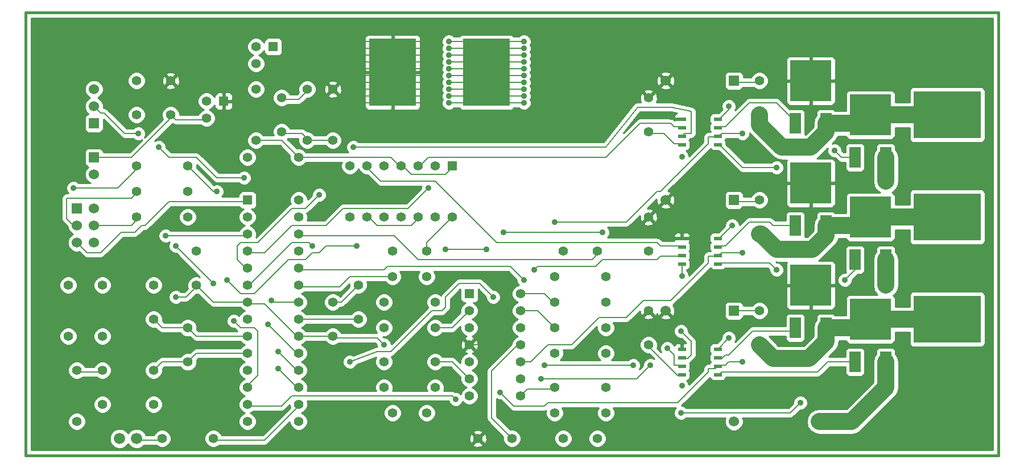
<source format=gtl>
G04 (created by PCBNEW-RS274X (2011-05-25)-stable) date Sun 14 Jun 2015 12:27:23 MST*
G01*
G70*
G90*
%MOIN*%
G04 Gerber Fmt 3.4, Leading zero omitted, Abs format*
%FSLAX34Y34*%
G04 APERTURE LIST*
%ADD10C,0.006000*%
%ADD11C,0.015000*%
%ADD12R,0.055000X0.055000*%
%ADD13C,0.055000*%
%ADD14R,0.045000X0.020000*%
%ADD15C,0.060000*%
%ADD16R,0.060000X0.060000*%
%ADD17C,0.066000*%
%ADD18C,0.056000*%
%ADD19R,0.065000X0.120000*%
%ADD20R,0.240000X0.240000*%
%ADD21R,0.393700X0.275600*%
%ADD22R,0.275600X0.393700*%
%ADD23C,0.035000*%
%ADD24C,0.008000*%
%ADD25C,0.100000*%
%ADD26C,0.010000*%
G04 APERTURE END LIST*
G54D10*
G54D11*
X65000Y-07000D02*
X65000Y-33000D01*
X08000Y-33000D02*
X08000Y-07000D01*
X08000Y-07000D02*
X13000Y-07000D01*
X65000Y-33000D02*
X08000Y-33000D01*
X08000Y-07000D02*
X65000Y-07000D01*
G54D12*
X19600Y-12200D03*
G54D13*
X18600Y-12200D03*
X18600Y-13200D03*
G54D12*
X22500Y-09000D03*
G54D13*
X21500Y-09000D03*
X21500Y-10000D03*
X10500Y-23000D03*
X12500Y-23000D03*
X10500Y-26000D03*
X12500Y-26000D03*
G54D14*
X48550Y-26750D03*
X46450Y-26750D03*
X48550Y-27250D03*
X48550Y-27750D03*
X48550Y-28250D03*
X46450Y-27250D03*
X46450Y-27750D03*
X46450Y-28250D03*
X48550Y-20250D03*
X46450Y-20250D03*
X48550Y-20750D03*
X48550Y-21250D03*
X48550Y-21750D03*
X46450Y-20750D03*
X46450Y-21250D03*
X46450Y-21750D03*
X48550Y-13250D03*
X46450Y-13250D03*
X48550Y-13750D03*
X48550Y-14250D03*
X48550Y-14750D03*
X46450Y-13750D03*
X46450Y-14250D03*
X46450Y-14750D03*
G54D15*
X54500Y-31000D03*
X49500Y-31000D03*
G54D13*
X39000Y-27000D03*
X42000Y-27000D03*
X39000Y-30500D03*
X42000Y-30500D03*
X39000Y-29000D03*
X42000Y-29000D03*
X32000Y-29000D03*
X29000Y-29000D03*
X32000Y-27500D03*
X29000Y-27500D03*
X39000Y-22500D03*
X42000Y-22500D03*
X32000Y-24000D03*
X29000Y-24000D03*
X32000Y-25500D03*
X29000Y-25500D03*
X17500Y-19000D03*
X14500Y-19000D03*
X39000Y-25500D03*
X42000Y-25500D03*
X14500Y-16000D03*
X17500Y-16000D03*
X14500Y-17500D03*
X17500Y-17500D03*
X11000Y-31000D03*
X11000Y-28000D03*
X24000Y-15500D03*
X21000Y-15500D03*
X21500Y-11500D03*
X21500Y-14500D03*
X26000Y-11500D03*
X26000Y-14500D03*
X24500Y-14500D03*
X24500Y-11500D03*
X16000Y-32000D03*
X19000Y-32000D03*
X42000Y-24000D03*
X39000Y-24000D03*
G54D16*
X11000Y-18500D03*
G54D15*
X12000Y-18500D03*
X11000Y-19500D03*
X12000Y-19500D03*
X11000Y-20500D03*
X12000Y-20500D03*
G54D16*
X12000Y-13500D03*
G54D15*
X12000Y-12500D03*
X12000Y-11500D03*
G54D16*
X12000Y-15500D03*
G54D15*
X12000Y-16500D03*
G54D17*
X14500Y-32000D03*
X13500Y-32000D03*
G54D18*
X17500Y-27500D03*
X17500Y-25500D03*
G54D19*
X56600Y-15500D03*
G54D20*
X57500Y-13000D03*
G54D19*
X58400Y-15500D03*
X53100Y-25500D03*
G54D20*
X54000Y-23000D03*
G54D19*
X54900Y-25500D03*
X56600Y-27500D03*
G54D20*
X57500Y-25000D03*
G54D19*
X58400Y-27500D03*
X53100Y-19500D03*
G54D20*
X54000Y-17000D03*
G54D19*
X54900Y-19500D03*
X56600Y-21500D03*
G54D20*
X57500Y-19000D03*
G54D19*
X58400Y-21500D03*
X53100Y-13500D03*
G54D20*
X54000Y-11000D03*
G54D19*
X54900Y-13500D03*
G54D16*
X49500Y-24500D03*
G54D15*
X45500Y-24500D03*
G54D16*
X49500Y-18000D03*
G54D15*
X45500Y-18000D03*
G54D16*
X49500Y-11000D03*
G54D15*
X45500Y-11000D03*
G54D13*
X21000Y-19000D03*
X21000Y-20000D03*
X21000Y-21000D03*
X21000Y-22000D03*
X21000Y-23000D03*
X21000Y-24000D03*
X21000Y-25000D03*
X21000Y-26000D03*
X21000Y-27000D03*
X21000Y-28000D03*
X21000Y-29000D03*
X21000Y-30000D03*
X21000Y-31000D03*
G54D12*
X21000Y-18000D03*
G54D13*
X24000Y-31000D03*
X24000Y-30000D03*
X24000Y-29000D03*
X24000Y-28000D03*
X24000Y-27000D03*
X24000Y-26000D03*
X24000Y-25000D03*
X24000Y-24000D03*
X24000Y-23000D03*
X24000Y-22000D03*
X24000Y-21000D03*
X24000Y-20000D03*
X24000Y-19000D03*
X24000Y-18000D03*
G54D12*
X34000Y-23500D03*
G54D13*
X34000Y-24500D03*
X34000Y-25500D03*
X34000Y-26500D03*
X34000Y-27500D03*
X34000Y-28500D03*
X34000Y-29500D03*
X37000Y-29500D03*
X37000Y-28500D03*
X37000Y-27500D03*
X37000Y-26500D03*
X37000Y-25500D03*
X37000Y-24500D03*
X37000Y-23500D03*
X15500Y-25000D03*
X15500Y-23000D03*
X16500Y-13000D03*
X14500Y-13000D03*
X12500Y-28000D03*
X12500Y-30000D03*
X27500Y-25000D03*
X27500Y-23000D03*
X26000Y-26000D03*
X26000Y-24000D03*
X18000Y-23000D03*
X18000Y-21000D03*
X41500Y-32000D03*
X39500Y-32000D03*
X34500Y-32000D03*
X36500Y-32000D03*
X29500Y-30500D03*
X31500Y-30500D03*
X41500Y-21000D03*
X39500Y-21000D03*
X29500Y-22500D03*
X31500Y-22500D03*
X15500Y-28000D03*
X15500Y-30000D03*
X31500Y-21000D03*
X29500Y-21000D03*
X23000Y-14000D03*
X23000Y-12000D03*
X44500Y-12000D03*
X44500Y-14000D03*
X51000Y-11000D03*
X51000Y-13000D03*
X44500Y-19000D03*
X44500Y-21000D03*
X51000Y-18000D03*
X51000Y-20000D03*
X44500Y-24500D03*
X44500Y-26500D03*
X51000Y-24500D03*
X51000Y-26500D03*
X16500Y-11000D03*
X14500Y-11000D03*
G54D12*
X33000Y-16000D03*
G54D13*
X32000Y-16000D03*
X31000Y-16000D03*
X30000Y-16000D03*
X29000Y-16000D03*
X28000Y-16000D03*
X27000Y-16000D03*
X27000Y-19000D03*
X28000Y-19000D03*
X29000Y-19000D03*
X30000Y-19000D03*
X31000Y-19000D03*
X32000Y-19000D03*
X33000Y-19000D03*
G54D21*
X62000Y-13000D03*
X62000Y-19000D03*
X62000Y-25000D03*
G54D22*
X29500Y-10500D03*
X35000Y-10500D03*
G54D23*
X46450Y-15450D03*
X46450Y-28900D03*
X16800Y-23700D03*
X29000Y-26500D03*
X45550Y-13050D03*
X53400Y-29900D03*
X46400Y-30500D03*
X43600Y-27700D03*
X38400Y-27700D03*
X58400Y-28900D03*
X58400Y-23000D03*
X58400Y-16900D03*
X27200Y-14900D03*
X25200Y-17700D03*
X39000Y-19300D03*
X50000Y-14100D03*
X27000Y-27500D03*
X35400Y-23700D03*
X37800Y-22100D03*
X45600Y-26700D03*
X44600Y-27700D03*
X38200Y-28500D03*
X33200Y-29700D03*
X35800Y-29300D03*
X50000Y-27500D03*
X19200Y-17500D03*
X22800Y-26900D03*
X22800Y-27900D03*
X16800Y-20700D03*
X19000Y-22900D03*
X22200Y-25300D03*
X14600Y-14100D03*
X15800Y-14900D03*
X20800Y-16700D03*
X16200Y-20100D03*
X31600Y-17300D03*
X24800Y-20700D03*
X32600Y-20900D03*
X35000Y-20900D03*
X36000Y-19900D03*
X41800Y-19900D03*
X46400Y-25700D03*
X20200Y-25100D03*
X19800Y-22700D03*
X27400Y-20700D03*
X37200Y-22700D03*
X50000Y-21100D03*
X32800Y-12300D03*
X32800Y-11900D03*
X32800Y-11500D03*
X32800Y-11100D03*
X32800Y-10700D03*
X32800Y-10300D03*
X32800Y-09900D03*
X32800Y-09500D03*
X32800Y-09100D03*
X32800Y-08700D03*
X37200Y-12300D03*
X37200Y-11900D03*
X37200Y-10700D03*
X37200Y-09100D03*
X22400Y-23900D03*
X37200Y-08700D03*
X37200Y-11500D03*
X37200Y-11100D03*
X37200Y-10300D03*
X37200Y-09900D03*
X37200Y-09500D03*
X46450Y-22450D03*
X49400Y-19500D03*
X56000Y-22700D03*
X52000Y-22100D03*
X49200Y-12500D03*
X49200Y-26100D03*
X52000Y-16100D03*
X55400Y-15100D03*
X10800Y-17300D03*
G54D24*
X18000Y-23000D02*
X18000Y-23100D01*
X18000Y-23100D02*
X17400Y-23700D01*
X17400Y-23700D02*
X16800Y-23700D01*
X29000Y-26500D02*
X28600Y-26100D01*
X28600Y-26100D02*
X26000Y-26100D01*
X26000Y-26100D02*
X26000Y-26000D01*
X16500Y-13000D02*
X16400Y-13300D01*
X16400Y-13300D02*
X14200Y-15500D01*
X14200Y-15500D02*
X12000Y-15500D01*
X24000Y-26000D02*
X24000Y-26100D01*
X24000Y-26100D02*
X22000Y-24100D01*
X22000Y-24100D02*
X21000Y-24100D01*
X21000Y-24100D02*
X21000Y-24000D01*
X16500Y-13000D02*
X16800Y-13300D01*
X16800Y-13300D02*
X18600Y-13300D01*
X18600Y-13300D02*
X18600Y-13200D01*
X21000Y-24000D02*
X19000Y-24000D01*
X19000Y-24000D02*
X18000Y-23000D01*
X31500Y-21000D02*
X31500Y-20500D01*
X31500Y-20500D02*
X33000Y-19000D01*
X26000Y-26000D02*
X24000Y-26000D01*
X46450Y-13250D02*
X45750Y-13250D01*
X45750Y-13250D02*
X45550Y-13050D01*
X28800Y-12300D02*
X27600Y-12300D01*
X29500Y-11600D02*
X28800Y-12300D01*
X29500Y-10500D02*
X29500Y-11600D01*
X29500Y-10500D02*
X29500Y-11200D01*
X29500Y-11200D02*
X28800Y-11900D01*
X28800Y-11900D02*
X27600Y-11900D01*
X29500Y-11200D02*
X29200Y-11500D01*
X29200Y-11500D02*
X27600Y-11500D01*
X29500Y-10500D02*
X29400Y-10500D01*
X29400Y-10500D02*
X28800Y-11100D01*
X28800Y-11100D02*
X27600Y-11100D01*
X29500Y-10500D02*
X29200Y-10500D01*
X29000Y-10700D02*
X27600Y-10700D01*
X29200Y-10500D02*
X29000Y-10700D01*
X29500Y-10500D02*
X29000Y-10500D01*
X28800Y-10300D02*
X27600Y-10300D01*
X29000Y-10500D02*
X28800Y-10300D01*
X28800Y-09900D02*
X27600Y-09900D01*
X29400Y-10500D02*
X28800Y-09900D01*
X29500Y-10500D02*
X29500Y-10200D01*
X28800Y-09500D02*
X27600Y-09500D01*
X29500Y-10200D02*
X28800Y-09500D01*
X29500Y-10500D02*
X29500Y-09600D01*
X29500Y-09600D02*
X29000Y-09100D01*
X29000Y-09100D02*
X27600Y-09100D01*
X29500Y-10500D02*
X29500Y-09200D01*
X29000Y-08700D02*
X27600Y-08700D01*
X29500Y-09200D02*
X29000Y-08700D01*
X29500Y-10500D02*
X29500Y-11400D01*
X29500Y-11400D02*
X30400Y-12300D01*
X30400Y-12300D02*
X31400Y-12300D01*
X30600Y-11900D02*
X31400Y-11900D01*
X30400Y-11700D02*
X30600Y-11900D01*
X30000Y-11700D02*
X30400Y-11700D01*
X29500Y-11200D02*
X30000Y-11700D01*
X29600Y-11500D02*
X31400Y-11500D01*
X29500Y-11400D02*
X29600Y-11500D01*
X29500Y-10500D02*
X29500Y-10600D01*
X30000Y-11100D02*
X31400Y-11100D01*
X29500Y-10600D02*
X30000Y-11100D01*
X29500Y-10500D02*
X30200Y-10500D01*
X30200Y-10500D02*
X30400Y-10700D01*
X30400Y-10700D02*
X31400Y-10700D01*
X30400Y-10300D02*
X31400Y-10300D01*
X30200Y-10500D02*
X30400Y-10300D01*
X29500Y-10500D02*
X29600Y-10500D01*
X30200Y-09900D02*
X31400Y-09900D01*
X29600Y-10500D02*
X30200Y-09900D01*
X29500Y-10500D02*
X29500Y-10400D01*
X30400Y-09500D02*
X31400Y-09500D01*
X29500Y-10400D02*
X30400Y-09500D01*
X30000Y-09100D02*
X31400Y-09100D01*
X29500Y-09600D02*
X30000Y-09100D01*
X29500Y-10500D02*
X29500Y-08800D01*
X29600Y-08700D02*
X31400Y-08700D01*
X29500Y-08800D02*
X29600Y-08700D01*
X34000Y-26500D02*
X34500Y-26500D01*
X35000Y-31500D02*
X34500Y-32000D01*
X35000Y-27000D02*
X35000Y-31500D01*
X34500Y-26500D02*
X35000Y-27000D01*
X53400Y-29900D02*
X52800Y-30500D01*
X52800Y-30500D02*
X46400Y-30500D01*
X43600Y-27700D02*
X38400Y-27700D01*
G54D25*
X58400Y-28900D02*
X58400Y-29000D01*
X58400Y-15500D02*
X58400Y-16900D01*
X58400Y-23000D02*
X58400Y-21500D01*
X54500Y-31000D02*
X56400Y-31000D01*
X56400Y-31000D02*
X58400Y-29000D01*
X58400Y-29000D02*
X58400Y-27500D01*
G54D24*
X46450Y-14250D02*
X46600Y-14100D01*
X46600Y-14100D02*
X47000Y-14100D01*
X47000Y-14100D02*
X47000Y-12900D01*
X47000Y-12900D02*
X47000Y-12800D01*
X47000Y-12800D02*
X45850Y-12550D01*
X45850Y-12550D02*
X43850Y-12550D01*
X43850Y-12550D02*
X42000Y-14900D01*
X42000Y-14900D02*
X27200Y-14900D01*
X25200Y-17700D02*
X24400Y-18500D01*
X24400Y-18500D02*
X23600Y-18500D01*
X23600Y-18500D02*
X21600Y-20500D01*
X21600Y-20500D02*
X20600Y-20500D01*
X20600Y-20500D02*
X20400Y-20700D01*
X20400Y-20700D02*
X20400Y-21500D01*
X20400Y-21500D02*
X21000Y-22100D01*
X21000Y-22100D02*
X21000Y-22000D01*
X48550Y-14250D02*
X48600Y-14300D01*
X48600Y-14300D02*
X48000Y-14300D01*
X48000Y-14300D02*
X48000Y-14700D01*
X48000Y-14700D02*
X45200Y-17500D01*
X45200Y-17500D02*
X45000Y-17500D01*
X45000Y-17500D02*
X43200Y-19300D01*
X43200Y-19300D02*
X39000Y-19300D01*
X48550Y-14250D02*
X48800Y-14100D01*
X48800Y-14100D02*
X50000Y-14100D01*
G54D25*
X51000Y-13000D02*
X51000Y-13600D01*
X54900Y-14000D02*
X54900Y-13500D01*
X54000Y-14900D02*
X54900Y-14000D01*
X52300Y-14900D02*
X54000Y-14900D01*
X51000Y-13600D02*
X52300Y-14900D01*
X54900Y-13500D02*
X57000Y-13500D01*
X57000Y-13500D02*
X57500Y-13000D01*
X57500Y-13000D02*
X62000Y-13000D01*
G54D24*
X28000Y-16000D02*
X28000Y-16100D01*
X28000Y-16100D02*
X28800Y-16900D01*
X28800Y-16900D02*
X32000Y-16900D01*
X32000Y-16900D02*
X35600Y-20500D01*
X35600Y-20500D02*
X45000Y-20500D01*
X45000Y-20500D02*
X45200Y-20700D01*
X45200Y-20700D02*
X46400Y-20700D01*
X46400Y-20700D02*
X46450Y-20750D01*
X27000Y-27500D02*
X28600Y-26900D01*
X28600Y-26900D02*
X29400Y-26900D01*
X29400Y-26900D02*
X31800Y-24500D01*
X31800Y-24500D02*
X32400Y-24500D01*
X32400Y-24500D02*
X32600Y-24300D01*
X32600Y-24300D02*
X32600Y-23700D01*
X32600Y-23700D02*
X33400Y-22900D01*
X33400Y-22900D02*
X34600Y-22900D01*
X34600Y-22900D02*
X35400Y-23700D01*
X37800Y-22100D02*
X38000Y-21900D01*
X38000Y-21900D02*
X41400Y-21900D01*
X41400Y-21900D02*
X41800Y-21500D01*
X41800Y-21500D02*
X45000Y-21500D01*
X45000Y-21500D02*
X45200Y-21300D01*
X45200Y-21300D02*
X46400Y-21300D01*
X46400Y-21300D02*
X46450Y-21250D01*
X46450Y-27750D02*
X46400Y-27700D01*
X46400Y-27700D02*
X46000Y-27700D01*
X46000Y-27700D02*
X46000Y-27100D01*
X46000Y-27100D02*
X45600Y-26700D01*
X44600Y-27700D02*
X43800Y-28500D01*
X43800Y-28500D02*
X38200Y-28500D01*
X33200Y-29700D02*
X33000Y-29500D01*
X33000Y-29500D02*
X23600Y-29500D01*
X23600Y-29500D02*
X23000Y-30100D01*
X23000Y-30100D02*
X21000Y-30100D01*
X21000Y-30100D02*
X21000Y-30000D01*
X48550Y-27750D02*
X48400Y-27900D01*
X48400Y-27900D02*
X48000Y-27900D01*
X48000Y-27900D02*
X48000Y-28100D01*
X48000Y-28100D02*
X46200Y-29900D01*
X46200Y-29900D02*
X38600Y-29900D01*
X38600Y-29900D02*
X38400Y-30100D01*
X38400Y-30100D02*
X36600Y-30100D01*
X36600Y-30100D02*
X35800Y-29300D01*
X48550Y-27750D02*
X48600Y-27700D01*
X48600Y-27700D02*
X49000Y-27700D01*
X49000Y-27700D02*
X49200Y-27500D01*
X49200Y-27500D02*
X50000Y-27500D01*
G54D25*
X51800Y-27300D02*
X53900Y-27300D01*
X51000Y-26500D02*
X51800Y-27300D01*
X54900Y-26300D02*
X54900Y-25500D01*
X53900Y-27300D02*
X54900Y-26300D01*
X62000Y-25000D02*
X57500Y-25000D01*
X57500Y-25000D02*
X57000Y-25500D01*
X57000Y-25500D02*
X54900Y-25500D01*
G54D24*
X24500Y-14500D02*
X24600Y-14500D01*
X24600Y-14500D02*
X24200Y-14100D01*
X24200Y-14100D02*
X23000Y-14100D01*
X23000Y-14100D02*
X23000Y-14000D01*
X24500Y-14500D02*
X26000Y-14500D01*
X41500Y-21000D02*
X41400Y-21300D01*
X41400Y-21300D02*
X41200Y-21500D01*
X41200Y-21500D02*
X31000Y-21500D01*
X31000Y-21500D02*
X29600Y-20100D01*
X29600Y-20100D02*
X24000Y-20100D01*
X24000Y-20100D02*
X24000Y-20000D01*
X24000Y-30000D02*
X24000Y-30100D01*
X24000Y-30100D02*
X22000Y-32100D01*
X22000Y-32100D02*
X19000Y-32100D01*
X19000Y-32100D02*
X19000Y-32000D01*
X17500Y-16000D02*
X19000Y-17500D01*
X19000Y-17500D02*
X19200Y-17500D01*
X22800Y-26900D02*
X24000Y-28100D01*
X24000Y-28100D02*
X24000Y-28000D01*
X24000Y-29000D02*
X24000Y-29100D01*
X24000Y-29100D02*
X22800Y-27900D01*
X24000Y-15500D02*
X29400Y-15500D01*
X29400Y-15500D02*
X30000Y-16100D01*
X30000Y-16100D02*
X30000Y-16000D01*
X24000Y-15500D02*
X23000Y-14500D01*
X23000Y-14500D02*
X21500Y-14500D01*
X33000Y-16000D02*
X33000Y-16100D01*
X33000Y-16100D02*
X32600Y-16500D01*
X32600Y-16500D02*
X30600Y-16500D01*
X30600Y-16500D02*
X30200Y-16100D01*
X30200Y-16100D02*
X30000Y-16100D01*
X30000Y-16100D02*
X30000Y-16000D01*
X31000Y-19000D02*
X31000Y-19100D01*
X31000Y-19100D02*
X30600Y-19500D01*
X30600Y-19500D02*
X28600Y-19500D01*
X28600Y-19500D02*
X28200Y-19100D01*
X28200Y-19100D02*
X28000Y-19100D01*
X28000Y-19100D02*
X28000Y-19000D01*
X16800Y-20700D02*
X19000Y-22900D01*
X22200Y-25300D02*
X24000Y-27100D01*
X24000Y-27100D02*
X24000Y-27000D01*
X12000Y-12500D02*
X12400Y-12900D01*
X12400Y-12900D02*
X12600Y-12900D01*
X12600Y-12900D02*
X13800Y-14100D01*
X13800Y-14100D02*
X14600Y-14100D01*
X15800Y-14900D02*
X16400Y-15500D01*
X16400Y-15500D02*
X18000Y-15500D01*
X18000Y-15500D02*
X19200Y-16700D01*
X19200Y-16700D02*
X20800Y-16700D01*
X16200Y-20100D02*
X21000Y-20100D01*
X21000Y-20100D02*
X21000Y-20000D01*
X46450Y-13750D02*
X46400Y-13700D01*
X46400Y-13700D02*
X46000Y-13700D01*
X46000Y-13700D02*
X45800Y-13500D01*
X45800Y-13500D02*
X44000Y-13500D01*
X44000Y-13500D02*
X42000Y-15500D01*
X42000Y-15500D02*
X31600Y-15500D01*
X31600Y-15500D02*
X31000Y-16100D01*
X31000Y-16100D02*
X31000Y-16000D01*
X31600Y-17300D02*
X30400Y-18500D01*
X30400Y-18500D02*
X26600Y-18500D01*
X26600Y-18500D02*
X25600Y-19500D01*
X25600Y-19500D02*
X23600Y-19500D01*
X23600Y-19500D02*
X22000Y-21100D01*
X22000Y-21100D02*
X21000Y-21100D01*
X21000Y-21100D02*
X21000Y-21000D01*
X24800Y-20700D02*
X24600Y-20500D01*
X24600Y-20500D02*
X23600Y-20500D01*
X23600Y-20500D02*
X21000Y-23100D01*
X21000Y-23100D02*
X21000Y-23000D01*
X32600Y-20900D02*
X35000Y-20900D01*
X36000Y-19900D02*
X41800Y-19900D01*
X46400Y-25700D02*
X47000Y-26300D01*
X47000Y-26300D02*
X47000Y-27100D01*
X47000Y-27100D02*
X46800Y-27300D01*
X46800Y-27300D02*
X46400Y-27300D01*
X46400Y-27300D02*
X46450Y-27250D01*
X21000Y-29000D02*
X21000Y-28900D01*
X21000Y-28900D02*
X21600Y-28300D01*
X21600Y-28300D02*
X21600Y-25700D01*
X21600Y-25700D02*
X21400Y-25500D01*
X21400Y-25500D02*
X20600Y-25500D01*
X20600Y-25500D02*
X20200Y-25100D01*
X19800Y-22700D02*
X20600Y-23500D01*
X20600Y-23500D02*
X21400Y-23500D01*
X21400Y-23500D02*
X23400Y-21500D01*
X23400Y-21500D02*
X24400Y-21500D01*
X24400Y-21500D02*
X24800Y-21100D01*
X24800Y-21100D02*
X25200Y-21100D01*
X25200Y-21100D02*
X25600Y-20700D01*
X25600Y-20700D02*
X27400Y-20700D01*
X11000Y-20500D02*
X11600Y-21100D01*
X11600Y-21100D02*
X12400Y-21100D01*
X12400Y-21100D02*
X13600Y-19900D01*
X13600Y-19900D02*
X14400Y-19900D01*
X14400Y-19900D02*
X14800Y-19500D01*
X14800Y-19500D02*
X15000Y-19500D01*
X15000Y-19500D02*
X16400Y-18100D01*
X16400Y-18100D02*
X21000Y-18100D01*
X21000Y-18100D02*
X21000Y-18000D01*
X11000Y-28000D02*
X11000Y-28100D01*
X11000Y-28100D02*
X12600Y-28100D01*
X12600Y-28100D02*
X12500Y-28000D01*
X29500Y-22500D02*
X27000Y-22500D01*
X27000Y-22500D02*
X26400Y-23100D01*
X26400Y-23100D02*
X24000Y-23100D01*
X24000Y-23100D02*
X24000Y-23000D01*
X37200Y-22700D02*
X36400Y-21900D01*
X36400Y-21900D02*
X29200Y-21900D01*
X29200Y-21900D02*
X29000Y-22100D01*
X29000Y-22100D02*
X24000Y-22100D01*
X24000Y-22100D02*
X24000Y-22000D01*
X48550Y-21250D02*
X48600Y-21300D01*
X48600Y-21300D02*
X48000Y-21300D01*
X48000Y-21300D02*
X48000Y-21700D01*
X48000Y-21700D02*
X45800Y-23900D01*
X45800Y-23900D02*
X44200Y-23900D01*
X44200Y-23900D02*
X43200Y-24900D01*
X43200Y-24900D02*
X41600Y-24900D01*
X41600Y-24900D02*
X40000Y-26500D01*
X40000Y-26500D02*
X38600Y-26500D01*
X38600Y-26500D02*
X37600Y-27500D01*
X37600Y-27500D02*
X37000Y-27500D01*
X48550Y-21250D02*
X48800Y-21100D01*
X48800Y-21100D02*
X50000Y-21100D01*
G54D25*
X51000Y-20000D02*
X51100Y-20000D01*
X54900Y-20100D02*
X54900Y-19500D01*
X54100Y-20900D02*
X54900Y-20100D01*
X52000Y-20900D02*
X54100Y-20900D01*
X51100Y-20000D02*
X52000Y-20900D01*
X54900Y-19500D02*
X57000Y-19500D01*
X57000Y-19500D02*
X57500Y-19000D01*
X57500Y-19000D02*
X62000Y-19000D01*
G54D24*
X35000Y-10500D02*
X35000Y-11900D01*
X34600Y-12300D02*
X32800Y-12300D01*
X35000Y-11900D02*
X34600Y-12300D01*
X35000Y-10500D02*
X35000Y-11100D01*
X34200Y-11900D02*
X32800Y-11900D01*
X35000Y-11100D02*
X34200Y-11900D01*
X32800Y-11500D02*
X34000Y-11500D01*
X34000Y-11500D02*
X35000Y-10500D01*
X35000Y-10500D02*
X34800Y-10500D01*
X34200Y-11100D02*
X32800Y-11100D01*
X34800Y-10500D02*
X34200Y-11100D01*
X35000Y-10500D02*
X34400Y-10500D01*
X34200Y-10700D02*
X32800Y-10700D01*
X34400Y-10500D02*
X34200Y-10700D01*
X35000Y-10500D02*
X34200Y-10500D01*
X34000Y-10300D02*
X32800Y-10300D01*
X34200Y-10500D02*
X34000Y-10300D01*
X35000Y-10500D02*
X35200Y-10700D01*
X35200Y-10700D02*
X35000Y-10700D01*
X35000Y-10700D02*
X34200Y-09900D01*
X34200Y-09900D02*
X32800Y-09900D01*
X35000Y-10500D02*
X35000Y-10100D01*
X35000Y-10100D02*
X34400Y-09500D01*
X34400Y-09500D02*
X32800Y-09500D01*
X35000Y-10500D02*
X35000Y-09500D01*
X34600Y-09100D02*
X32800Y-09100D01*
X35000Y-09500D02*
X34600Y-09100D01*
X35000Y-10500D02*
X35000Y-09700D01*
X34000Y-08700D02*
X32800Y-08700D01*
X35000Y-09700D02*
X34000Y-08700D01*
X35000Y-10500D02*
X35200Y-10500D01*
X35200Y-10500D02*
X36000Y-11300D01*
X36000Y-11300D02*
X36000Y-12100D01*
X36200Y-12300D02*
X37200Y-12300D01*
X36000Y-12100D02*
X36200Y-12300D01*
X36000Y-11300D02*
X36000Y-11700D01*
X36000Y-11700D02*
X36200Y-11900D01*
X36200Y-11900D02*
X37200Y-11900D01*
X35000Y-10700D02*
X37200Y-10700D01*
X36000Y-09100D02*
X37200Y-09100D01*
X35000Y-10100D02*
X36000Y-09100D01*
X37000Y-26500D02*
X36832Y-26500D01*
X35300Y-30800D02*
X36500Y-32000D01*
X35300Y-28032D02*
X35300Y-30800D01*
X36832Y-26500D02*
X35300Y-28032D01*
X24000Y-24000D02*
X22400Y-24000D01*
X22400Y-24000D02*
X22400Y-23900D01*
X26000Y-24000D02*
X26500Y-24000D01*
X26500Y-24000D02*
X27500Y-23000D01*
X44500Y-26500D02*
X44600Y-26500D01*
X44600Y-26500D02*
X44600Y-26700D01*
X44600Y-26700D02*
X46200Y-28300D01*
X46200Y-28300D02*
X46400Y-28300D01*
X46400Y-28300D02*
X46450Y-28250D01*
X46450Y-14750D02*
X46400Y-14700D01*
X46400Y-14700D02*
X46000Y-14700D01*
X46000Y-14700D02*
X45400Y-14100D01*
X45400Y-14100D02*
X44600Y-14100D01*
X44600Y-14100D02*
X44500Y-14000D01*
X35000Y-10500D02*
X35000Y-09900D01*
X36200Y-08700D02*
X37200Y-08700D01*
X35000Y-09900D02*
X36200Y-08700D01*
X35000Y-10500D02*
X36000Y-11500D01*
X36000Y-11500D02*
X37200Y-11500D01*
X35000Y-10500D02*
X35400Y-10500D01*
X35400Y-10500D02*
X36000Y-11100D01*
X36000Y-11100D02*
X37200Y-11100D01*
X35000Y-10500D02*
X35800Y-10500D01*
X36000Y-10300D02*
X37200Y-10300D01*
X35800Y-10500D02*
X36000Y-10300D01*
X36000Y-09900D02*
X37200Y-09900D01*
X35400Y-10500D02*
X36000Y-09900D01*
X35000Y-10500D02*
X36000Y-09500D01*
X36000Y-09500D02*
X37200Y-09500D01*
X46450Y-21750D02*
X46450Y-22450D01*
X48550Y-28250D02*
X48800Y-28100D01*
X48800Y-28100D02*
X54400Y-28100D01*
X54400Y-28100D02*
X55000Y-27500D01*
X55000Y-27500D02*
X56600Y-27500D01*
X49400Y-19500D02*
X48600Y-20300D01*
X48600Y-20300D02*
X48550Y-20250D01*
X51000Y-18000D02*
X51000Y-18100D01*
X51000Y-18100D02*
X49600Y-18100D01*
X49600Y-18100D02*
X49500Y-18000D01*
X48550Y-20750D02*
X48600Y-20700D01*
X48600Y-20700D02*
X49000Y-20700D01*
X49000Y-20700D02*
X50400Y-19300D01*
X50400Y-19300D02*
X51600Y-19300D01*
X51600Y-19300D02*
X51800Y-19500D01*
X51800Y-19500D02*
X53100Y-19500D01*
X56600Y-21500D02*
X56600Y-22100D01*
X56600Y-22100D02*
X56000Y-22700D01*
X52000Y-22100D02*
X51600Y-21700D01*
X51600Y-21700D02*
X48600Y-21700D01*
X48600Y-21700D02*
X48550Y-21750D01*
X53100Y-13500D02*
X53200Y-13500D01*
X53200Y-13500D02*
X52000Y-12300D01*
X52000Y-12300D02*
X50400Y-12300D01*
X50400Y-12300D02*
X49000Y-13700D01*
X49000Y-13700D02*
X48600Y-13700D01*
X48600Y-13700D02*
X48550Y-13750D01*
X49200Y-12500D02*
X49200Y-12700D01*
X49200Y-12700D02*
X48600Y-13300D01*
X48600Y-13300D02*
X48550Y-13250D01*
X49500Y-11000D02*
X49600Y-11100D01*
X49600Y-11100D02*
X51000Y-11100D01*
X51000Y-11100D02*
X51000Y-11000D01*
X53100Y-25500D02*
X53200Y-25500D01*
X53200Y-25500D02*
X53000Y-25700D01*
X53000Y-25700D02*
X50600Y-25700D01*
X50600Y-25700D02*
X49200Y-27100D01*
X49200Y-27100D02*
X49000Y-27100D01*
X49000Y-27100D02*
X48800Y-27300D01*
X48800Y-27300D02*
X48600Y-27300D01*
X48600Y-27300D02*
X48550Y-27250D01*
X49200Y-26100D02*
X48550Y-26750D01*
X51000Y-24500D02*
X49500Y-24500D01*
X48550Y-14750D02*
X48800Y-14900D01*
X48800Y-14900D02*
X50000Y-16100D01*
X50000Y-16100D02*
X52000Y-16100D01*
X55400Y-15100D02*
X55800Y-15500D01*
X55800Y-15500D02*
X56600Y-15500D01*
X24500Y-11500D02*
X24600Y-11500D01*
X24600Y-11500D02*
X24000Y-12100D01*
X24000Y-12100D02*
X23000Y-12100D01*
X23000Y-12100D02*
X23000Y-12000D01*
X21000Y-26000D02*
X18000Y-26000D01*
X18000Y-26000D02*
X17500Y-25500D01*
X17500Y-25500D02*
X16000Y-25500D01*
X16000Y-25500D02*
X15500Y-25000D01*
X17500Y-27500D02*
X16000Y-27500D01*
X16000Y-27500D02*
X15500Y-28000D01*
X21000Y-27000D02*
X18000Y-27000D01*
X18000Y-27000D02*
X17500Y-27500D01*
X27500Y-25000D02*
X24000Y-25000D01*
X14500Y-16000D02*
X14400Y-16300D01*
X14400Y-16300D02*
X13400Y-17300D01*
X13400Y-17300D02*
X10800Y-17300D01*
X14500Y-19000D02*
X14400Y-19300D01*
X14400Y-19300D02*
X14200Y-19500D01*
X14200Y-19500D02*
X12000Y-19500D01*
X14500Y-17500D02*
X14600Y-17500D01*
X14600Y-17500D02*
X14200Y-17900D01*
X14200Y-17900D02*
X10400Y-17900D01*
X10400Y-17900D02*
X10400Y-19100D01*
X10400Y-19100D02*
X10800Y-19500D01*
X10800Y-19500D02*
X11000Y-19500D01*
X14500Y-32000D02*
X14600Y-32100D01*
X14600Y-32100D02*
X16000Y-32100D01*
X16000Y-32100D02*
X16000Y-32000D01*
X37000Y-29500D02*
X37400Y-29100D01*
X37400Y-29100D02*
X39000Y-29100D01*
X39000Y-29100D02*
X39000Y-29000D01*
X34000Y-28500D02*
X33000Y-27500D01*
X33000Y-27500D02*
X32000Y-27500D01*
X39000Y-25500D02*
X38000Y-24500D01*
X38000Y-24500D02*
X37000Y-24500D01*
X39000Y-24000D02*
X39000Y-24100D01*
X39000Y-24100D02*
X38400Y-23500D01*
X38400Y-23500D02*
X37000Y-23500D01*
X34000Y-24500D02*
X33000Y-25500D01*
X33000Y-25500D02*
X32000Y-25500D01*
G54D26*
X43990Y-12840D02*
X45820Y-12840D01*
X43927Y-12920D02*
X46127Y-12920D01*
X43864Y-13000D02*
X46023Y-13000D01*
X43801Y-13080D02*
X45984Y-13080D01*
X43738Y-13160D02*
X45997Y-13160D01*
X43675Y-13240D02*
X43877Y-13240D01*
X45922Y-13240D02*
X46500Y-13240D01*
X43612Y-13320D02*
X43769Y-13320D01*
X43549Y-13400D02*
X43689Y-13400D01*
X43486Y-13480D02*
X43609Y-13480D01*
X43423Y-13560D02*
X43529Y-13560D01*
X43360Y-13640D02*
X43449Y-13640D01*
X43297Y-13720D02*
X43369Y-13720D01*
X43234Y-13800D02*
X43289Y-13800D01*
X43171Y-13880D02*
X43209Y-13880D01*
X43108Y-13960D02*
X43129Y-13960D01*
X43045Y-14040D02*
X43049Y-14040D01*
X08325Y-07325D02*
X64675Y-07325D01*
X08325Y-07405D02*
X64675Y-07405D01*
X08325Y-07485D02*
X64675Y-07485D01*
X08325Y-07565D02*
X64675Y-07565D01*
X08325Y-07645D02*
X64675Y-07645D01*
X08325Y-07725D02*
X64675Y-07725D01*
X08325Y-07805D02*
X64675Y-07805D01*
X08325Y-07885D02*
X64675Y-07885D01*
X08325Y-07965D02*
X64675Y-07965D01*
X08325Y-08045D02*
X64675Y-08045D01*
X08325Y-08125D02*
X64675Y-08125D01*
X08325Y-08205D02*
X64675Y-08205D01*
X08325Y-08285D02*
X28067Y-08285D01*
X29391Y-08285D02*
X29609Y-08285D01*
X30932Y-08285D02*
X32691Y-08285D01*
X32909Y-08285D02*
X33568Y-08285D01*
X36432Y-08285D02*
X37091Y-08285D01*
X37309Y-08285D02*
X64675Y-08285D01*
X08325Y-08365D02*
X27937Y-08365D01*
X29450Y-08365D02*
X29550Y-08365D01*
X31063Y-08365D02*
X32534Y-08365D01*
X33066Y-08365D02*
X33437Y-08365D01*
X36563Y-08365D02*
X36934Y-08365D01*
X37466Y-08365D02*
X64675Y-08365D01*
X08325Y-08445D02*
X27888Y-08445D01*
X29450Y-08445D02*
X29550Y-08445D01*
X31111Y-08445D02*
X32454Y-08445D01*
X37546Y-08445D02*
X64675Y-08445D01*
X08325Y-08525D02*
X21275Y-08525D01*
X21725Y-08525D02*
X22073Y-08525D01*
X22927Y-08525D02*
X27872Y-08525D01*
X29450Y-08525D02*
X29550Y-08525D01*
X31127Y-08525D02*
X32412Y-08525D01*
X37587Y-08525D02*
X64675Y-08525D01*
X08325Y-08605D02*
X21152Y-08605D01*
X21847Y-08605D02*
X22005Y-08605D01*
X22994Y-08605D02*
X27872Y-08605D01*
X29450Y-08605D02*
X29550Y-08605D01*
X31127Y-08605D02*
X32379Y-08605D01*
X37620Y-08605D02*
X64675Y-08605D01*
X08325Y-08685D02*
X21072Y-08685D01*
X21927Y-08685D02*
X21976Y-08685D01*
X23024Y-08685D02*
X27872Y-08685D01*
X29450Y-08685D02*
X29550Y-08685D01*
X31127Y-08685D02*
X32375Y-08685D01*
X37625Y-08685D02*
X64675Y-08685D01*
X08325Y-08765D02*
X21028Y-08765D01*
X21970Y-08765D02*
X21976Y-08765D01*
X23024Y-08765D02*
X27872Y-08765D01*
X29450Y-08765D02*
X29550Y-08765D01*
X31127Y-08765D02*
X32375Y-08765D01*
X37625Y-08765D02*
X64675Y-08765D01*
X08325Y-08845D02*
X20995Y-08845D01*
X23024Y-08845D02*
X27872Y-08845D01*
X29450Y-08845D02*
X29550Y-08845D01*
X31127Y-08845D02*
X32400Y-08845D01*
X37600Y-08845D02*
X64675Y-08845D01*
X08325Y-08925D02*
X20975Y-08925D01*
X23024Y-08925D02*
X27872Y-08925D01*
X29450Y-08925D02*
X29550Y-08925D01*
X31127Y-08925D02*
X32411Y-08925D01*
X37587Y-08925D02*
X64675Y-08925D01*
X08325Y-09005D02*
X20975Y-09005D01*
X23024Y-09005D02*
X27872Y-09005D01*
X29450Y-09005D02*
X29550Y-09005D01*
X31127Y-09005D02*
X32379Y-09005D01*
X37620Y-09005D02*
X64675Y-09005D01*
X08325Y-09085D02*
X20975Y-09085D01*
X23024Y-09085D02*
X27872Y-09085D01*
X29450Y-09085D02*
X29550Y-09085D01*
X31127Y-09085D02*
X32375Y-09085D01*
X37625Y-09085D02*
X64675Y-09085D01*
X08325Y-09165D02*
X21001Y-09165D01*
X23024Y-09165D02*
X27872Y-09165D01*
X29450Y-09165D02*
X29550Y-09165D01*
X31127Y-09165D02*
X32375Y-09165D01*
X37625Y-09165D02*
X64675Y-09165D01*
X08325Y-09245D02*
X21034Y-09245D01*
X21967Y-09245D02*
X21976Y-09245D01*
X23024Y-09245D02*
X27872Y-09245D01*
X29450Y-09245D02*
X29550Y-09245D01*
X31127Y-09245D02*
X32400Y-09245D01*
X37600Y-09245D02*
X64675Y-09245D01*
X08325Y-09325D02*
X21083Y-09325D01*
X21918Y-09325D02*
X21977Y-09325D01*
X23024Y-09325D02*
X23024Y-09325D01*
X23024Y-09325D02*
X27872Y-09325D01*
X29450Y-09325D02*
X29550Y-09325D01*
X31127Y-09325D02*
X32411Y-09325D01*
X37587Y-09325D02*
X64675Y-09325D01*
X08325Y-09405D02*
X21163Y-09405D01*
X21838Y-09405D02*
X22010Y-09405D01*
X22991Y-09405D02*
X23024Y-09405D01*
X23024Y-09405D02*
X27872Y-09405D01*
X29450Y-09405D02*
X29550Y-09405D01*
X31127Y-09405D02*
X32379Y-09405D01*
X37620Y-09405D02*
X64675Y-09405D01*
X08325Y-09485D02*
X21299Y-09485D01*
X21699Y-09485D02*
X22083Y-09485D01*
X22917Y-09485D02*
X23024Y-09485D01*
X23024Y-09485D02*
X27872Y-09485D01*
X29450Y-09485D02*
X29550Y-09485D01*
X31127Y-09485D02*
X32375Y-09485D01*
X37625Y-09485D02*
X64675Y-09485D01*
X08325Y-09565D02*
X21192Y-09565D01*
X21807Y-09565D02*
X23024Y-09565D01*
X23024Y-09565D02*
X27872Y-09565D01*
X29450Y-09565D02*
X29550Y-09565D01*
X31127Y-09565D02*
X32375Y-09565D01*
X37625Y-09565D02*
X52717Y-09565D01*
X53903Y-09565D02*
X54097Y-09565D01*
X55282Y-09565D02*
X64675Y-09565D01*
X08325Y-09645D02*
X21112Y-09645D01*
X21887Y-09645D02*
X23024Y-09645D01*
X23024Y-09645D02*
X27872Y-09645D01*
X29450Y-09645D02*
X29550Y-09645D01*
X31127Y-09645D02*
X32400Y-09645D01*
X37600Y-09645D02*
X52603Y-09645D01*
X53950Y-09645D02*
X54050Y-09645D01*
X55397Y-09645D02*
X64675Y-09645D01*
X08325Y-09725D02*
X21045Y-09725D01*
X21954Y-09725D02*
X23024Y-09725D01*
X23024Y-09725D02*
X27872Y-09725D01*
X29450Y-09725D02*
X29550Y-09725D01*
X31127Y-09725D02*
X32411Y-09725D01*
X37587Y-09725D02*
X52561Y-09725D01*
X53950Y-09725D02*
X54050Y-09725D01*
X55438Y-09725D02*
X64675Y-09725D01*
X08325Y-09805D02*
X21012Y-09805D01*
X21987Y-09805D02*
X23024Y-09805D01*
X23024Y-09805D02*
X27872Y-09805D01*
X29450Y-09805D02*
X29550Y-09805D01*
X31127Y-09805D02*
X32379Y-09805D01*
X37620Y-09805D02*
X52551Y-09805D01*
X53950Y-09805D02*
X54050Y-09805D01*
X55449Y-09805D02*
X64675Y-09805D01*
X08325Y-09885D02*
X20979Y-09885D01*
X22020Y-09885D02*
X23024Y-09885D01*
X23024Y-09885D02*
X27872Y-09885D01*
X29450Y-09885D02*
X29550Y-09885D01*
X31127Y-09885D02*
X32375Y-09885D01*
X37625Y-09885D02*
X52550Y-09885D01*
X53950Y-09885D02*
X54050Y-09885D01*
X55449Y-09885D02*
X64675Y-09885D01*
X08325Y-09965D02*
X20975Y-09965D01*
X22025Y-09965D02*
X23024Y-09965D01*
X23024Y-09965D02*
X27872Y-09965D01*
X29450Y-09965D02*
X29550Y-09965D01*
X31127Y-09965D02*
X32375Y-09965D01*
X37625Y-09965D02*
X52550Y-09965D01*
X53950Y-09965D02*
X54050Y-09965D01*
X55449Y-09965D02*
X64675Y-09965D01*
X08325Y-10045D02*
X20975Y-10045D01*
X22025Y-10045D02*
X23024Y-10045D01*
X23024Y-10045D02*
X27872Y-10045D01*
X29450Y-10045D02*
X29550Y-10045D01*
X31127Y-10045D02*
X32400Y-10045D01*
X37600Y-10045D02*
X52550Y-10045D01*
X53950Y-10045D02*
X54050Y-10045D01*
X55449Y-10045D02*
X64675Y-10045D01*
X08325Y-10125D02*
X20984Y-10125D01*
X22017Y-10125D02*
X23024Y-10125D01*
X23024Y-10125D02*
X27872Y-10125D01*
X29450Y-10125D02*
X29550Y-10125D01*
X31127Y-10125D02*
X32411Y-10125D01*
X37587Y-10125D02*
X52550Y-10125D01*
X53950Y-10125D02*
X54050Y-10125D01*
X55449Y-10125D02*
X64675Y-10125D01*
X08325Y-10205D02*
X21017Y-10205D01*
X21984Y-10205D02*
X23024Y-10205D01*
X23024Y-10205D02*
X27872Y-10205D01*
X29450Y-10205D02*
X29550Y-10205D01*
X31127Y-10205D02*
X32379Y-10205D01*
X37620Y-10205D02*
X52550Y-10205D01*
X53950Y-10205D02*
X54050Y-10205D01*
X55449Y-10205D02*
X64675Y-10205D01*
X08325Y-10285D02*
X21051Y-10285D01*
X21951Y-10285D02*
X23024Y-10285D01*
X23024Y-10285D02*
X27872Y-10285D01*
X29450Y-10285D02*
X29550Y-10285D01*
X31127Y-10285D02*
X32375Y-10285D01*
X37625Y-10285D02*
X52550Y-10285D01*
X53950Y-10285D02*
X54050Y-10285D01*
X55449Y-10285D02*
X64675Y-10285D01*
X08325Y-10365D02*
X21123Y-10365D01*
X21878Y-10365D02*
X23024Y-10365D01*
X23024Y-10365D02*
X27872Y-10365D01*
X29450Y-10365D02*
X29550Y-10365D01*
X31127Y-10365D02*
X32375Y-10365D01*
X37625Y-10365D02*
X52550Y-10365D01*
X53950Y-10365D02*
X54050Y-10365D01*
X55449Y-10365D02*
X64675Y-10365D01*
X08325Y-10445D02*
X21202Y-10445D01*
X21797Y-10445D02*
X23024Y-10445D01*
X23024Y-10445D02*
X27929Y-10445D01*
X29450Y-10445D02*
X29550Y-10445D01*
X31071Y-10445D02*
X31128Y-10445D01*
X31128Y-10445D02*
X32400Y-10445D01*
X37600Y-10445D02*
X52550Y-10445D01*
X53950Y-10445D02*
X54050Y-10445D01*
X55449Y-10445D02*
X64675Y-10445D01*
X08325Y-10525D02*
X14275Y-10525D01*
X14725Y-10525D02*
X16289Y-10525D01*
X16700Y-10525D02*
X23024Y-10525D01*
X23024Y-10525D02*
X29450Y-10525D01*
X29450Y-10525D02*
X31128Y-10525D01*
X31128Y-10525D02*
X32411Y-10525D01*
X37587Y-10525D02*
X45226Y-10525D01*
X45772Y-10525D02*
X49023Y-10525D01*
X49977Y-10525D02*
X50775Y-10525D01*
X51225Y-10525D02*
X52550Y-10525D01*
X53950Y-10525D02*
X54050Y-10525D01*
X55449Y-10525D02*
X64675Y-10525D01*
X08325Y-10605D02*
X14152Y-10605D01*
X14847Y-10605D02*
X16218Y-10605D01*
X16781Y-10605D02*
X23024Y-10605D01*
X23024Y-10605D02*
X27879Y-10605D01*
X29450Y-10605D02*
X29550Y-10605D01*
X31121Y-10605D02*
X31128Y-10605D01*
X31128Y-10605D02*
X32379Y-10605D01*
X37620Y-10605D02*
X45196Y-10605D01*
X45803Y-10605D02*
X48969Y-10605D01*
X50030Y-10605D02*
X50652Y-10605D01*
X51347Y-10605D02*
X52550Y-10605D01*
X53950Y-10605D02*
X54050Y-10605D01*
X55449Y-10605D02*
X64675Y-10605D01*
X08325Y-10685D02*
X14072Y-10685D01*
X14927Y-10685D02*
X16256Y-10685D01*
X16744Y-10685D02*
X16790Y-10685D01*
X16790Y-10685D02*
X23024Y-10685D01*
X23024Y-10685D02*
X27873Y-10685D01*
X29450Y-10685D02*
X29550Y-10685D01*
X31128Y-10685D02*
X31128Y-10685D01*
X31128Y-10685D02*
X32375Y-10685D01*
X37625Y-10685D02*
X45256Y-10685D01*
X45745Y-10685D02*
X45808Y-10685D01*
X45808Y-10685D02*
X48951Y-10685D01*
X50049Y-10685D02*
X50572Y-10685D01*
X51427Y-10685D02*
X52550Y-10685D01*
X53950Y-10685D02*
X54050Y-10685D01*
X55449Y-10685D02*
X64675Y-10685D01*
X08325Y-10765D02*
X14028Y-10765D01*
X14970Y-10765D02*
X16036Y-10765D01*
X16194Y-10765D02*
X16336Y-10765D01*
X16664Y-10765D02*
X16790Y-10765D01*
X16790Y-10765D02*
X16806Y-10765D01*
X16965Y-10765D02*
X23024Y-10765D01*
X23024Y-10765D02*
X27873Y-10765D01*
X29450Y-10765D02*
X29550Y-10765D01*
X31128Y-10765D02*
X31128Y-10765D01*
X31128Y-10765D02*
X32375Y-10765D01*
X37625Y-10765D02*
X45011Y-10765D01*
X45194Y-10765D02*
X45336Y-10765D01*
X45665Y-10765D02*
X45805Y-10765D01*
X45990Y-10765D02*
X48951Y-10765D01*
X50049Y-10765D02*
X50528Y-10765D01*
X51470Y-10765D02*
X52550Y-10765D01*
X53950Y-10765D02*
X54050Y-10765D01*
X55449Y-10765D02*
X64675Y-10765D01*
X08325Y-10845D02*
X13995Y-10845D01*
X15003Y-10845D02*
X16009Y-10845D01*
X16274Y-10845D02*
X16416Y-10845D01*
X16584Y-10845D02*
X16726Y-10845D01*
X16997Y-10845D02*
X23024Y-10845D01*
X23024Y-10845D02*
X27873Y-10845D01*
X29450Y-10845D02*
X29550Y-10845D01*
X31128Y-10845D02*
X31128Y-10845D01*
X31128Y-10845D02*
X32400Y-10845D01*
X37600Y-10845D02*
X44983Y-10845D01*
X45274Y-10845D02*
X45416Y-10845D01*
X45585Y-10845D02*
X45725Y-10845D01*
X46023Y-10845D02*
X48951Y-10845D01*
X51503Y-10845D02*
X52550Y-10845D01*
X53950Y-10845D02*
X54050Y-10845D01*
X55449Y-10845D02*
X64675Y-10845D01*
X08325Y-10925D02*
X13975Y-10925D01*
X15025Y-10925D02*
X15981Y-10925D01*
X16354Y-10925D02*
X16496Y-10925D01*
X16504Y-10925D02*
X16646Y-10925D01*
X17010Y-10925D02*
X23024Y-10925D01*
X23024Y-10925D02*
X27873Y-10925D01*
X29450Y-10925D02*
X29550Y-10925D01*
X31128Y-10925D02*
X31128Y-10925D01*
X31128Y-10925D02*
X32411Y-10925D01*
X37587Y-10925D02*
X44958Y-10925D01*
X45354Y-10925D02*
X45496Y-10925D01*
X45505Y-10925D02*
X45645Y-10925D01*
X46035Y-10925D02*
X48951Y-10925D01*
X51525Y-10925D02*
X52587Y-10925D01*
X53950Y-10925D02*
X54050Y-10925D01*
X55413Y-10925D02*
X55450Y-10925D01*
X55450Y-10925D02*
X64675Y-10925D01*
X08325Y-11005D02*
X11761Y-11005D01*
X12238Y-11005D02*
X13975Y-11005D01*
X15025Y-11005D02*
X15986Y-11005D01*
X16424Y-11005D02*
X16429Y-11005D01*
X16429Y-11005D02*
X16576Y-11005D01*
X17015Y-11005D02*
X21323Y-11005D01*
X21677Y-11005D02*
X23024Y-11005D01*
X23024Y-11005D02*
X24323Y-11005D01*
X24677Y-11005D02*
X25838Y-11005D01*
X26143Y-11005D02*
X27873Y-11005D01*
X29450Y-11005D02*
X29550Y-11005D01*
X31128Y-11005D02*
X31128Y-11005D01*
X31128Y-11005D02*
X32379Y-11005D01*
X37620Y-11005D02*
X44962Y-11005D01*
X45425Y-11005D02*
X45429Y-11005D01*
X45429Y-11005D02*
X45576Y-11005D01*
X46039Y-11005D02*
X48951Y-11005D01*
X51525Y-11005D02*
X53950Y-11005D01*
X53950Y-11005D02*
X55450Y-11005D01*
X55450Y-11005D02*
X64675Y-11005D01*
X08325Y-11085D02*
X11639Y-11085D01*
X12361Y-11085D02*
X13975Y-11085D01*
X15025Y-11085D02*
X15990Y-11085D01*
X16344Y-11085D02*
X16429Y-11085D01*
X16429Y-11085D02*
X16486Y-11085D01*
X16514Y-11085D02*
X16656Y-11085D01*
X17016Y-11085D02*
X17019Y-11085D01*
X17019Y-11085D02*
X21172Y-11085D01*
X21827Y-11085D02*
X23024Y-11085D01*
X23024Y-11085D02*
X24172Y-11085D01*
X24827Y-11085D02*
X25723Y-11085D01*
X26276Y-11085D02*
X27873Y-11085D01*
X29450Y-11085D02*
X29550Y-11085D01*
X31128Y-11085D02*
X31128Y-11085D01*
X31128Y-11085D02*
X32375Y-11085D01*
X37625Y-11085D02*
X44966Y-11085D01*
X45345Y-11085D02*
X45429Y-11085D01*
X45429Y-11085D02*
X45485Y-11085D01*
X45514Y-11085D02*
X45656Y-11085D01*
X46041Y-11085D02*
X46043Y-11085D01*
X46043Y-11085D02*
X48951Y-11085D01*
X51525Y-11085D02*
X52577Y-11085D01*
X53950Y-11085D02*
X54050Y-11085D01*
X55423Y-11085D02*
X55450Y-11085D01*
X55450Y-11085D02*
X64675Y-11085D01*
X08325Y-11165D02*
X11559Y-11165D01*
X12441Y-11165D02*
X14001Y-11165D01*
X15001Y-11165D02*
X15025Y-11165D01*
X15025Y-11165D02*
X16007Y-11165D01*
X16264Y-11165D02*
X16406Y-11165D01*
X16594Y-11165D02*
X16736Y-11165D01*
X16988Y-11165D02*
X17019Y-11165D01*
X17019Y-11165D02*
X21092Y-11165D01*
X21907Y-11165D02*
X23024Y-11165D01*
X23024Y-11165D02*
X24092Y-11165D01*
X24907Y-11165D02*
X25736Y-11165D01*
X26264Y-11165D02*
X26290Y-11165D01*
X26290Y-11165D02*
X27873Y-11165D01*
X29450Y-11165D02*
X29550Y-11165D01*
X31128Y-11165D02*
X31128Y-11165D01*
X31128Y-11165D02*
X32375Y-11165D01*
X37625Y-11165D02*
X44981Y-11165D01*
X45265Y-11165D02*
X45405Y-11165D01*
X45594Y-11165D02*
X45736Y-11165D01*
X46013Y-11165D02*
X46043Y-11165D01*
X46043Y-11165D02*
X48951Y-11165D01*
X51501Y-11165D02*
X51525Y-11165D01*
X51525Y-11165D02*
X52551Y-11165D01*
X53950Y-11165D02*
X54050Y-11165D01*
X55450Y-11165D02*
X55450Y-11165D01*
X55450Y-11165D02*
X64675Y-11165D01*
X08325Y-11245D02*
X11511Y-11245D01*
X12488Y-11245D02*
X14034Y-11245D01*
X14967Y-11245D02*
X15025Y-11245D01*
X15025Y-11245D02*
X16040Y-11245D01*
X16184Y-11245D02*
X16326Y-11245D01*
X16674Y-11245D02*
X16816Y-11245D01*
X16960Y-11245D02*
X17019Y-11245D01*
X17019Y-11245D02*
X21037Y-11245D01*
X21962Y-11245D02*
X23024Y-11245D01*
X23024Y-11245D02*
X24037Y-11245D01*
X24962Y-11245D02*
X25543Y-11245D01*
X25674Y-11245D02*
X25816Y-11245D01*
X26184Y-11245D02*
X26290Y-11245D01*
X26290Y-11245D02*
X26326Y-11245D01*
X26456Y-11245D02*
X27873Y-11245D01*
X29450Y-11245D02*
X29550Y-11245D01*
X31128Y-11245D02*
X31128Y-11245D01*
X31128Y-11245D02*
X32400Y-11245D01*
X37600Y-11245D02*
X45014Y-11245D01*
X45185Y-11245D02*
X45325Y-11245D01*
X45674Y-11245D02*
X45816Y-11245D01*
X45985Y-11245D02*
X46043Y-11245D01*
X46043Y-11245D02*
X48951Y-11245D01*
X51467Y-11245D02*
X51525Y-11245D01*
X51525Y-11245D02*
X52551Y-11245D01*
X53950Y-11245D02*
X54050Y-11245D01*
X55450Y-11245D02*
X55450Y-11245D01*
X55450Y-11245D02*
X64675Y-11245D01*
X08325Y-11325D02*
X11478Y-11325D01*
X12521Y-11325D02*
X14083Y-11325D01*
X14918Y-11325D02*
X15025Y-11325D01*
X15025Y-11325D02*
X16246Y-11325D01*
X16754Y-11325D02*
X17019Y-11325D01*
X17019Y-11325D02*
X21004Y-11325D01*
X21995Y-11325D02*
X23024Y-11325D01*
X23024Y-11325D02*
X24004Y-11325D01*
X24995Y-11325D02*
X25516Y-11325D01*
X25754Y-11325D02*
X25896Y-11325D01*
X26104Y-11325D02*
X26246Y-11325D01*
X26489Y-11325D02*
X27873Y-11325D01*
X29450Y-11325D02*
X29550Y-11325D01*
X31128Y-11325D02*
X31128Y-11325D01*
X31128Y-11325D02*
X32411Y-11325D01*
X37587Y-11325D02*
X45245Y-11325D01*
X45754Y-11325D02*
X46043Y-11325D01*
X46043Y-11325D02*
X48951Y-11325D01*
X51418Y-11325D02*
X51525Y-11325D01*
X51525Y-11325D02*
X52551Y-11325D01*
X53950Y-11325D02*
X54050Y-11325D01*
X55450Y-11325D02*
X55450Y-11325D01*
X55450Y-11325D02*
X64675Y-11325D01*
X08325Y-11405D02*
X11451Y-11405D01*
X12549Y-11405D02*
X14163Y-11405D01*
X14838Y-11405D02*
X15025Y-11405D01*
X15025Y-11405D02*
X16222Y-11405D01*
X16779Y-11405D02*
X16790Y-11405D01*
X16790Y-11405D02*
X17019Y-11405D01*
X17019Y-11405D02*
X20975Y-11405D01*
X22025Y-11405D02*
X23024Y-11405D01*
X23024Y-11405D02*
X23975Y-11405D01*
X25025Y-11405D02*
X25488Y-11405D01*
X25834Y-11405D02*
X25976Y-11405D01*
X26024Y-11405D02*
X26166Y-11405D01*
X26509Y-11405D02*
X27873Y-11405D01*
X29450Y-11405D02*
X29550Y-11405D01*
X31128Y-11405D02*
X31128Y-11405D01*
X31128Y-11405D02*
X32379Y-11405D01*
X37620Y-11405D02*
X45200Y-11405D01*
X45801Y-11405D02*
X45808Y-11405D01*
X45808Y-11405D02*
X46043Y-11405D01*
X46043Y-11405D02*
X48975Y-11405D01*
X50026Y-11405D02*
X50662Y-11405D01*
X51338Y-11405D02*
X51525Y-11405D01*
X51525Y-11405D02*
X52551Y-11405D01*
X53950Y-11405D02*
X54050Y-11405D01*
X55450Y-11405D02*
X55450Y-11405D01*
X55450Y-11405D02*
X59905Y-11405D01*
X64094Y-11405D02*
X64675Y-11405D01*
X08325Y-11485D02*
X11451Y-11485D01*
X12549Y-11485D02*
X14299Y-11485D01*
X14701Y-11485D02*
X15025Y-11485D01*
X15025Y-11485D02*
X16329Y-11485D01*
X16687Y-11485D02*
X16790Y-11485D01*
X16790Y-11485D02*
X17019Y-11485D01*
X17019Y-11485D02*
X20975Y-11485D01*
X22025Y-11485D02*
X22871Y-11485D01*
X23129Y-11485D02*
X23975Y-11485D01*
X25025Y-11485D02*
X25485Y-11485D01*
X25914Y-11485D02*
X26086Y-11485D01*
X26514Y-11485D02*
X27873Y-11485D01*
X29450Y-11485D02*
X29550Y-11485D01*
X31128Y-11485D02*
X31128Y-11485D01*
X31128Y-11485D02*
X32375Y-11485D01*
X37625Y-11485D02*
X44499Y-11485D01*
X44585Y-11485D02*
X45256Y-11485D01*
X45750Y-11485D02*
X45808Y-11485D01*
X45808Y-11485D02*
X46043Y-11485D01*
X46043Y-11485D02*
X49033Y-11485D01*
X49967Y-11485D02*
X50799Y-11485D01*
X51201Y-11485D02*
X51525Y-11485D01*
X51525Y-11485D02*
X52551Y-11485D01*
X53950Y-11485D02*
X54050Y-11485D01*
X55450Y-11485D02*
X55450Y-11485D01*
X55450Y-11485D02*
X59819Y-11485D01*
X64180Y-11485D02*
X64675Y-11485D01*
X08325Y-11565D02*
X11451Y-11565D01*
X12549Y-11565D02*
X15025Y-11565D01*
X15025Y-11565D02*
X16790Y-11565D01*
X16790Y-11565D02*
X17019Y-11565D01*
X17019Y-11565D02*
X20975Y-11565D01*
X22025Y-11565D02*
X22692Y-11565D01*
X23307Y-11565D02*
X23975Y-11565D01*
X25025Y-11565D02*
X25489Y-11565D01*
X25864Y-11565D02*
X25929Y-11565D01*
X25929Y-11565D02*
X26136Y-11565D01*
X26518Y-11565D02*
X27873Y-11565D01*
X29450Y-11565D02*
X29550Y-11565D01*
X31128Y-11565D02*
X31128Y-11565D01*
X31128Y-11565D02*
X32375Y-11565D01*
X37625Y-11565D02*
X44228Y-11565D01*
X44771Y-11565D02*
X45808Y-11565D01*
X45808Y-11565D02*
X46043Y-11565D01*
X46043Y-11565D02*
X51525Y-11565D01*
X51525Y-11565D02*
X52551Y-11565D01*
X53950Y-11565D02*
X54050Y-11565D01*
X55450Y-11565D02*
X55450Y-11565D01*
X55450Y-11565D02*
X56217Y-11565D01*
X58783Y-11565D02*
X59785Y-11565D01*
X64213Y-11565D02*
X64675Y-11565D01*
X08325Y-11645D02*
X11466Y-11645D01*
X12535Y-11645D02*
X15025Y-11645D01*
X15025Y-11645D02*
X16790Y-11645D01*
X16790Y-11645D02*
X17019Y-11645D01*
X17019Y-11645D02*
X20992Y-11645D01*
X22009Y-11645D02*
X22025Y-11645D01*
X22025Y-11645D02*
X22612Y-11645D01*
X23387Y-11645D02*
X23992Y-11645D01*
X25009Y-11645D02*
X25025Y-11645D01*
X25025Y-11645D02*
X25499Y-11645D01*
X25784Y-11645D02*
X25926Y-11645D01*
X26074Y-11645D02*
X26216Y-11645D01*
X26495Y-11645D02*
X26519Y-11645D01*
X26519Y-11645D02*
X27873Y-11645D01*
X29450Y-11645D02*
X29550Y-11645D01*
X31128Y-11645D02*
X31128Y-11645D01*
X31128Y-11645D02*
X32400Y-11645D01*
X37600Y-11645D02*
X44216Y-11645D01*
X44784Y-11645D02*
X44790Y-11645D01*
X44790Y-11645D02*
X45808Y-11645D01*
X45808Y-11645D02*
X46043Y-11645D01*
X46043Y-11645D02*
X51525Y-11645D01*
X51525Y-11645D02*
X52551Y-11645D01*
X53950Y-11645D02*
X54050Y-11645D01*
X55450Y-11645D02*
X55450Y-11645D01*
X55450Y-11645D02*
X56103Y-11645D01*
X58897Y-11645D02*
X59783Y-11645D01*
X64217Y-11645D02*
X64675Y-11645D01*
X08325Y-11725D02*
X11500Y-11725D01*
X12501Y-11725D02*
X15025Y-11725D01*
X15025Y-11725D02*
X16790Y-11725D01*
X16790Y-11725D02*
X17019Y-11725D01*
X17019Y-11725D02*
X18375Y-11725D01*
X18825Y-11725D02*
X19173Y-11725D01*
X19538Y-11725D02*
X19662Y-11725D01*
X20027Y-11725D02*
X21026Y-11725D01*
X21976Y-11725D02*
X22025Y-11725D01*
X22025Y-11725D02*
X22545Y-11725D01*
X23454Y-11725D02*
X23964Y-11725D01*
X24976Y-11725D02*
X25025Y-11725D01*
X25025Y-11725D02*
X25531Y-11725D01*
X25704Y-11725D02*
X25846Y-11725D01*
X26154Y-11725D02*
X26296Y-11725D01*
X26467Y-11725D02*
X26519Y-11725D01*
X26519Y-11725D02*
X27873Y-11725D01*
X29450Y-11725D02*
X29550Y-11725D01*
X31128Y-11725D02*
X31128Y-11725D01*
X31128Y-11725D02*
X32411Y-11725D01*
X37587Y-11725D02*
X44079Y-11725D01*
X44154Y-11725D02*
X44296Y-11725D01*
X44704Y-11725D02*
X44790Y-11725D01*
X44790Y-11725D02*
X44846Y-11725D01*
X44920Y-11725D02*
X45808Y-11725D01*
X45808Y-11725D02*
X46043Y-11725D01*
X46043Y-11725D02*
X51525Y-11725D01*
X51525Y-11725D02*
X52551Y-11725D01*
X53950Y-11725D02*
X54050Y-11725D01*
X55450Y-11725D02*
X55450Y-11725D01*
X55450Y-11725D02*
X56061Y-11725D01*
X58938Y-11725D02*
X59783Y-11725D01*
X64217Y-11725D02*
X64675Y-11725D01*
X08325Y-11805D02*
X11533Y-11805D01*
X12468Y-11805D02*
X15025Y-11805D01*
X15025Y-11805D02*
X16790Y-11805D01*
X16790Y-11805D02*
X17019Y-11805D01*
X17019Y-11805D02*
X18252Y-11805D01*
X18947Y-11805D02*
X19105Y-11805D01*
X19550Y-11805D02*
X19650Y-11805D01*
X20094Y-11805D02*
X21063Y-11805D01*
X21938Y-11805D02*
X22025Y-11805D01*
X22025Y-11805D02*
X22512Y-11805D01*
X23486Y-11805D02*
X23884Y-11805D01*
X24938Y-11805D02*
X25025Y-11805D01*
X25025Y-11805D02*
X25766Y-11805D01*
X26234Y-11805D02*
X26519Y-11805D01*
X26519Y-11805D02*
X27873Y-11805D01*
X29450Y-11805D02*
X29550Y-11805D01*
X31128Y-11805D02*
X31128Y-11805D01*
X31128Y-11805D02*
X32379Y-11805D01*
X37620Y-11805D02*
X44023Y-11805D01*
X44234Y-11805D02*
X44376Y-11805D01*
X44624Y-11805D02*
X44766Y-11805D01*
X44981Y-11805D02*
X45808Y-11805D01*
X45808Y-11805D02*
X46043Y-11805D01*
X46043Y-11805D02*
X51525Y-11805D01*
X51525Y-11805D02*
X52551Y-11805D01*
X53950Y-11805D02*
X54050Y-11805D01*
X55450Y-11805D02*
X55450Y-11805D01*
X55450Y-11805D02*
X56051Y-11805D01*
X58949Y-11805D02*
X59783Y-11805D01*
X64217Y-11805D02*
X64675Y-11805D01*
X08325Y-11885D02*
X11609Y-11885D01*
X12391Y-11885D02*
X15025Y-11885D01*
X15025Y-11885D02*
X16790Y-11885D01*
X16790Y-11885D02*
X17019Y-11885D01*
X17019Y-11885D02*
X18172Y-11885D01*
X19027Y-11885D02*
X19076Y-11885D01*
X19550Y-11885D02*
X19650Y-11885D01*
X20124Y-11885D02*
X21143Y-11885D01*
X21858Y-11885D02*
X22025Y-11885D01*
X22025Y-11885D02*
X22479Y-11885D01*
X24858Y-11885D02*
X25025Y-11885D01*
X25025Y-11885D02*
X25717Y-11885D01*
X26284Y-11885D02*
X26290Y-11885D01*
X26290Y-11885D02*
X26519Y-11885D01*
X26519Y-11885D02*
X27873Y-11885D01*
X29450Y-11885D02*
X29550Y-11885D01*
X31128Y-11885D02*
X31128Y-11885D01*
X31128Y-11885D02*
X32375Y-11885D01*
X37625Y-11885D02*
X43995Y-11885D01*
X44314Y-11885D02*
X44456Y-11885D01*
X44544Y-11885D02*
X44686Y-11885D01*
X45008Y-11885D02*
X45808Y-11885D01*
X45808Y-11885D02*
X46043Y-11885D01*
X46043Y-11885D02*
X51525Y-11885D01*
X51525Y-11885D02*
X52551Y-11885D01*
X53950Y-11885D02*
X54050Y-11885D01*
X55450Y-11885D02*
X55450Y-11885D01*
X55450Y-11885D02*
X56051Y-11885D01*
X58949Y-11885D02*
X59783Y-11885D01*
X64217Y-11885D02*
X64675Y-11885D01*
X08325Y-11965D02*
X11689Y-11965D01*
X12311Y-11965D02*
X15025Y-11965D01*
X15025Y-11965D02*
X16790Y-11965D01*
X16790Y-11965D02*
X17019Y-11965D01*
X17019Y-11965D02*
X18128Y-11965D01*
X19070Y-11965D02*
X19076Y-11965D01*
X19550Y-11965D02*
X19650Y-11965D01*
X20124Y-11965D02*
X21251Y-11965D01*
X21749Y-11965D02*
X22025Y-11965D01*
X22025Y-11965D02*
X22475Y-11965D01*
X24749Y-11965D02*
X25025Y-11965D01*
X25025Y-11965D02*
X25771Y-11965D01*
X26236Y-11965D02*
X26290Y-11965D01*
X26290Y-11965D02*
X26519Y-11965D01*
X26519Y-11965D02*
X27873Y-11965D01*
X29450Y-11965D02*
X29550Y-11965D01*
X31128Y-11965D02*
X31128Y-11965D01*
X31128Y-11965D02*
X32375Y-11965D01*
X37625Y-11965D02*
X43984Y-11965D01*
X44394Y-11965D02*
X44606Y-11965D01*
X45013Y-11965D02*
X45808Y-11965D01*
X45808Y-11965D02*
X46043Y-11965D01*
X46043Y-11965D02*
X51525Y-11965D01*
X51525Y-11965D02*
X52551Y-11965D01*
X53950Y-11965D02*
X54050Y-11965D01*
X55450Y-11965D02*
X55450Y-11965D01*
X55450Y-11965D02*
X56051Y-11965D01*
X58949Y-11965D02*
X59783Y-11965D01*
X64217Y-11965D02*
X64675Y-11965D01*
X08325Y-12045D02*
X11679Y-12045D01*
X12321Y-12045D02*
X15025Y-12045D01*
X15025Y-12045D02*
X16790Y-12045D01*
X16790Y-12045D02*
X17019Y-12045D01*
X17019Y-12045D02*
X18095Y-12045D01*
X19550Y-12045D02*
X19650Y-12045D01*
X20124Y-12045D02*
X22025Y-12045D01*
X22025Y-12045D02*
X22475Y-12045D01*
X24465Y-12045D02*
X25025Y-12045D01*
X25025Y-12045D02*
X26290Y-12045D01*
X26290Y-12045D02*
X26519Y-12045D01*
X26519Y-12045D02*
X27873Y-12045D01*
X29450Y-12045D02*
X29550Y-12045D01*
X31128Y-12045D02*
X31128Y-12045D01*
X31128Y-12045D02*
X32400Y-12045D01*
X37600Y-12045D02*
X43988Y-12045D01*
X44474Y-12045D02*
X44526Y-12045D01*
X45017Y-12045D02*
X45808Y-12045D01*
X45808Y-12045D02*
X46043Y-12045D01*
X46043Y-12045D02*
X50269Y-12045D01*
X52130Y-12045D02*
X52551Y-12045D01*
X53950Y-12045D02*
X54050Y-12045D01*
X55450Y-12045D02*
X55450Y-12045D01*
X55450Y-12045D02*
X56051Y-12045D01*
X58949Y-12045D02*
X59783Y-12045D01*
X64217Y-12045D02*
X64675Y-12045D01*
X08325Y-12125D02*
X11599Y-12125D01*
X12401Y-12125D02*
X15025Y-12125D01*
X15025Y-12125D02*
X16790Y-12125D01*
X16790Y-12125D02*
X17019Y-12125D01*
X17019Y-12125D02*
X18075Y-12125D01*
X19550Y-12125D02*
X19650Y-12125D01*
X20088Y-12125D02*
X20125Y-12125D01*
X20125Y-12125D02*
X22025Y-12125D01*
X22025Y-12125D02*
X22484Y-12125D01*
X24385Y-12125D02*
X25025Y-12125D01*
X25025Y-12125D02*
X26290Y-12125D01*
X26290Y-12125D02*
X26519Y-12125D01*
X26519Y-12125D02*
X27873Y-12125D01*
X29450Y-12125D02*
X29550Y-12125D01*
X31128Y-12125D02*
X31128Y-12125D01*
X31128Y-12125D02*
X32411Y-12125D01*
X37587Y-12125D02*
X43992Y-12125D01*
X45002Y-12125D02*
X45808Y-12125D01*
X45808Y-12125D02*
X46043Y-12125D01*
X46043Y-12125D02*
X48994Y-12125D01*
X49405Y-12125D02*
X50164Y-12125D01*
X52235Y-12125D02*
X52551Y-12125D01*
X53950Y-12125D02*
X54050Y-12125D01*
X55450Y-12125D02*
X55450Y-12125D01*
X55450Y-12125D02*
X56051Y-12125D01*
X58949Y-12125D02*
X59783Y-12125D01*
X64217Y-12125D02*
X64675Y-12125D01*
X08325Y-12205D02*
X11528Y-12205D01*
X12471Y-12205D02*
X15025Y-12205D01*
X15025Y-12205D02*
X16790Y-12205D01*
X16790Y-12205D02*
X17019Y-12205D01*
X17019Y-12205D02*
X18075Y-12205D01*
X19550Y-12205D02*
X20125Y-12205D01*
X20125Y-12205D02*
X22025Y-12205D01*
X22025Y-12205D02*
X22517Y-12205D01*
X24305Y-12205D02*
X25025Y-12205D01*
X25025Y-12205D02*
X26290Y-12205D01*
X26290Y-12205D02*
X26519Y-12205D01*
X26519Y-12205D02*
X27873Y-12205D01*
X29450Y-12205D02*
X29550Y-12205D01*
X31128Y-12205D02*
X31128Y-12205D01*
X31128Y-12205D02*
X32379Y-12205D01*
X37620Y-12205D02*
X44023Y-12205D01*
X44974Y-12205D02*
X45808Y-12205D01*
X45808Y-12205D02*
X46043Y-12205D01*
X46043Y-12205D02*
X48894Y-12205D01*
X49506Y-12205D02*
X50084Y-12205D01*
X52315Y-12205D02*
X52551Y-12205D01*
X53950Y-12205D02*
X54050Y-12205D01*
X55449Y-12205D02*
X55450Y-12205D01*
X55450Y-12205D02*
X56051Y-12205D01*
X58949Y-12205D02*
X59783Y-12205D01*
X64217Y-12205D02*
X64675Y-12205D01*
X08325Y-12285D02*
X11495Y-12285D01*
X12504Y-12285D02*
X15025Y-12285D01*
X15025Y-12285D02*
X16790Y-12285D01*
X16790Y-12285D02*
X17019Y-12285D01*
X17019Y-12285D02*
X18075Y-12285D01*
X19550Y-12285D02*
X19650Y-12285D01*
X20098Y-12285D02*
X20125Y-12285D01*
X20125Y-12285D02*
X22025Y-12285D01*
X22025Y-12285D02*
X22551Y-12285D01*
X24225Y-12285D02*
X25025Y-12285D01*
X25025Y-12285D02*
X26290Y-12285D01*
X26290Y-12285D02*
X26519Y-12285D01*
X26519Y-12285D02*
X27873Y-12285D01*
X29450Y-12285D02*
X29550Y-12285D01*
X31128Y-12285D02*
X31128Y-12285D01*
X31128Y-12285D02*
X32375Y-12285D01*
X37625Y-12285D02*
X43733Y-12285D01*
X45996Y-12285D02*
X46043Y-12285D01*
X46043Y-12285D02*
X48829Y-12285D01*
X49571Y-12285D02*
X50004Y-12285D01*
X52395Y-12285D02*
X52566Y-12285D01*
X53950Y-12285D02*
X54050Y-12285D01*
X55435Y-12285D02*
X55450Y-12285D01*
X55450Y-12285D02*
X56051Y-12285D01*
X64217Y-12285D02*
X64675Y-12285D01*
X08325Y-12365D02*
X11461Y-12365D01*
X12538Y-12365D02*
X15025Y-12365D01*
X15025Y-12365D02*
X16790Y-12365D01*
X16790Y-12365D02*
X17019Y-12365D01*
X17019Y-12365D02*
X18101Y-12365D01*
X19550Y-12365D02*
X19650Y-12365D01*
X20125Y-12365D02*
X20125Y-12365D01*
X20125Y-12365D02*
X22025Y-12365D01*
X22025Y-12365D02*
X22623Y-12365D01*
X24116Y-12365D02*
X25025Y-12365D01*
X25025Y-12365D02*
X26290Y-12365D01*
X26290Y-12365D02*
X26519Y-12365D01*
X26519Y-12365D02*
X27873Y-12365D01*
X29450Y-12365D02*
X29550Y-12365D01*
X31128Y-12365D02*
X31128Y-12365D01*
X31128Y-12365D02*
X32375Y-12365D01*
X37625Y-12365D02*
X43627Y-12365D01*
X46363Y-12365D02*
X48795Y-12365D01*
X49604Y-12365D02*
X49924Y-12365D01*
X52475Y-12365D02*
X52613Y-12365D01*
X53950Y-12365D02*
X54050Y-12365D01*
X55387Y-12365D02*
X55450Y-12365D01*
X55450Y-12365D02*
X56051Y-12365D01*
X64217Y-12365D02*
X64675Y-12365D01*
X08325Y-12445D02*
X11451Y-12445D01*
X12549Y-12445D02*
X15025Y-12445D01*
X15025Y-12445D02*
X16790Y-12445D01*
X16790Y-12445D02*
X17019Y-12445D01*
X17019Y-12445D02*
X18134Y-12445D01*
X19067Y-12445D02*
X19076Y-12445D01*
X19550Y-12445D02*
X19650Y-12445D01*
X20124Y-12445D02*
X20125Y-12445D01*
X20125Y-12445D02*
X22025Y-12445D01*
X22025Y-12445D02*
X22702Y-12445D01*
X23297Y-12445D02*
X25025Y-12445D01*
X25025Y-12445D02*
X26290Y-12445D01*
X26290Y-12445D02*
X26519Y-12445D01*
X26519Y-12445D02*
X27873Y-12445D01*
X29450Y-12445D02*
X29550Y-12445D01*
X31128Y-12445D02*
X31128Y-12445D01*
X31128Y-12445D02*
X32401Y-12445D01*
X37600Y-12445D02*
X37625Y-12445D01*
X37625Y-12445D02*
X43562Y-12445D01*
X46730Y-12445D02*
X48775Y-12445D01*
X49625Y-12445D02*
X49844Y-12445D01*
X52555Y-12445D02*
X52742Y-12445D01*
X53893Y-12445D02*
X53950Y-12445D01*
X53950Y-12445D02*
X54107Y-12445D01*
X55259Y-12445D02*
X55450Y-12445D01*
X55450Y-12445D02*
X56051Y-12445D01*
X64217Y-12445D02*
X64675Y-12445D01*
X08325Y-12525D02*
X11451Y-12525D01*
X12549Y-12525D02*
X14275Y-12525D01*
X14725Y-12525D02*
X15025Y-12525D01*
X15025Y-12525D02*
X16275Y-12525D01*
X16726Y-12525D02*
X16790Y-12525D01*
X16790Y-12525D02*
X17019Y-12525D01*
X17019Y-12525D02*
X18183Y-12525D01*
X19018Y-12525D02*
X19076Y-12525D01*
X19550Y-12525D02*
X19650Y-12525D01*
X20124Y-12525D02*
X20125Y-12525D01*
X20125Y-12525D02*
X22025Y-12525D01*
X22025Y-12525D02*
X25025Y-12525D01*
X25025Y-12525D02*
X26290Y-12525D01*
X26290Y-12525D02*
X26519Y-12525D01*
X26519Y-12525D02*
X27877Y-12525D01*
X29450Y-12525D02*
X29550Y-12525D01*
X31124Y-12525D02*
X31128Y-12525D01*
X31128Y-12525D02*
X32433Y-12525D01*
X37567Y-12525D02*
X37625Y-12525D01*
X37625Y-12525D02*
X43499Y-12525D01*
X47079Y-12525D02*
X48775Y-12525D01*
X49625Y-12525D02*
X49764Y-12525D01*
X52635Y-12525D02*
X53950Y-12525D01*
X53950Y-12525D02*
X55450Y-12525D01*
X55450Y-12525D02*
X56051Y-12525D01*
X64217Y-12525D02*
X64675Y-12525D01*
X08325Y-12605D02*
X11451Y-12605D01*
X12549Y-12605D02*
X14152Y-12605D01*
X14847Y-12605D02*
X15025Y-12605D01*
X15025Y-12605D02*
X16152Y-12605D01*
X16847Y-12605D02*
X17019Y-12605D01*
X17019Y-12605D02*
X18263Y-12605D01*
X18938Y-12605D02*
X19110Y-12605D01*
X19550Y-12605D02*
X19650Y-12605D01*
X20091Y-12605D02*
X20125Y-12605D01*
X20125Y-12605D02*
X22025Y-12605D01*
X22025Y-12605D02*
X25025Y-12605D01*
X25025Y-12605D02*
X26290Y-12605D01*
X26290Y-12605D02*
X26519Y-12605D01*
X26519Y-12605D02*
X27910Y-12605D01*
X29450Y-12605D02*
X29550Y-12605D01*
X31091Y-12605D02*
X31128Y-12605D01*
X31128Y-12605D02*
X32504Y-12605D01*
X33096Y-12605D02*
X33410Y-12605D01*
X36591Y-12605D02*
X36904Y-12605D01*
X37496Y-12605D02*
X37625Y-12605D01*
X37625Y-12605D02*
X43436Y-12605D01*
X47211Y-12605D02*
X48784Y-12605D01*
X49617Y-12605D02*
X49684Y-12605D01*
X52715Y-12605D02*
X53950Y-12605D01*
X53950Y-12605D02*
X55450Y-12605D01*
X55450Y-12605D02*
X56051Y-12605D01*
X64217Y-12605D02*
X64675Y-12605D01*
X08325Y-12685D02*
X11483Y-12685D01*
X12790Y-12685D02*
X14072Y-12685D01*
X14927Y-12685D02*
X15025Y-12685D01*
X15025Y-12685D02*
X16072Y-12685D01*
X16927Y-12685D02*
X17019Y-12685D01*
X17019Y-12685D02*
X18399Y-12685D01*
X18799Y-12685D02*
X19183Y-12685D01*
X19528Y-12685D02*
X19672Y-12685D01*
X20017Y-12685D02*
X20125Y-12685D01*
X20125Y-12685D02*
X22025Y-12685D01*
X22025Y-12685D02*
X25025Y-12685D01*
X25025Y-12685D02*
X26290Y-12685D01*
X26290Y-12685D02*
X26519Y-12685D01*
X26519Y-12685D02*
X27996Y-12685D01*
X29421Y-12685D02*
X29450Y-12685D01*
X29450Y-12685D02*
X29579Y-12685D01*
X31005Y-12685D02*
X31128Y-12685D01*
X31128Y-12685D02*
X32619Y-12685D01*
X32982Y-12685D02*
X33496Y-12685D01*
X36505Y-12685D02*
X37019Y-12685D01*
X37382Y-12685D02*
X37625Y-12685D01*
X37625Y-12685D02*
X43373Y-12685D01*
X47265Y-12685D02*
X48804Y-12685D01*
X49583Y-12685D02*
X49604Y-12685D01*
X53556Y-12685D02*
X53950Y-12685D01*
X53950Y-12685D02*
X54443Y-12685D01*
X55356Y-12685D02*
X55450Y-12685D01*
X55450Y-12685D02*
X56051Y-12685D01*
X64217Y-12685D02*
X64675Y-12685D01*
X08325Y-12765D02*
X11516Y-12765D01*
X12875Y-12765D02*
X14028Y-12765D01*
X14970Y-12765D02*
X15025Y-12765D01*
X15025Y-12765D02*
X16028Y-12765D01*
X16970Y-12765D02*
X17019Y-12765D01*
X17019Y-12765D02*
X18292Y-12765D01*
X18907Y-12765D02*
X20125Y-12765D01*
X20125Y-12765D02*
X22025Y-12765D01*
X22025Y-12765D02*
X25025Y-12765D01*
X25025Y-12765D02*
X26290Y-12765D01*
X26290Y-12765D02*
X26519Y-12765D01*
X26519Y-12765D02*
X29450Y-12765D01*
X29450Y-12765D02*
X31128Y-12765D01*
X31128Y-12765D02*
X37625Y-12765D01*
X37625Y-12765D02*
X43310Y-12765D01*
X47285Y-12765D02*
X48724Y-12765D01*
X53638Y-12765D02*
X53950Y-12765D01*
X53950Y-12765D02*
X54361Y-12765D01*
X64217Y-12765D02*
X64675Y-12765D01*
X08325Y-12845D02*
X11569Y-12845D01*
X12955Y-12845D02*
X13995Y-12845D01*
X15003Y-12845D02*
X15025Y-12845D01*
X15025Y-12845D02*
X15995Y-12845D01*
X17004Y-12845D02*
X17019Y-12845D01*
X17019Y-12845D02*
X18212Y-12845D01*
X18987Y-12845D02*
X20125Y-12845D01*
X20125Y-12845D02*
X22025Y-12845D01*
X22025Y-12845D02*
X25025Y-12845D01*
X25025Y-12845D02*
X26290Y-12845D01*
X26290Y-12845D02*
X26519Y-12845D01*
X26519Y-12845D02*
X29450Y-12845D01*
X29450Y-12845D02*
X31128Y-12845D01*
X31128Y-12845D02*
X37625Y-12845D01*
X37625Y-12845D02*
X43247Y-12845D01*
X47290Y-12845D02*
X48644Y-12845D01*
X53671Y-12845D02*
X53950Y-12845D01*
X53950Y-12845D02*
X54328Y-12845D01*
X64217Y-12845D02*
X64675Y-12845D01*
X08325Y-12925D02*
X11649Y-12925D01*
X13035Y-12925D02*
X13975Y-12925D01*
X15025Y-12925D02*
X15975Y-12925D01*
X17025Y-12925D02*
X18145Y-12925D01*
X19054Y-12925D02*
X20125Y-12925D01*
X20125Y-12925D02*
X22025Y-12925D01*
X22025Y-12925D02*
X25025Y-12925D01*
X25025Y-12925D02*
X26290Y-12925D01*
X26290Y-12925D02*
X26519Y-12925D01*
X26519Y-12925D02*
X29450Y-12925D01*
X29450Y-12925D02*
X31128Y-12925D01*
X31128Y-12925D02*
X37625Y-12925D01*
X37625Y-12925D02*
X43185Y-12925D01*
X47290Y-12925D02*
X48217Y-12925D01*
X53674Y-12925D02*
X53950Y-12925D01*
X53950Y-12925D02*
X54326Y-12925D01*
X64217Y-12925D02*
X64675Y-12925D01*
X08325Y-13005D02*
X11543Y-13005D01*
X13115Y-13005D02*
X13975Y-13005D01*
X15025Y-13005D02*
X15975Y-13005D01*
X17025Y-13005D02*
X18112Y-13005D01*
X19087Y-13005D02*
X20125Y-13005D01*
X20125Y-13005D02*
X22025Y-13005D01*
X22025Y-13005D02*
X25025Y-13005D01*
X25025Y-13005D02*
X26290Y-13005D01*
X26290Y-13005D02*
X26519Y-13005D01*
X26519Y-13005D02*
X29450Y-13005D01*
X29450Y-13005D02*
X31128Y-13005D01*
X31128Y-13005D02*
X37625Y-13005D01*
X37625Y-13005D02*
X43122Y-13005D01*
X47290Y-13005D02*
X48118Y-13005D01*
X53674Y-13005D02*
X53950Y-13005D01*
X53950Y-13005D02*
X54326Y-13005D01*
X64217Y-13005D02*
X64675Y-13005D01*
X08325Y-13085D02*
X11478Y-13085D01*
X13195Y-13085D02*
X13975Y-13085D01*
X15025Y-13085D02*
X15975Y-13085D01*
X19120Y-13085D02*
X20125Y-13085D01*
X20125Y-13085D02*
X22025Y-13085D01*
X22025Y-13085D02*
X25025Y-13085D01*
X25025Y-13085D02*
X26290Y-13085D01*
X26290Y-13085D02*
X26519Y-13085D01*
X26519Y-13085D02*
X29450Y-13085D01*
X29450Y-13085D02*
X31128Y-13085D01*
X31128Y-13085D02*
X37625Y-13085D01*
X37625Y-13085D02*
X43059Y-13085D01*
X47290Y-13085D02*
X48082Y-13085D01*
X53674Y-13085D02*
X53950Y-13085D01*
X53950Y-13085D02*
X54292Y-13085D01*
X64217Y-13085D02*
X64675Y-13085D01*
X08325Y-13165D02*
X11451Y-13165D01*
X13275Y-13165D02*
X14001Y-13165D01*
X15001Y-13165D02*
X15025Y-13165D01*
X15025Y-13165D02*
X16000Y-13165D01*
X19125Y-13165D02*
X20125Y-13165D01*
X20125Y-13165D02*
X22025Y-13165D01*
X22025Y-13165D02*
X25025Y-13165D01*
X25025Y-13165D02*
X26290Y-13165D01*
X26290Y-13165D02*
X26519Y-13165D01*
X26519Y-13165D02*
X29450Y-13165D01*
X29450Y-13165D02*
X31128Y-13165D01*
X31128Y-13165D02*
X37625Y-13165D01*
X37625Y-13165D02*
X42996Y-13165D01*
X47290Y-13165D02*
X48076Y-13165D01*
X53674Y-13165D02*
X53950Y-13165D01*
X53950Y-13165D02*
X54239Y-13165D01*
X64217Y-13165D02*
X64675Y-13165D01*
X08325Y-13245D02*
X11451Y-13245D01*
X13355Y-13245D02*
X14034Y-13245D01*
X14967Y-13245D02*
X15025Y-13245D01*
X15025Y-13245D02*
X16033Y-13245D01*
X19125Y-13245D02*
X20125Y-13245D01*
X20125Y-13245D02*
X22025Y-13245D01*
X22025Y-13245D02*
X25025Y-13245D01*
X25025Y-13245D02*
X26290Y-13245D01*
X26290Y-13245D02*
X26519Y-13245D01*
X26519Y-13245D02*
X29450Y-13245D01*
X29450Y-13245D02*
X31128Y-13245D01*
X31128Y-13245D02*
X37625Y-13245D01*
X37625Y-13245D02*
X42933Y-13245D01*
X47290Y-13245D02*
X48076Y-13245D01*
X53674Y-13245D02*
X53950Y-13245D01*
X53950Y-13245D02*
X54200Y-13245D01*
X64217Y-13245D02*
X64675Y-13245D01*
X08325Y-13325D02*
X11451Y-13325D01*
X12549Y-13325D02*
X12615Y-13325D01*
X13435Y-13325D02*
X14083Y-13325D01*
X14918Y-13325D02*
X15025Y-13325D01*
X15025Y-13325D02*
X15964Y-13325D01*
X19117Y-13325D02*
X20125Y-13325D01*
X20125Y-13325D02*
X22025Y-13325D01*
X22025Y-13325D02*
X25025Y-13325D01*
X25025Y-13325D02*
X26290Y-13325D01*
X26290Y-13325D02*
X26519Y-13325D01*
X26519Y-13325D02*
X29450Y-13325D01*
X29450Y-13325D02*
X31128Y-13325D01*
X31128Y-13325D02*
X37625Y-13325D01*
X37625Y-13325D02*
X42870Y-13325D01*
X47290Y-13325D02*
X48076Y-13325D01*
X53674Y-13325D02*
X53950Y-13325D01*
X53950Y-13325D02*
X54184Y-13325D01*
X64217Y-13325D02*
X64675Y-13325D01*
X08325Y-13405D02*
X11451Y-13405D01*
X12549Y-13405D02*
X12695Y-13405D01*
X13515Y-13405D02*
X14163Y-13405D01*
X14838Y-13405D02*
X15025Y-13405D01*
X15025Y-13405D02*
X15884Y-13405D01*
X19084Y-13405D02*
X20125Y-13405D01*
X20125Y-13405D02*
X22025Y-13405D01*
X22025Y-13405D02*
X25025Y-13405D01*
X25025Y-13405D02*
X26290Y-13405D01*
X26290Y-13405D02*
X26519Y-13405D01*
X26519Y-13405D02*
X29450Y-13405D01*
X29450Y-13405D02*
X31128Y-13405D01*
X31128Y-13405D02*
X37625Y-13405D01*
X37625Y-13405D02*
X42807Y-13405D01*
X47290Y-13405D02*
X48079Y-13405D01*
X53674Y-13405D02*
X53950Y-13405D01*
X53950Y-13405D02*
X54168Y-13405D01*
X64217Y-13405D02*
X64675Y-13405D01*
X08325Y-13485D02*
X11451Y-13485D01*
X12549Y-13485D02*
X12775Y-13485D01*
X13595Y-13485D02*
X14299Y-13485D01*
X14701Y-13485D02*
X15025Y-13485D01*
X15025Y-13485D02*
X15804Y-13485D01*
X19051Y-13485D02*
X20125Y-13485D01*
X20125Y-13485D02*
X22025Y-13485D01*
X22025Y-13485D02*
X22871Y-13485D01*
X23129Y-13485D02*
X25025Y-13485D01*
X25025Y-13485D02*
X26290Y-13485D01*
X26290Y-13485D02*
X26519Y-13485D01*
X26519Y-13485D02*
X29450Y-13485D01*
X29450Y-13485D02*
X31128Y-13485D01*
X31128Y-13485D02*
X37625Y-13485D01*
X37625Y-13485D02*
X42744Y-13485D01*
X47290Y-13485D02*
X48112Y-13485D01*
X53674Y-13485D02*
X53950Y-13485D01*
X53950Y-13485D02*
X54152Y-13485D01*
X64217Y-13485D02*
X64675Y-13485D01*
X08325Y-13565D02*
X11451Y-13565D01*
X12549Y-13565D02*
X12855Y-13565D01*
X13675Y-13565D02*
X15025Y-13565D01*
X15025Y-13565D02*
X15724Y-13565D01*
X16545Y-13565D02*
X16685Y-13565D01*
X18978Y-13565D02*
X20125Y-13565D01*
X20125Y-13565D02*
X22025Y-13565D01*
X22025Y-13565D02*
X22692Y-13565D01*
X23307Y-13565D02*
X25025Y-13565D01*
X25025Y-13565D02*
X26290Y-13565D01*
X26290Y-13565D02*
X26519Y-13565D01*
X26519Y-13565D02*
X29450Y-13565D01*
X29450Y-13565D02*
X31128Y-13565D01*
X31128Y-13565D02*
X37625Y-13565D01*
X37625Y-13565D02*
X42681Y-13565D01*
X47290Y-13565D02*
X48090Y-13565D01*
X53674Y-13565D02*
X53950Y-13565D01*
X53950Y-13565D02*
X54150Y-13565D01*
X64217Y-13565D02*
X64675Y-13565D01*
X08325Y-13645D02*
X11451Y-13645D01*
X12549Y-13645D02*
X12935Y-13645D01*
X13755Y-13645D02*
X15025Y-13645D01*
X15025Y-13645D02*
X15644Y-13645D01*
X16465Y-13645D02*
X18302Y-13645D01*
X18897Y-13645D02*
X20125Y-13645D01*
X20125Y-13645D02*
X22025Y-13645D01*
X22025Y-13645D02*
X22612Y-13645D01*
X23387Y-13645D02*
X25025Y-13645D01*
X25025Y-13645D02*
X26290Y-13645D01*
X26290Y-13645D02*
X26519Y-13645D01*
X26519Y-13645D02*
X29450Y-13645D01*
X29450Y-13645D02*
X31128Y-13645D01*
X31128Y-13645D02*
X37625Y-13645D01*
X37625Y-13645D02*
X42618Y-13645D01*
X47290Y-13645D02*
X48076Y-13645D01*
X53674Y-13645D02*
X53950Y-13645D01*
X53950Y-13645D02*
X54150Y-13645D01*
X64217Y-13645D02*
X64675Y-13645D01*
X08325Y-13725D02*
X11451Y-13725D01*
X12549Y-13725D02*
X13015Y-13725D01*
X13835Y-13725D02*
X14394Y-13725D01*
X14805Y-13725D02*
X15025Y-13725D01*
X15025Y-13725D02*
X15564Y-13725D01*
X16385Y-13725D02*
X20125Y-13725D01*
X20125Y-13725D02*
X22025Y-13725D01*
X22025Y-13725D02*
X22545Y-13725D01*
X23454Y-13725D02*
X25025Y-13725D01*
X25025Y-13725D02*
X26290Y-13725D01*
X26290Y-13725D02*
X26519Y-13725D01*
X26519Y-13725D02*
X29450Y-13725D01*
X29450Y-13725D02*
X31128Y-13725D01*
X31128Y-13725D02*
X37625Y-13725D01*
X37625Y-13725D02*
X42555Y-13725D01*
X47290Y-13725D02*
X48076Y-13725D01*
X53674Y-13725D02*
X53950Y-13725D01*
X53950Y-13725D02*
X54114Y-13725D01*
X64217Y-13725D02*
X64675Y-13725D01*
X08325Y-13805D02*
X11451Y-13805D01*
X12549Y-13805D02*
X13095Y-13805D01*
X13915Y-13805D02*
X14294Y-13805D01*
X14906Y-13805D02*
X15025Y-13805D01*
X15025Y-13805D02*
X15484Y-13805D01*
X16305Y-13805D02*
X20125Y-13805D01*
X20125Y-13805D02*
X22025Y-13805D01*
X22025Y-13805D02*
X22512Y-13805D01*
X23486Y-13805D02*
X25025Y-13805D01*
X25025Y-13805D02*
X26290Y-13805D01*
X26290Y-13805D02*
X26519Y-13805D01*
X26519Y-13805D02*
X29450Y-13805D01*
X29450Y-13805D02*
X31128Y-13805D01*
X31128Y-13805D02*
X37625Y-13805D01*
X37625Y-13805D02*
X42492Y-13805D01*
X47290Y-13805D02*
X48076Y-13805D01*
X53674Y-13805D02*
X53950Y-13805D01*
X53950Y-13805D02*
X54034Y-13805D01*
X58949Y-13805D02*
X59783Y-13805D01*
X64217Y-13805D02*
X64675Y-13805D01*
X08325Y-13885D02*
X11466Y-13885D01*
X12535Y-13885D02*
X13175Y-13885D01*
X14971Y-13885D02*
X15025Y-13885D01*
X15025Y-13885D02*
X15404Y-13885D01*
X16225Y-13885D02*
X20125Y-13885D01*
X20125Y-13885D02*
X22025Y-13885D01*
X22025Y-13885D02*
X22479Y-13885D01*
X24390Y-13885D02*
X25025Y-13885D01*
X25025Y-13885D02*
X26290Y-13885D01*
X26290Y-13885D02*
X26519Y-13885D01*
X26519Y-13885D02*
X29450Y-13885D01*
X29450Y-13885D02*
X31128Y-13885D01*
X31128Y-13885D02*
X37625Y-13885D01*
X37625Y-13885D02*
X42429Y-13885D01*
X47290Y-13885D02*
X48076Y-13885D01*
X53674Y-13885D02*
X53950Y-13885D01*
X53950Y-13885D02*
X53954Y-13885D01*
X58949Y-13885D02*
X59783Y-13885D01*
X64217Y-13885D02*
X64675Y-13885D01*
X08325Y-13965D02*
X11513Y-13965D01*
X12487Y-13965D02*
X13255Y-13965D01*
X15004Y-13965D02*
X15025Y-13965D01*
X15025Y-13965D02*
X15324Y-13965D01*
X16145Y-13965D02*
X20125Y-13965D01*
X20125Y-13965D02*
X22025Y-13965D01*
X22025Y-13965D02*
X22475Y-13965D01*
X24475Y-13965D02*
X25025Y-13965D01*
X25025Y-13965D02*
X26290Y-13965D01*
X26290Y-13965D02*
X26519Y-13965D01*
X26519Y-13965D02*
X29450Y-13965D01*
X29450Y-13965D02*
X31128Y-13965D01*
X31128Y-13965D02*
X37625Y-13965D01*
X37625Y-13965D02*
X42366Y-13965D01*
X47290Y-13965D02*
X48104Y-13965D01*
X53674Y-13965D02*
X53874Y-13965D01*
X58949Y-13965D02*
X59783Y-13965D01*
X64217Y-13965D02*
X64675Y-13965D01*
X08325Y-14045D02*
X11641Y-14045D01*
X12359Y-14045D02*
X13335Y-14045D01*
X15025Y-14045D02*
X15244Y-14045D01*
X16065Y-14045D02*
X20125Y-14045D01*
X20125Y-14045D02*
X21227Y-14045D01*
X21773Y-14045D02*
X22025Y-14045D01*
X22025Y-14045D02*
X22475Y-14045D01*
X24773Y-14045D02*
X25025Y-14045D01*
X25025Y-14045D02*
X25727Y-14045D01*
X26275Y-14045D02*
X26290Y-14045D01*
X26290Y-14045D02*
X26519Y-14045D01*
X26519Y-14045D02*
X29450Y-14045D01*
X29450Y-14045D02*
X31128Y-14045D01*
X31128Y-14045D02*
X37625Y-14045D01*
X37625Y-14045D02*
X42303Y-14045D01*
X47290Y-14045D02*
X47869Y-14045D01*
X53674Y-14045D02*
X53794Y-14045D01*
X58949Y-14045D02*
X59783Y-14045D01*
X64217Y-14045D02*
X64675Y-14045D01*
X08325Y-14125D02*
X13415Y-14125D01*
X15025Y-14125D02*
X15164Y-14125D01*
X15985Y-14125D02*
X20125Y-14125D01*
X20125Y-14125D02*
X21132Y-14125D01*
X21867Y-14125D02*
X22025Y-14125D01*
X22025Y-14125D02*
X22484Y-14125D01*
X24867Y-14125D02*
X25025Y-14125D01*
X25025Y-14125D02*
X25632Y-14125D01*
X26367Y-14125D02*
X26519Y-14125D01*
X26519Y-14125D02*
X29450Y-14125D01*
X29450Y-14125D02*
X31128Y-14125D01*
X31128Y-14125D02*
X37625Y-14125D01*
X37625Y-14125D02*
X42240Y-14125D01*
X47286Y-14125D02*
X47774Y-14125D01*
X50425Y-14125D02*
X50467Y-14125D01*
X53674Y-14125D02*
X53714Y-14125D01*
X58949Y-14125D02*
X59783Y-14125D01*
X64217Y-14125D02*
X64675Y-14125D01*
X08325Y-14205D02*
X13495Y-14205D01*
X15017Y-14205D02*
X15084Y-14205D01*
X15905Y-14205D02*
X20125Y-14205D01*
X20125Y-14205D02*
X21053Y-14205D01*
X21945Y-14205D02*
X22025Y-14205D01*
X22025Y-14205D02*
X22516Y-14205D01*
X24945Y-14205D02*
X25025Y-14205D01*
X25025Y-14205D02*
X25553Y-14205D01*
X26445Y-14205D02*
X26519Y-14205D01*
X26519Y-14205D02*
X29450Y-14205D01*
X29450Y-14205D02*
X31128Y-14205D01*
X31128Y-14205D02*
X37625Y-14205D01*
X37625Y-14205D02*
X42177Y-14205D01*
X47270Y-14205D02*
X47728Y-14205D01*
X50417Y-14205D02*
X50545Y-14205D01*
X58949Y-14205D02*
X59783Y-14205D01*
X64217Y-14205D02*
X64675Y-14205D01*
X08325Y-14285D02*
X13575Y-14285D01*
X14983Y-14285D02*
X15004Y-14285D01*
X15825Y-14285D02*
X20125Y-14285D01*
X20125Y-14285D02*
X21020Y-14285D01*
X26479Y-14285D02*
X26519Y-14285D01*
X26519Y-14285D02*
X29450Y-14285D01*
X29450Y-14285D02*
X31128Y-14285D01*
X31128Y-14285D02*
X37625Y-14285D01*
X37625Y-14285D02*
X42114Y-14285D01*
X47219Y-14285D02*
X47712Y-14285D01*
X50384Y-14285D02*
X50625Y-14285D01*
X55594Y-14285D02*
X56066Y-14285D01*
X58935Y-14285D02*
X59783Y-14285D01*
X64217Y-14285D02*
X64675Y-14285D01*
X08325Y-14365D02*
X13685Y-14365D01*
X15745Y-14365D02*
X20125Y-14365D01*
X20125Y-14365D02*
X20987Y-14365D01*
X26512Y-14365D02*
X26519Y-14365D01*
X26519Y-14365D02*
X29450Y-14365D01*
X29450Y-14365D02*
X31128Y-14365D01*
X31128Y-14365D02*
X37625Y-14365D01*
X37625Y-14365D02*
X42051Y-14365D01*
X47116Y-14365D02*
X47710Y-14365D01*
X50336Y-14365D02*
X50705Y-14365D01*
X55541Y-14365D02*
X56113Y-14365D01*
X58887Y-14365D02*
X59783Y-14365D01*
X64217Y-14365D02*
X64675Y-14365D01*
X08325Y-14445D02*
X14344Y-14445D01*
X15665Y-14445D02*
X20125Y-14445D01*
X20125Y-14445D02*
X20975Y-14445D01*
X23355Y-14445D02*
X23975Y-14445D01*
X26525Y-14445D02*
X29450Y-14445D01*
X29450Y-14445D02*
X31128Y-14445D01*
X31128Y-14445D02*
X37625Y-14445D01*
X37625Y-14445D02*
X41988Y-14445D01*
X46906Y-14445D02*
X47710Y-14445D01*
X49006Y-14445D02*
X49744Y-14445D01*
X50256Y-14445D02*
X50785Y-14445D01*
X55487Y-14445D02*
X56241Y-14445D01*
X58759Y-14445D02*
X59791Y-14445D01*
X64210Y-14445D02*
X64675Y-14445D01*
X08325Y-14525D02*
X14764Y-14525D01*
X15585Y-14525D02*
X15592Y-14525D01*
X16005Y-14525D02*
X20125Y-14525D01*
X20125Y-14525D02*
X20975Y-14525D01*
X23435Y-14525D02*
X23975Y-14525D01*
X26525Y-14525D02*
X26994Y-14525D01*
X27405Y-14525D02*
X29450Y-14525D01*
X29450Y-14525D02*
X31128Y-14525D01*
X31128Y-14525D02*
X37625Y-14525D01*
X37625Y-14525D02*
X41925Y-14525D01*
X46892Y-14525D02*
X47710Y-14525D01*
X48992Y-14525D02*
X50865Y-14525D01*
X55434Y-14525D02*
X59827Y-14525D01*
X64173Y-14525D02*
X64675Y-14525D01*
X08325Y-14605D02*
X14684Y-14605D01*
X16106Y-14605D02*
X20125Y-14605D01*
X20125Y-14605D02*
X20976Y-14605D01*
X23515Y-14605D02*
X23976Y-14605D01*
X26525Y-14605D02*
X26894Y-14605D01*
X27506Y-14605D02*
X29450Y-14605D01*
X29450Y-14605D02*
X31128Y-14605D01*
X31128Y-14605D02*
X37625Y-14605D01*
X37625Y-14605D02*
X41862Y-14605D01*
X46924Y-14605D02*
X47685Y-14605D01*
X49024Y-14605D02*
X50945Y-14605D01*
X55356Y-14605D02*
X59930Y-14605D01*
X64071Y-14605D02*
X64675Y-14605D01*
X08325Y-14685D02*
X14604Y-14685D01*
X16171Y-14685D02*
X20125Y-14685D01*
X20125Y-14685D02*
X21009Y-14685D01*
X23595Y-14685D02*
X24009Y-14685D01*
X26492Y-14685D02*
X26829Y-14685D01*
X46924Y-14685D02*
X47605Y-14685D01*
X49024Y-14685D02*
X51025Y-14685D01*
X55275Y-14685D02*
X55290Y-14685D01*
X55509Y-14685D02*
X56143Y-14685D01*
X57056Y-14685D02*
X57943Y-14685D01*
X58856Y-14685D02*
X64675Y-14685D01*
X08325Y-14765D02*
X14524Y-14765D01*
X16204Y-14765D02*
X20125Y-14765D01*
X20125Y-14765D02*
X21042Y-14765D01*
X23675Y-14765D02*
X24042Y-14765D01*
X26459Y-14765D02*
X26795Y-14765D01*
X46924Y-14765D02*
X47525Y-14765D01*
X49075Y-14765D02*
X51105Y-14765D01*
X55666Y-14765D02*
X56061Y-14765D01*
X57138Y-14765D02*
X57861Y-14765D01*
X58938Y-14765D02*
X64675Y-14765D01*
X08325Y-14845D02*
X14444Y-14845D01*
X16225Y-14845D02*
X20125Y-14845D01*
X20125Y-14845D02*
X21103Y-14845D01*
X21898Y-14845D02*
X22935Y-14845D01*
X23755Y-14845D02*
X24103Y-14845D01*
X24898Y-14845D02*
X25603Y-14845D01*
X26398Y-14845D02*
X26775Y-14845D01*
X46924Y-14845D02*
X47445Y-14845D01*
X49155Y-14845D02*
X51185Y-14845D01*
X55746Y-14845D02*
X56028Y-14845D01*
X57171Y-14845D02*
X57828Y-14845D01*
X58971Y-14845D02*
X64675Y-14845D01*
X08325Y-14925D02*
X14364Y-14925D01*
X16235Y-14925D02*
X20125Y-14925D01*
X20125Y-14925D02*
X21183Y-14925D01*
X21818Y-14925D02*
X23015Y-14925D01*
X23835Y-14925D02*
X24183Y-14925D01*
X24818Y-14925D02*
X25683Y-14925D01*
X26318Y-14925D02*
X26775Y-14925D01*
X46914Y-14925D02*
X47365Y-14925D01*
X49235Y-14925D02*
X51265Y-14925D01*
X55787Y-14925D02*
X56026Y-14925D01*
X57174Y-14925D02*
X57826Y-14925D01*
X58974Y-14925D02*
X64675Y-14925D01*
X08325Y-15005D02*
X11543Y-15005D01*
X12457Y-15005D02*
X14284Y-15005D01*
X16315Y-15005D02*
X20125Y-15005D01*
X20125Y-15005D02*
X20823Y-15005D01*
X21177Y-15005D02*
X21347Y-15005D01*
X21653Y-15005D02*
X23095Y-15005D01*
X24177Y-15005D02*
X24347Y-15005D01*
X24653Y-15005D02*
X25847Y-15005D01*
X26153Y-15005D02*
X26784Y-15005D01*
X46872Y-15005D02*
X47285Y-15005D01*
X48104Y-15005D02*
X48128Y-15005D01*
X49315Y-15005D02*
X51345Y-15005D01*
X54955Y-15005D02*
X54979Y-15005D01*
X55820Y-15005D02*
X56026Y-15005D01*
X57174Y-15005D02*
X57826Y-15005D01*
X58974Y-15005D02*
X64675Y-15005D01*
X08325Y-15085D02*
X11478Y-15085D01*
X12521Y-15085D02*
X14204Y-15085D01*
X16395Y-15085D02*
X20125Y-15085D01*
X20125Y-15085D02*
X20672Y-15085D01*
X21327Y-15085D02*
X23175Y-15085D01*
X24327Y-15085D02*
X26817Y-15085D01*
X46758Y-15085D02*
X47205Y-15085D01*
X48024Y-15085D02*
X48242Y-15085D01*
X49395Y-15085D02*
X51425Y-15085D01*
X54875Y-15085D02*
X54975Y-15085D01*
X55825Y-15085D02*
X56026Y-15085D01*
X57174Y-15085D02*
X57792Y-15085D01*
X59007Y-15085D02*
X64675Y-15085D01*
X08325Y-15165D02*
X11451Y-15165D01*
X12549Y-15165D02*
X14124Y-15165D01*
X16475Y-15165D02*
X20125Y-15165D01*
X20125Y-15165D02*
X20592Y-15165D01*
X21407Y-15165D02*
X23255Y-15165D01*
X24407Y-15165D02*
X26864Y-15165D01*
X46766Y-15165D02*
X47125Y-15165D01*
X47944Y-15165D02*
X48655Y-15165D01*
X49475Y-15165D02*
X51505Y-15165D01*
X54795Y-15165D02*
X54975Y-15165D01*
X55875Y-15165D02*
X56026Y-15165D01*
X57174Y-15165D02*
X57739Y-15165D01*
X59060Y-15165D02*
X64675Y-15165D01*
X08325Y-15245D02*
X11451Y-15245D01*
X18130Y-15245D02*
X20125Y-15245D01*
X20125Y-15245D02*
X20537Y-15245D01*
X21462Y-15245D02*
X23335Y-15245D01*
X46825Y-15245D02*
X47045Y-15245D01*
X47864Y-15245D02*
X48735Y-15245D01*
X49555Y-15245D02*
X51585Y-15245D01*
X54715Y-15245D02*
X55001Y-15245D01*
X57174Y-15245D02*
X57700Y-15245D01*
X59099Y-15245D02*
X64675Y-15245D01*
X08325Y-15325D02*
X11451Y-15325D01*
X18235Y-15325D02*
X20125Y-15325D01*
X20125Y-15325D02*
X20504Y-15325D01*
X21495Y-15325D02*
X23415Y-15325D01*
X46858Y-15325D02*
X46965Y-15325D01*
X47784Y-15325D02*
X48815Y-15325D01*
X49635Y-15325D02*
X51665Y-15325D01*
X54635Y-15325D02*
X55033Y-15325D01*
X57174Y-15325D02*
X57684Y-15325D01*
X59115Y-15325D02*
X64675Y-15325D01*
X08325Y-15405D02*
X11451Y-15405D01*
X18315Y-15405D02*
X20125Y-15405D01*
X20125Y-15405D02*
X20475Y-15405D01*
X21525Y-15405D02*
X23475Y-15405D01*
X46875Y-15405D02*
X46885Y-15405D01*
X47704Y-15405D02*
X48895Y-15405D01*
X49715Y-15405D02*
X51745Y-15405D01*
X54555Y-15405D02*
X55104Y-15405D01*
X57174Y-15405D02*
X57668Y-15405D01*
X59131Y-15405D02*
X64675Y-15405D01*
X08325Y-15485D02*
X11451Y-15485D01*
X18395Y-15485D02*
X20125Y-15485D01*
X20125Y-15485D02*
X20475Y-15485D01*
X21525Y-15485D02*
X23475Y-15485D01*
X47624Y-15485D02*
X48975Y-15485D01*
X49795Y-15485D02*
X51852Y-15485D01*
X54448Y-15485D02*
X55219Y-15485D01*
X57174Y-15485D02*
X57652Y-15485D01*
X59147Y-15485D02*
X64675Y-15485D01*
X08325Y-15565D02*
X11451Y-15565D01*
X18475Y-15565D02*
X20125Y-15565D01*
X20125Y-15565D02*
X20475Y-15565D01*
X21525Y-15565D02*
X23475Y-15565D01*
X47544Y-15565D02*
X49055Y-15565D01*
X49875Y-15565D02*
X51972Y-15565D01*
X55282Y-15565D02*
X55454Y-15565D01*
X57174Y-15565D02*
X57650Y-15565D01*
X59150Y-15565D02*
X64675Y-15565D01*
X08325Y-15645D02*
X11451Y-15645D01*
X18555Y-15645D02*
X20125Y-15645D01*
X20125Y-15645D02*
X20492Y-15645D01*
X21509Y-15645D02*
X21525Y-15645D01*
X21525Y-15645D02*
X23492Y-15645D01*
X47464Y-15645D02*
X49135Y-15645D01*
X49955Y-15645D02*
X52275Y-15645D01*
X55397Y-15645D02*
X55534Y-15645D01*
X57174Y-15645D02*
X57650Y-15645D01*
X59150Y-15645D02*
X64675Y-15645D01*
X08325Y-15725D02*
X11451Y-15725D01*
X18635Y-15725D02*
X20125Y-15725D01*
X20125Y-15725D02*
X20526Y-15725D01*
X21476Y-15725D02*
X21525Y-15725D01*
X21525Y-15725D02*
X23526Y-15725D01*
X47384Y-15725D02*
X49215Y-15725D01*
X50035Y-15725D02*
X51794Y-15725D01*
X52205Y-15725D02*
X52561Y-15725D01*
X55438Y-15725D02*
X55625Y-15725D01*
X57174Y-15725D02*
X57650Y-15725D01*
X59150Y-15725D02*
X64675Y-15725D01*
X08325Y-15805D02*
X11451Y-15805D01*
X18715Y-15805D02*
X20125Y-15805D01*
X20125Y-15805D02*
X20563Y-15805D01*
X21438Y-15805D02*
X21525Y-15805D01*
X21525Y-15805D02*
X23563Y-15805D01*
X24438Y-15805D02*
X26511Y-15805D01*
X47304Y-15805D02*
X49295Y-15805D01*
X50115Y-15805D02*
X51694Y-15805D01*
X52306Y-15805D02*
X52551Y-15805D01*
X55449Y-15805D02*
X56026Y-15805D01*
X57174Y-15805D02*
X57650Y-15805D01*
X59150Y-15805D02*
X64675Y-15805D01*
X08325Y-15885D02*
X11466Y-15885D01*
X18795Y-15885D02*
X20125Y-15885D01*
X20125Y-15885D02*
X20643Y-15885D01*
X21358Y-15885D02*
X21525Y-15885D01*
X21525Y-15885D02*
X23643Y-15885D01*
X24358Y-15885D02*
X26479Y-15885D01*
X47224Y-15885D02*
X49375Y-15885D01*
X52371Y-15885D02*
X52550Y-15885D01*
X55449Y-15885D02*
X56026Y-15885D01*
X57174Y-15885D02*
X57650Y-15885D01*
X59150Y-15885D02*
X64675Y-15885D01*
X08325Y-15965D02*
X11513Y-15965D01*
X18025Y-15965D02*
X18055Y-15965D01*
X18875Y-15965D02*
X20125Y-15965D01*
X20125Y-15965D02*
X20751Y-15965D01*
X21249Y-15965D02*
X21525Y-15965D01*
X21525Y-15965D02*
X23751Y-15965D01*
X24249Y-15965D02*
X26475Y-15965D01*
X47144Y-15965D02*
X49455Y-15965D01*
X52404Y-15965D02*
X52550Y-15965D01*
X55449Y-15965D02*
X56026Y-15965D01*
X57174Y-15965D02*
X57650Y-15965D01*
X59150Y-15965D02*
X64675Y-15965D01*
X08325Y-16045D02*
X11641Y-16045D01*
X18025Y-16045D02*
X18135Y-16045D01*
X18955Y-16045D02*
X20125Y-16045D01*
X20125Y-16045D02*
X21525Y-16045D01*
X21525Y-16045D02*
X26475Y-16045D01*
X47064Y-16045D02*
X49535Y-16045D01*
X52425Y-16045D02*
X52550Y-16045D01*
X55449Y-16045D02*
X56026Y-16045D01*
X57174Y-16045D02*
X57650Y-16045D01*
X59150Y-16045D02*
X64675Y-16045D01*
X08325Y-16125D02*
X11599Y-16125D01*
X18035Y-16125D02*
X18215Y-16125D01*
X19035Y-16125D02*
X20125Y-16125D01*
X20125Y-16125D02*
X21525Y-16125D01*
X21525Y-16125D02*
X26484Y-16125D01*
X46984Y-16125D02*
X49615Y-16125D01*
X52425Y-16125D02*
X52550Y-16125D01*
X55449Y-16125D02*
X56026Y-16125D01*
X57174Y-16125D02*
X57650Y-16125D01*
X59150Y-16125D02*
X64675Y-16125D01*
X08325Y-16205D02*
X11528Y-16205D01*
X18115Y-16205D02*
X18295Y-16205D01*
X19115Y-16205D02*
X20125Y-16205D01*
X20125Y-16205D02*
X21525Y-16205D01*
X21525Y-16205D02*
X26517Y-16205D01*
X27484Y-16205D02*
X27517Y-16205D01*
X46904Y-16205D02*
X49695Y-16205D01*
X52417Y-16205D02*
X52550Y-16205D01*
X55449Y-16205D02*
X56050Y-16205D01*
X57152Y-16205D02*
X57650Y-16205D01*
X59150Y-16205D02*
X64675Y-16205D01*
X08325Y-16285D02*
X11495Y-16285D01*
X18195Y-16285D02*
X18375Y-16285D01*
X19195Y-16285D02*
X20125Y-16285D01*
X20125Y-16285D02*
X20691Y-16285D01*
X20909Y-16285D02*
X21525Y-16285D01*
X21525Y-16285D02*
X26551Y-16285D01*
X27451Y-16285D02*
X27551Y-16285D01*
X46824Y-16285D02*
X49775Y-16285D01*
X52384Y-16285D02*
X52550Y-16285D01*
X55449Y-16285D02*
X56108Y-16285D01*
X57092Y-16285D02*
X57650Y-16285D01*
X59150Y-16285D02*
X64675Y-16285D01*
X08325Y-16365D02*
X11461Y-16365D01*
X18275Y-16365D02*
X18455Y-16365D01*
X19275Y-16365D02*
X20125Y-16365D01*
X20125Y-16365D02*
X20534Y-16365D01*
X21066Y-16365D02*
X21525Y-16365D01*
X21525Y-16365D02*
X26623Y-16365D01*
X27378Y-16365D02*
X27623Y-16365D01*
X46744Y-16365D02*
X49885Y-16365D01*
X52336Y-16365D02*
X52550Y-16365D01*
X55449Y-16365D02*
X57650Y-16365D01*
X59150Y-16365D02*
X64675Y-16365D01*
X08325Y-16445D02*
X11451Y-16445D01*
X18355Y-16445D02*
X18535Y-16445D01*
X21146Y-16445D02*
X21525Y-16445D01*
X21525Y-16445D02*
X26702Y-16445D01*
X27297Y-16445D02*
X27702Y-16445D01*
X46664Y-16445D02*
X51744Y-16445D01*
X52256Y-16445D02*
X52550Y-16445D01*
X55449Y-16445D02*
X57650Y-16445D01*
X59150Y-16445D02*
X64675Y-16445D01*
X08325Y-16525D02*
X11451Y-16525D01*
X18435Y-16525D02*
X18615Y-16525D01*
X21187Y-16525D02*
X21525Y-16525D01*
X21525Y-16525D02*
X28015Y-16525D01*
X46584Y-16525D02*
X52550Y-16525D01*
X55449Y-16525D02*
X57650Y-16525D01*
X59150Y-16525D02*
X64675Y-16525D01*
X08325Y-16605D02*
X11451Y-16605D01*
X18515Y-16605D02*
X18695Y-16605D01*
X21220Y-16605D02*
X21525Y-16605D01*
X21525Y-16605D02*
X28095Y-16605D01*
X46504Y-16605D02*
X52550Y-16605D01*
X55449Y-16605D02*
X57650Y-16605D01*
X59150Y-16605D02*
X64675Y-16605D01*
X08325Y-16685D02*
X11483Y-16685D01*
X18595Y-16685D02*
X18775Y-16685D01*
X21225Y-16685D02*
X21525Y-16685D01*
X21525Y-16685D02*
X28175Y-16685D01*
X46424Y-16685D02*
X52550Y-16685D01*
X55449Y-16685D02*
X57650Y-16685D01*
X59150Y-16685D02*
X64675Y-16685D01*
X08325Y-16765D02*
X11516Y-16765D01*
X18675Y-16765D02*
X18855Y-16765D01*
X21225Y-16765D02*
X21525Y-16765D01*
X21525Y-16765D02*
X28255Y-16765D01*
X46344Y-16765D02*
X52550Y-16765D01*
X55449Y-16765D02*
X57650Y-16765D01*
X59150Y-16765D02*
X64675Y-16765D01*
X08325Y-16845D02*
X11569Y-16845D01*
X18755Y-16845D02*
X18935Y-16845D01*
X21200Y-16845D02*
X21525Y-16845D01*
X21525Y-16845D02*
X28335Y-16845D01*
X46264Y-16845D02*
X52550Y-16845D01*
X55449Y-16845D02*
X57650Y-16845D01*
X59150Y-16845D02*
X64675Y-16845D01*
X08325Y-16925D02*
X10594Y-16925D01*
X11005Y-16925D02*
X11649Y-16925D01*
X18835Y-16925D02*
X19025Y-16925D01*
X21167Y-16925D02*
X21525Y-16925D01*
X21525Y-16925D02*
X28415Y-16925D01*
X46184Y-16925D02*
X52587Y-16925D01*
X55413Y-16925D02*
X57655Y-16925D01*
X59146Y-16925D02*
X64675Y-16925D01*
X08325Y-17005D02*
X10494Y-17005D01*
X11106Y-17005D02*
X11785Y-17005D01*
X18915Y-17005D02*
X20504Y-17005D01*
X21096Y-17005D02*
X21525Y-17005D01*
X21525Y-17005D02*
X28495Y-17005D01*
X46104Y-17005D02*
X57671Y-17005D01*
X59130Y-17005D02*
X64675Y-17005D01*
X08325Y-17085D02*
X10429Y-17085D01*
X18995Y-17085D02*
X19091Y-17085D01*
X19309Y-17085D02*
X20619Y-17085D01*
X20982Y-17085D02*
X21525Y-17085D01*
X21525Y-17085D02*
X28575Y-17085D01*
X46024Y-17085D02*
X52577Y-17085D01*
X53950Y-17085D02*
X54050Y-17085D01*
X55423Y-17085D02*
X57687Y-17085D01*
X59114Y-17085D02*
X64675Y-17085D01*
X08325Y-17165D02*
X10395Y-17165D01*
X19466Y-17165D02*
X21525Y-17165D01*
X21525Y-17165D02*
X28685Y-17165D01*
X45944Y-17165D02*
X52551Y-17165D01*
X53950Y-17165D02*
X54050Y-17165D01*
X55450Y-17165D02*
X55450Y-17165D01*
X55450Y-17165D02*
X57703Y-17165D01*
X59098Y-17165D02*
X64675Y-17165D01*
X08325Y-17245D02*
X10375Y-17245D01*
X19546Y-17245D02*
X21525Y-17245D01*
X21525Y-17245D02*
X31175Y-17245D01*
X45864Y-17245D02*
X52551Y-17245D01*
X53950Y-17245D02*
X54050Y-17245D01*
X55450Y-17245D02*
X55450Y-17245D01*
X55450Y-17245D02*
X57746Y-17245D01*
X59055Y-17245D02*
X64675Y-17245D01*
X08325Y-17325D02*
X10375Y-17325D01*
X19587Y-17325D02*
X21525Y-17325D01*
X21525Y-17325D02*
X24994Y-17325D01*
X25405Y-17325D02*
X31165Y-17325D01*
X45784Y-17325D02*
X52551Y-17325D01*
X53950Y-17325D02*
X54050Y-17325D01*
X55450Y-17325D02*
X55450Y-17325D01*
X55450Y-17325D02*
X57800Y-17325D01*
X59001Y-17325D02*
X64675Y-17325D01*
X08325Y-17405D02*
X10384Y-17405D01*
X19620Y-17405D02*
X21525Y-17405D01*
X21525Y-17405D02*
X24894Y-17405D01*
X25506Y-17405D02*
X31085Y-17405D01*
X45704Y-17405D02*
X52551Y-17405D01*
X53950Y-17405D02*
X54050Y-17405D01*
X55450Y-17405D02*
X55450Y-17405D01*
X55450Y-17405D02*
X57854Y-17405D01*
X58947Y-17405D02*
X59905Y-17405D01*
X64094Y-17405D02*
X64675Y-17405D01*
X08325Y-17485D02*
X10417Y-17485D01*
X19625Y-17485D02*
X20654Y-17485D01*
X21346Y-17485D02*
X21525Y-17485D01*
X21525Y-17485D02*
X23871Y-17485D01*
X24129Y-17485D02*
X24829Y-17485D01*
X25571Y-17485D02*
X31005Y-17485D01*
X45658Y-17485D02*
X49068Y-17485D01*
X49931Y-17485D02*
X50871Y-17485D01*
X51129Y-17485D02*
X52551Y-17485D01*
X53950Y-17485D02*
X54050Y-17485D01*
X55450Y-17485D02*
X55450Y-17485D01*
X55450Y-17485D02*
X57952Y-17485D01*
X58848Y-17485D02*
X59819Y-17485D01*
X64180Y-17485D02*
X64675Y-17485D01*
X08325Y-17565D02*
X10464Y-17565D01*
X19625Y-17565D02*
X20533Y-17565D01*
X21467Y-17565D02*
X21525Y-17565D01*
X21525Y-17565D02*
X23692Y-17565D01*
X24307Y-17565D02*
X24795Y-17565D01*
X25604Y-17565D02*
X30925Y-17565D01*
X45791Y-17565D02*
X48986Y-17565D01*
X50013Y-17565D02*
X50692Y-17565D01*
X51307Y-17565D02*
X52551Y-17565D01*
X53950Y-17565D02*
X54050Y-17565D01*
X55450Y-17565D02*
X55450Y-17565D01*
X55450Y-17565D02*
X56217Y-17565D01*
X58783Y-17565D02*
X59785Y-17565D01*
X64213Y-17565D02*
X64675Y-17565D01*
X08325Y-17645D02*
X10269Y-17645D01*
X19600Y-17645D02*
X20488Y-17645D01*
X21511Y-17645D02*
X21525Y-17645D01*
X21525Y-17645D02*
X23612Y-17645D01*
X24387Y-17645D02*
X24775Y-17645D01*
X25625Y-17645D02*
X30845Y-17645D01*
X45785Y-17645D02*
X48953Y-17645D01*
X50046Y-17645D02*
X50612Y-17645D01*
X51387Y-17645D02*
X52551Y-17645D01*
X53950Y-17645D02*
X54050Y-17645D01*
X55450Y-17645D02*
X55450Y-17645D01*
X55450Y-17645D02*
X56103Y-17645D01*
X58897Y-17645D02*
X59783Y-17645D01*
X64217Y-17645D02*
X64675Y-17645D01*
X08325Y-17725D02*
X10174Y-17725D01*
X19567Y-17725D02*
X20476Y-17725D01*
X21524Y-17725D02*
X21525Y-17725D01*
X21525Y-17725D02*
X23545Y-17725D01*
X24454Y-17725D02*
X24765Y-17725D01*
X25625Y-17725D02*
X30765Y-17725D01*
X45705Y-17725D02*
X45845Y-17725D01*
X45974Y-17725D02*
X48951Y-17725D01*
X50049Y-17725D02*
X50545Y-17725D01*
X51454Y-17725D02*
X52551Y-17725D01*
X53950Y-17725D02*
X54050Y-17725D01*
X55450Y-17725D02*
X55450Y-17725D01*
X55450Y-17725D02*
X56061Y-17725D01*
X58938Y-17725D02*
X59783Y-17725D01*
X64217Y-17725D02*
X64675Y-17725D01*
X08325Y-17805D02*
X10128Y-17805D01*
X19496Y-17805D02*
X20476Y-17805D01*
X21524Y-17805D02*
X21525Y-17805D01*
X21525Y-17805D02*
X23512Y-17805D01*
X24487Y-17805D02*
X24685Y-17805D01*
X25617Y-17805D02*
X30685Y-17805D01*
X45625Y-17805D02*
X45765Y-17805D01*
X46007Y-17805D02*
X48951Y-17805D01*
X50049Y-17805D02*
X50512Y-17805D01*
X51487Y-17805D02*
X52551Y-17805D01*
X53950Y-17805D02*
X54050Y-17805D01*
X55450Y-17805D02*
X55450Y-17805D01*
X55450Y-17805D02*
X56051Y-17805D01*
X58949Y-17805D02*
X59783Y-17805D01*
X64217Y-17805D02*
X64675Y-17805D01*
X08325Y-17885D02*
X10112Y-17885D01*
X21524Y-17885D02*
X21525Y-17885D01*
X21525Y-17885D02*
X23479Y-17885D01*
X24520Y-17885D02*
X24605Y-17885D01*
X25584Y-17885D02*
X30605Y-17885D01*
X45545Y-17885D02*
X45685Y-17885D01*
X46032Y-17885D02*
X48951Y-17885D01*
X51520Y-17885D02*
X52551Y-17885D01*
X53950Y-17885D02*
X54050Y-17885D01*
X55450Y-17885D02*
X55450Y-17885D01*
X55450Y-17885D02*
X56051Y-17885D01*
X58949Y-17885D02*
X59783Y-17885D01*
X64217Y-17885D02*
X64675Y-17885D01*
X08325Y-17965D02*
X10110Y-17965D01*
X21524Y-17965D02*
X21525Y-17965D01*
X21525Y-17965D02*
X23475Y-17965D01*
X25536Y-17965D02*
X30525Y-17965D01*
X44944Y-17965D02*
X44959Y-17965D01*
X45464Y-17965D02*
X45605Y-17965D01*
X46037Y-17965D02*
X48951Y-17965D01*
X51525Y-17965D02*
X52551Y-17965D01*
X53950Y-17965D02*
X54050Y-17965D01*
X55450Y-17965D02*
X55450Y-17965D01*
X55450Y-17965D02*
X56051Y-17965D01*
X58949Y-17965D02*
X59783Y-17965D01*
X64217Y-17965D02*
X64675Y-17965D01*
X08325Y-18045D02*
X10110Y-18045D01*
X21524Y-18045D02*
X21525Y-18045D01*
X21525Y-18045D02*
X23475Y-18045D01*
X25456Y-18045D02*
X30445Y-18045D01*
X44864Y-18045D02*
X44964Y-18045D01*
X45385Y-18045D02*
X45616Y-18045D01*
X46041Y-18045D02*
X48951Y-18045D01*
X51525Y-18045D02*
X52551Y-18045D01*
X53950Y-18045D02*
X54050Y-18045D01*
X55450Y-18045D02*
X55450Y-18045D01*
X55450Y-18045D02*
X56051Y-18045D01*
X58949Y-18045D02*
X59783Y-18045D01*
X64217Y-18045D02*
X64675Y-18045D01*
X08325Y-18125D02*
X10110Y-18125D01*
X21524Y-18125D02*
X21525Y-18125D01*
X21525Y-18125D02*
X23484Y-18125D01*
X25185Y-18125D02*
X30365Y-18125D01*
X44784Y-18125D02*
X44968Y-18125D01*
X45305Y-18125D02*
X45445Y-18125D01*
X45554Y-18125D02*
X45696Y-18125D01*
X46027Y-18125D02*
X46043Y-18125D01*
X46043Y-18125D02*
X48951Y-18125D01*
X51517Y-18125D02*
X51525Y-18125D01*
X51525Y-18125D02*
X52551Y-18125D01*
X53950Y-18125D02*
X54050Y-18125D01*
X55450Y-18125D02*
X55450Y-18125D01*
X55450Y-18125D02*
X56051Y-18125D01*
X58949Y-18125D02*
X59783Y-18125D01*
X64217Y-18125D02*
X64675Y-18125D01*
X08325Y-18205D02*
X10110Y-18205D01*
X21524Y-18205D02*
X21525Y-18205D01*
X21525Y-18205D02*
X23518Y-18205D01*
X25105Y-18205D02*
X30285Y-18205D01*
X44704Y-18205D02*
X44997Y-18205D01*
X45225Y-18205D02*
X45365Y-18205D01*
X45634Y-18205D02*
X45776Y-18205D01*
X45999Y-18205D02*
X46043Y-18205D01*
X46043Y-18205D02*
X48951Y-18205D01*
X51484Y-18205D02*
X51525Y-18205D01*
X51525Y-18205D02*
X52551Y-18205D01*
X53950Y-18205D02*
X54050Y-18205D01*
X55449Y-18205D02*
X55450Y-18205D01*
X55450Y-18205D02*
X56051Y-18205D01*
X58949Y-18205D02*
X59783Y-18205D01*
X64217Y-18205D02*
X64675Y-18205D01*
X08325Y-18285D02*
X10110Y-18285D01*
X21524Y-18285D02*
X21525Y-18285D01*
X21525Y-18285D02*
X23409Y-18285D01*
X25025Y-18285D02*
X26409Y-18285D01*
X44624Y-18285D02*
X45042Y-18285D01*
X45145Y-18285D02*
X45285Y-18285D01*
X45714Y-18285D02*
X45856Y-18285D01*
X45959Y-18285D02*
X46043Y-18285D01*
X46043Y-18285D02*
X48951Y-18285D01*
X51451Y-18285D02*
X51525Y-18285D01*
X51525Y-18285D02*
X52566Y-18285D01*
X53950Y-18285D02*
X54050Y-18285D01*
X55435Y-18285D02*
X55450Y-18285D01*
X55450Y-18285D02*
X56051Y-18285D01*
X64217Y-18285D02*
X64675Y-18285D01*
X08325Y-18365D02*
X10110Y-18365D01*
X21508Y-18365D02*
X21525Y-18365D01*
X21525Y-18365D02*
X23324Y-18365D01*
X24945Y-18365D02*
X26325Y-18365D01*
X44544Y-18365D02*
X45205Y-18365D01*
X45794Y-18365D02*
X46043Y-18365D01*
X46043Y-18365D02*
X48958Y-18365D01*
X51378Y-18365D02*
X51525Y-18365D01*
X51525Y-18365D02*
X52613Y-18365D01*
X53950Y-18365D02*
X54050Y-18365D01*
X55387Y-18365D02*
X55450Y-18365D01*
X55450Y-18365D02*
X56051Y-18365D01*
X64217Y-18365D02*
X64675Y-18365D01*
X08325Y-18445D02*
X10110Y-18445D01*
X16465Y-18445D02*
X20543Y-18445D01*
X21457Y-18445D02*
X21525Y-18445D01*
X21525Y-18445D02*
X23244Y-18445D01*
X24865Y-18445D02*
X26245Y-18445D01*
X44464Y-18445D02*
X45212Y-18445D01*
X45789Y-18445D02*
X45808Y-18445D01*
X45808Y-18445D02*
X46043Y-18445D01*
X46043Y-18445D02*
X48993Y-18445D01*
X50007Y-18445D02*
X50702Y-18445D01*
X51297Y-18445D02*
X51525Y-18445D01*
X51525Y-18445D02*
X52742Y-18445D01*
X53893Y-18445D02*
X53950Y-18445D01*
X53950Y-18445D02*
X54107Y-18445D01*
X55259Y-18445D02*
X55450Y-18445D01*
X55450Y-18445D02*
X56051Y-18445D01*
X64217Y-18445D02*
X64675Y-18445D01*
X08325Y-18525D02*
X10110Y-18525D01*
X16385Y-18525D02*
X17275Y-18525D01*
X17725Y-18525D02*
X20771Y-18525D01*
X21225Y-18525D02*
X21525Y-18525D01*
X21525Y-18525D02*
X23164Y-18525D01*
X24785Y-18525D02*
X26165Y-18525D01*
X44700Y-18525D02*
X45370Y-18525D01*
X45652Y-18525D02*
X45808Y-18525D01*
X45808Y-18525D02*
X46043Y-18525D01*
X46043Y-18525D02*
X49093Y-18525D01*
X49908Y-18525D02*
X51525Y-18525D01*
X51525Y-18525D02*
X53950Y-18525D01*
X53950Y-18525D02*
X55450Y-18525D01*
X55450Y-18525D02*
X56051Y-18525D01*
X64217Y-18525D02*
X64675Y-18525D01*
X08325Y-18605D02*
X10110Y-18605D01*
X16305Y-18605D02*
X17152Y-18605D01*
X17847Y-18605D02*
X20652Y-18605D01*
X21347Y-18605D02*
X21525Y-18605D01*
X21525Y-18605D02*
X23084Y-18605D01*
X24705Y-18605D02*
X26085Y-18605D01*
X44781Y-18605D02*
X45808Y-18605D01*
X45808Y-18605D02*
X46043Y-18605D01*
X46043Y-18605D02*
X51525Y-18605D01*
X51525Y-18605D02*
X53950Y-18605D01*
X53950Y-18605D02*
X55450Y-18605D01*
X55450Y-18605D02*
X56051Y-18605D01*
X64217Y-18605D02*
X64675Y-18605D01*
X08325Y-18685D02*
X10110Y-18685D01*
X16225Y-18685D02*
X17072Y-18685D01*
X17927Y-18685D02*
X20572Y-18685D01*
X21427Y-18685D02*
X21525Y-18685D01*
X21525Y-18685D02*
X23004Y-18685D01*
X24625Y-18685D02*
X26005Y-18685D01*
X44744Y-18685D02*
X45808Y-18685D01*
X45808Y-18685D02*
X46043Y-18685D01*
X46043Y-18685D02*
X51525Y-18685D01*
X51525Y-18685D02*
X52643Y-18685D01*
X53556Y-18685D02*
X53950Y-18685D01*
X53950Y-18685D02*
X54443Y-18685D01*
X55356Y-18685D02*
X55450Y-18685D01*
X55450Y-18685D02*
X56051Y-18685D01*
X64217Y-18685D02*
X64675Y-18685D01*
X08325Y-18765D02*
X10110Y-18765D01*
X16145Y-18765D02*
X17028Y-18765D01*
X17970Y-18765D02*
X20528Y-18765D01*
X21470Y-18765D02*
X21525Y-18765D01*
X21525Y-18765D02*
X22924Y-18765D01*
X24516Y-18765D02*
X25925Y-18765D01*
X44664Y-18765D02*
X44806Y-18765D01*
X44965Y-18765D02*
X45808Y-18765D01*
X45808Y-18765D02*
X46043Y-18765D01*
X46043Y-18765D02*
X51525Y-18765D01*
X51525Y-18765D02*
X52561Y-18765D01*
X53638Y-18765D02*
X53950Y-18765D01*
X53950Y-18765D02*
X54361Y-18765D01*
X64217Y-18765D02*
X64675Y-18765D01*
X08325Y-18845D02*
X10110Y-18845D01*
X16065Y-18845D02*
X16995Y-18845D01*
X18003Y-18845D02*
X20495Y-18845D01*
X21503Y-18845D02*
X21525Y-18845D01*
X21525Y-18845D02*
X22844Y-18845D01*
X24503Y-18845D02*
X25845Y-18845D01*
X44584Y-18845D02*
X44726Y-18845D01*
X44997Y-18845D02*
X45808Y-18845D01*
X45808Y-18845D02*
X46043Y-18845D01*
X46043Y-18845D02*
X51525Y-18845D01*
X51525Y-18845D02*
X52528Y-18845D01*
X53671Y-18845D02*
X53950Y-18845D01*
X53950Y-18845D02*
X54328Y-18845D01*
X64217Y-18845D02*
X64675Y-18845D01*
X08325Y-18925D02*
X10110Y-18925D01*
X15985Y-18925D02*
X16975Y-18925D01*
X18025Y-18925D02*
X20475Y-18925D01*
X21525Y-18925D02*
X22764Y-18925D01*
X24525Y-18925D02*
X25765Y-18925D01*
X44504Y-18925D02*
X44646Y-18925D01*
X45010Y-18925D02*
X45808Y-18925D01*
X45808Y-18925D02*
X46043Y-18925D01*
X46043Y-18925D02*
X51525Y-18925D01*
X51525Y-18925D02*
X52526Y-18925D01*
X53674Y-18925D02*
X53950Y-18925D01*
X53950Y-18925D02*
X54326Y-18925D01*
X64217Y-18925D02*
X64675Y-18925D01*
X08325Y-19005D02*
X10110Y-19005D01*
X15905Y-19005D02*
X16975Y-19005D01*
X18025Y-19005D02*
X20475Y-19005D01*
X21525Y-19005D02*
X22684Y-19005D01*
X24525Y-19005D02*
X25685Y-19005D01*
X43905Y-19005D02*
X43986Y-19005D01*
X44424Y-19005D02*
X44576Y-19005D01*
X45015Y-19005D02*
X45808Y-19005D01*
X45808Y-19005D02*
X46043Y-19005D01*
X46043Y-19005D02*
X51525Y-19005D01*
X51525Y-19005D02*
X52526Y-19005D01*
X53674Y-19005D02*
X53950Y-19005D01*
X53950Y-19005D02*
X54326Y-19005D01*
X64217Y-19005D02*
X64675Y-19005D01*
X08325Y-19085D02*
X10110Y-19085D01*
X15825Y-19085D02*
X16975Y-19085D01*
X18025Y-19085D02*
X20475Y-19085D01*
X21525Y-19085D02*
X22604Y-19085D01*
X24525Y-19085D02*
X25605Y-19085D01*
X43825Y-19085D02*
X43990Y-19085D01*
X44344Y-19085D02*
X44486Y-19085D01*
X44514Y-19085D02*
X44656Y-19085D01*
X45016Y-19085D02*
X45019Y-19085D01*
X45019Y-19085D02*
X45808Y-19085D01*
X45808Y-19085D02*
X46043Y-19085D01*
X46043Y-19085D02*
X49291Y-19085D01*
X49509Y-19085D02*
X50209Y-19085D01*
X51790Y-19085D02*
X52526Y-19085D01*
X53674Y-19085D02*
X53950Y-19085D01*
X53950Y-19085D02*
X54292Y-19085D01*
X64217Y-19085D02*
X64675Y-19085D01*
X08325Y-19165D02*
X10123Y-19165D01*
X15745Y-19165D02*
X17001Y-19165D01*
X18001Y-19165D02*
X18025Y-19165D01*
X18025Y-19165D02*
X20501Y-19165D01*
X21501Y-19165D02*
X22524Y-19165D01*
X24500Y-19165D02*
X25525Y-19165D01*
X43745Y-19165D02*
X44007Y-19165D01*
X44264Y-19165D02*
X44406Y-19165D01*
X44594Y-19165D02*
X44736Y-19165D01*
X44988Y-19165D02*
X45019Y-19165D01*
X45019Y-19165D02*
X45808Y-19165D01*
X45808Y-19165D02*
X46043Y-19165D01*
X46043Y-19165D02*
X49134Y-19165D01*
X49666Y-19165D02*
X50125Y-19165D01*
X51875Y-19165D02*
X52526Y-19165D01*
X53674Y-19165D02*
X53950Y-19165D01*
X53950Y-19165D02*
X54239Y-19165D01*
X64217Y-19165D02*
X64675Y-19165D01*
X08325Y-19245D02*
X10155Y-19245D01*
X15665Y-19245D02*
X17034Y-19245D01*
X17967Y-19245D02*
X18025Y-19245D01*
X18025Y-19245D02*
X20534Y-19245D01*
X21467Y-19245D02*
X22444Y-19245D01*
X43665Y-19245D02*
X44040Y-19245D01*
X44184Y-19245D02*
X44326Y-19245D01*
X44674Y-19245D02*
X44816Y-19245D01*
X44960Y-19245D02*
X45019Y-19245D01*
X45019Y-19245D02*
X45808Y-19245D01*
X45808Y-19245D02*
X46043Y-19245D01*
X46043Y-19245D02*
X49054Y-19245D01*
X49746Y-19245D02*
X50045Y-19245D01*
X53674Y-19245D02*
X53950Y-19245D01*
X53950Y-19245D02*
X54200Y-19245D01*
X64217Y-19245D02*
X64675Y-19245D01*
X08325Y-19325D02*
X10215Y-19325D01*
X15585Y-19325D02*
X17083Y-19325D01*
X17918Y-19325D02*
X18025Y-19325D01*
X18025Y-19325D02*
X20583Y-19325D01*
X21418Y-19325D02*
X22364Y-19325D01*
X43585Y-19325D02*
X44246Y-19325D01*
X44754Y-19325D02*
X45019Y-19325D01*
X45019Y-19325D02*
X45808Y-19325D01*
X45808Y-19325D02*
X46043Y-19325D01*
X46043Y-19325D02*
X49012Y-19325D01*
X49787Y-19325D02*
X49965Y-19325D01*
X53674Y-19325D02*
X53950Y-19325D01*
X53950Y-19325D02*
X54184Y-19325D01*
X64217Y-19325D02*
X64675Y-19325D01*
X08325Y-19405D02*
X10295Y-19405D01*
X15505Y-19405D02*
X17163Y-19405D01*
X17838Y-19405D02*
X18025Y-19405D01*
X18025Y-19405D02*
X20663Y-19405D01*
X21338Y-19405D02*
X22284Y-19405D01*
X43505Y-19405D02*
X44222Y-19405D01*
X44779Y-19405D02*
X44790Y-19405D01*
X44790Y-19405D02*
X45019Y-19405D01*
X45019Y-19405D02*
X45808Y-19405D01*
X45808Y-19405D02*
X46043Y-19405D01*
X46043Y-19405D02*
X48979Y-19405D01*
X49820Y-19405D02*
X49885Y-19405D01*
X53674Y-19405D02*
X53950Y-19405D01*
X53950Y-19405D02*
X54168Y-19405D01*
X64217Y-19405D02*
X64675Y-19405D01*
X08325Y-19485D02*
X10375Y-19485D01*
X15425Y-19485D02*
X17299Y-19485D01*
X17701Y-19485D02*
X18025Y-19485D01*
X18025Y-19485D02*
X20799Y-19485D01*
X21199Y-19485D02*
X22204Y-19485D01*
X43425Y-19485D02*
X44329Y-19485D01*
X44687Y-19485D02*
X44790Y-19485D01*
X44790Y-19485D02*
X45019Y-19485D01*
X45019Y-19485D02*
X45808Y-19485D01*
X45808Y-19485D02*
X46043Y-19485D01*
X46043Y-19485D02*
X48975Y-19485D01*
X53674Y-19485D02*
X53950Y-19485D01*
X53950Y-19485D02*
X54152Y-19485D01*
X64217Y-19485D02*
X64675Y-19485D01*
X08325Y-19565D02*
X10451Y-19565D01*
X15345Y-19565D02*
X18025Y-19565D01*
X18025Y-19565D02*
X20692Y-19565D01*
X21307Y-19565D02*
X22124Y-19565D01*
X43316Y-19565D02*
X44790Y-19565D01*
X44790Y-19565D02*
X45019Y-19565D01*
X45019Y-19565D02*
X45808Y-19565D01*
X45808Y-19565D02*
X46043Y-19565D01*
X46043Y-19565D02*
X48925Y-19565D01*
X53674Y-19565D02*
X53950Y-19565D01*
X53950Y-19565D02*
X54150Y-19565D01*
X64217Y-19565D02*
X64675Y-19565D01*
X08325Y-19645D02*
X10466Y-19645D01*
X15265Y-19645D02*
X18025Y-19645D01*
X18025Y-19645D02*
X20612Y-19645D01*
X21387Y-19645D02*
X22044Y-19645D01*
X42146Y-19645D02*
X44790Y-19645D01*
X44790Y-19645D02*
X45019Y-19645D01*
X45019Y-19645D02*
X45808Y-19645D01*
X45808Y-19645D02*
X46043Y-19645D01*
X46043Y-19645D02*
X48845Y-19645D01*
X53674Y-19645D02*
X53950Y-19645D01*
X53950Y-19645D02*
X54150Y-19645D01*
X64217Y-19645D02*
X64675Y-19645D01*
X08325Y-19725D02*
X10500Y-19725D01*
X15176Y-19725D02*
X15994Y-19725D01*
X16405Y-19725D02*
X18025Y-19725D01*
X18025Y-19725D02*
X20545Y-19725D01*
X21454Y-19725D02*
X21964Y-19725D01*
X42187Y-19725D02*
X44790Y-19725D01*
X44790Y-19725D02*
X45019Y-19725D01*
X45019Y-19725D02*
X45808Y-19725D01*
X45808Y-19725D02*
X46043Y-19725D01*
X46043Y-19725D02*
X48765Y-19725D01*
X53674Y-19725D02*
X53950Y-19725D01*
X53950Y-19725D02*
X54150Y-19725D01*
X64217Y-19725D02*
X64675Y-19725D01*
X08325Y-19805D02*
X10533Y-19805D01*
X14905Y-19805D02*
X15894Y-19805D01*
X16506Y-19805D02*
X18025Y-19805D01*
X18025Y-19805D02*
X20512Y-19805D01*
X21487Y-19805D02*
X21884Y-19805D01*
X42220Y-19805D02*
X44790Y-19805D01*
X44790Y-19805D02*
X45019Y-19805D01*
X45019Y-19805D02*
X45808Y-19805D01*
X45808Y-19805D02*
X46043Y-19805D01*
X46043Y-19805D02*
X48685Y-19805D01*
X53674Y-19805D02*
X53950Y-19805D01*
X53950Y-19805D02*
X54134Y-19805D01*
X58949Y-19805D02*
X59783Y-19805D01*
X64217Y-19805D02*
X64675Y-19805D01*
X08325Y-19885D02*
X10609Y-19885D01*
X14825Y-19885D02*
X15829Y-19885D01*
X21520Y-19885D02*
X21804Y-19885D01*
X42225Y-19885D02*
X44790Y-19885D01*
X44790Y-19885D02*
X45019Y-19885D01*
X45019Y-19885D02*
X45808Y-19885D01*
X45808Y-19885D02*
X46043Y-19885D01*
X46043Y-19885D02*
X48605Y-19885D01*
X53674Y-19885D02*
X53950Y-19885D01*
X53950Y-19885D02*
X54054Y-19885D01*
X58949Y-19885D02*
X59783Y-19885D01*
X64217Y-19885D02*
X64675Y-19885D01*
X08325Y-19965D02*
X10689Y-19965D01*
X14745Y-19965D02*
X15795Y-19965D01*
X21525Y-19965D02*
X21724Y-19965D01*
X42225Y-19965D02*
X44790Y-19965D01*
X44790Y-19965D02*
X45019Y-19965D01*
X45019Y-19965D02*
X45808Y-19965D01*
X45808Y-19965D02*
X46043Y-19965D01*
X46043Y-19965D02*
X46058Y-19965D01*
X46400Y-19965D02*
X46500Y-19965D01*
X46842Y-19965D02*
X48158Y-19965D01*
X53674Y-19965D02*
X53950Y-19965D01*
X53950Y-19965D02*
X53974Y-19965D01*
X58949Y-19965D02*
X59783Y-19965D01*
X64217Y-19965D02*
X64675Y-19965D01*
X08325Y-20045D02*
X10679Y-20045D01*
X14665Y-20045D02*
X15775Y-20045D01*
X21525Y-20045D02*
X21644Y-20045D01*
X42200Y-20045D02*
X44790Y-20045D01*
X44790Y-20045D02*
X45019Y-20045D01*
X45019Y-20045D02*
X45808Y-20045D01*
X45808Y-20045D02*
X45999Y-20045D01*
X46400Y-20045D02*
X46500Y-20045D01*
X46900Y-20045D02*
X48098Y-20045D01*
X53674Y-20045D02*
X53894Y-20045D01*
X58949Y-20045D02*
X59783Y-20045D01*
X64217Y-20045D02*
X64675Y-20045D01*
X08325Y-20125D02*
X10599Y-20125D01*
X14576Y-20125D02*
X15775Y-20125D01*
X21517Y-20125D02*
X21564Y-20125D01*
X42167Y-20125D02*
X44790Y-20125D01*
X44790Y-20125D02*
X45019Y-20125D01*
X45019Y-20125D02*
X45808Y-20125D01*
X45808Y-20125D02*
X45975Y-20125D01*
X46400Y-20125D02*
X46500Y-20125D01*
X46924Y-20125D02*
X48076Y-20125D01*
X53674Y-20125D02*
X53814Y-20125D01*
X58949Y-20125D02*
X59783Y-20125D01*
X64217Y-20125D02*
X64675Y-20125D01*
X08325Y-20205D02*
X10528Y-20205D01*
X13705Y-20205D02*
X15784Y-20205D01*
X21483Y-20205D02*
X21484Y-20205D01*
X42096Y-20205D02*
X44790Y-20205D01*
X44790Y-20205D02*
X45019Y-20205D01*
X45019Y-20205D02*
X45808Y-20205D01*
X45808Y-20205D02*
X46400Y-20205D01*
X46400Y-20205D02*
X46925Y-20205D01*
X46925Y-20205D02*
X48076Y-20205D01*
X58949Y-20205D02*
X59783Y-20205D01*
X64217Y-20205D02*
X64675Y-20205D01*
X08325Y-20285D02*
X10495Y-20285D01*
X13625Y-20285D02*
X15817Y-20285D01*
X45190Y-20285D02*
X45808Y-20285D01*
X45808Y-20285D02*
X46400Y-20285D01*
X46400Y-20285D02*
X46925Y-20285D01*
X46925Y-20285D02*
X48076Y-20285D01*
X55614Y-20285D02*
X56066Y-20285D01*
X58935Y-20285D02*
X59783Y-20285D01*
X64217Y-20285D02*
X64675Y-20285D01*
X08325Y-20365D02*
X10461Y-20365D01*
X13545Y-20365D02*
X15864Y-20365D01*
X45275Y-20365D02*
X45808Y-20365D01*
X45808Y-20365D02*
X45976Y-20365D01*
X46925Y-20365D02*
X48076Y-20365D01*
X55598Y-20365D02*
X56113Y-20365D01*
X58887Y-20365D02*
X59783Y-20365D01*
X64217Y-20365D02*
X64675Y-20365D01*
X08325Y-20445D02*
X10451Y-20445D01*
X13465Y-20445D02*
X15944Y-20445D01*
X46905Y-20445D02*
X48095Y-20445D01*
X55555Y-20445D02*
X56241Y-20445D01*
X58759Y-20445D02*
X59791Y-20445D01*
X64210Y-20445D02*
X64675Y-20445D01*
X08325Y-20525D02*
X10451Y-20525D01*
X13385Y-20525D02*
X16411Y-20525D01*
X46892Y-20525D02*
X48107Y-20525D01*
X55501Y-20525D02*
X59827Y-20525D01*
X64173Y-20525D02*
X64675Y-20525D01*
X08325Y-20605D02*
X10451Y-20605D01*
X13305Y-20605D02*
X16379Y-20605D01*
X46924Y-20605D02*
X48076Y-20605D01*
X55447Y-20605D02*
X59930Y-20605D01*
X64071Y-20605D02*
X64675Y-20605D01*
X08325Y-20685D02*
X10483Y-20685D01*
X13225Y-20685D02*
X16375Y-20685D01*
X46924Y-20685D02*
X48076Y-20685D01*
X55376Y-20685D02*
X56143Y-20685D01*
X57056Y-20685D02*
X57943Y-20685D01*
X58856Y-20685D02*
X64675Y-20685D01*
X08325Y-20765D02*
X10516Y-20765D01*
X13145Y-20765D02*
X16375Y-20765D01*
X46924Y-20765D02*
X48076Y-20765D01*
X55296Y-20765D02*
X56061Y-20765D01*
X57138Y-20765D02*
X57861Y-20765D01*
X58938Y-20765D02*
X64675Y-20765D01*
X08325Y-20845D02*
X10569Y-20845D01*
X13065Y-20845D02*
X16401Y-20845D01*
X46924Y-20845D02*
X48076Y-20845D01*
X55216Y-20845D02*
X56028Y-20845D01*
X57171Y-20845D02*
X57828Y-20845D01*
X58971Y-20845D02*
X64675Y-20845D01*
X08325Y-20925D02*
X10649Y-20925D01*
X12985Y-20925D02*
X16433Y-20925D01*
X46914Y-20925D02*
X48087Y-20925D01*
X55136Y-20925D02*
X56026Y-20925D01*
X57174Y-20925D02*
X57826Y-20925D01*
X58974Y-20925D02*
X64675Y-20925D01*
X08325Y-21005D02*
X10786Y-21005D01*
X12905Y-21005D02*
X16504Y-21005D01*
X46882Y-21005D02*
X48118Y-21005D01*
X55056Y-21005D02*
X56026Y-21005D01*
X57174Y-21005D02*
X57826Y-21005D01*
X58974Y-21005D02*
X64675Y-21005D01*
X08325Y-21085D02*
X11175Y-21085D01*
X12825Y-21085D02*
X16619Y-21085D01*
X46917Y-21085D02*
X47809Y-21085D01*
X54976Y-21085D02*
X56026Y-21085D01*
X57174Y-21085D02*
X57792Y-21085D01*
X59007Y-21085D02*
X64675Y-21085D01*
X08325Y-21165D02*
X11255Y-21165D01*
X12745Y-21165D02*
X16855Y-21165D01*
X46924Y-21165D02*
X47748Y-21165D01*
X54896Y-21165D02*
X56026Y-21165D01*
X57174Y-21165D02*
X57739Y-21165D01*
X59060Y-21165D02*
X64675Y-21165D01*
X08325Y-21245D02*
X11335Y-21245D01*
X12665Y-21245D02*
X16935Y-21245D01*
X46924Y-21245D02*
X47720Y-21245D01*
X54816Y-21245D02*
X56026Y-21245D01*
X57174Y-21245D02*
X57700Y-21245D01*
X59099Y-21245D02*
X64675Y-21245D01*
X08325Y-21325D02*
X11425Y-21325D01*
X12576Y-21325D02*
X17015Y-21325D01*
X46924Y-21325D02*
X47710Y-21325D01*
X54736Y-21325D02*
X56026Y-21325D01*
X57174Y-21325D02*
X57684Y-21325D01*
X59115Y-21325D02*
X64675Y-21325D01*
X08325Y-21405D02*
X17095Y-21405D01*
X46922Y-21405D02*
X47710Y-21405D01*
X54656Y-21405D02*
X56026Y-21405D01*
X57174Y-21405D02*
X57668Y-21405D01*
X59131Y-21405D02*
X64675Y-21405D01*
X08325Y-21485D02*
X17175Y-21485D01*
X46889Y-21485D02*
X47710Y-21485D01*
X54548Y-21485D02*
X56026Y-21485D01*
X57174Y-21485D02*
X57652Y-21485D01*
X59147Y-21485D02*
X64675Y-21485D01*
X08325Y-21565D02*
X17255Y-21565D01*
X46909Y-21565D02*
X47710Y-21565D01*
X55282Y-21565D02*
X56026Y-21565D01*
X57174Y-21565D02*
X57650Y-21565D01*
X59150Y-21565D02*
X64675Y-21565D01*
X08325Y-21645D02*
X17335Y-21645D01*
X46924Y-21645D02*
X47645Y-21645D01*
X51955Y-21645D02*
X51978Y-21645D01*
X55397Y-21645D02*
X56026Y-21645D01*
X57174Y-21645D02*
X57650Y-21645D01*
X59150Y-21645D02*
X64675Y-21645D01*
X08325Y-21725D02*
X17415Y-21725D01*
X46924Y-21725D02*
X47565Y-21725D01*
X52205Y-21725D02*
X52561Y-21725D01*
X55438Y-21725D02*
X56026Y-21725D01*
X57174Y-21725D02*
X57650Y-21725D01*
X59150Y-21725D02*
X64675Y-21725D01*
X08325Y-21805D02*
X17495Y-21805D01*
X46924Y-21805D02*
X47485Y-21805D01*
X52306Y-21805D02*
X52551Y-21805D01*
X55449Y-21805D02*
X56026Y-21805D01*
X57174Y-21805D02*
X57650Y-21805D01*
X59150Y-21805D02*
X64675Y-21805D01*
X08325Y-21885D02*
X17575Y-21885D01*
X46924Y-21885D02*
X47405Y-21885D01*
X52371Y-21885D02*
X52550Y-21885D01*
X55449Y-21885D02*
X56026Y-21885D01*
X57174Y-21885D02*
X57650Y-21885D01*
X59150Y-21885D02*
X64675Y-21885D01*
X08325Y-21965D02*
X17655Y-21965D01*
X46897Y-21965D02*
X47325Y-21965D01*
X52404Y-21965D02*
X52550Y-21965D01*
X55449Y-21965D02*
X56026Y-21965D01*
X57174Y-21965D02*
X57650Y-21965D01*
X59150Y-21965D02*
X64675Y-21965D01*
X08325Y-22045D02*
X17735Y-22045D01*
X46832Y-22045D02*
X47245Y-22045D01*
X48065Y-22045D02*
X48168Y-22045D01*
X48932Y-22045D02*
X51535Y-22045D01*
X52425Y-22045D02*
X52550Y-22045D01*
X55449Y-22045D02*
X56026Y-22045D01*
X57174Y-22045D02*
X57650Y-22045D01*
X59150Y-22045D02*
X64675Y-22045D01*
X08325Y-22125D02*
X17815Y-22125D01*
X46740Y-22125D02*
X47165Y-22125D01*
X47985Y-22125D02*
X51575Y-22125D01*
X52425Y-22125D02*
X52550Y-22125D01*
X55449Y-22125D02*
X56026Y-22125D01*
X57174Y-22125D02*
X57650Y-22125D01*
X59150Y-22125D02*
X64675Y-22125D01*
X08325Y-22205D02*
X17895Y-22205D01*
X29945Y-22205D02*
X31053Y-22205D01*
X31945Y-22205D02*
X36295Y-22205D01*
X46806Y-22205D02*
X47085Y-22205D01*
X47905Y-22205D02*
X51584Y-22205D01*
X52417Y-22205D02*
X52550Y-22205D01*
X55449Y-22205D02*
X56049Y-22205D01*
X57152Y-22205D02*
X57174Y-22205D01*
X57174Y-22205D02*
X57650Y-22205D01*
X59150Y-22205D02*
X64675Y-22205D01*
X08325Y-22285D02*
X17975Y-22285D01*
X29978Y-22285D02*
X31020Y-22285D01*
X31978Y-22285D02*
X36375Y-22285D01*
X46841Y-22285D02*
X47005Y-22285D01*
X47825Y-22285D02*
X51617Y-22285D01*
X52384Y-22285D02*
X52550Y-22285D01*
X55449Y-22285D02*
X55891Y-22285D01*
X57092Y-22285D02*
X57174Y-22285D01*
X57174Y-22285D02*
X57650Y-22285D01*
X59150Y-22285D02*
X64675Y-22285D01*
X08325Y-22365D02*
X18055Y-22365D01*
X30012Y-22365D02*
X30987Y-22365D01*
X32012Y-22365D02*
X36455Y-22365D01*
X46874Y-22365D02*
X46925Y-22365D01*
X47745Y-22365D02*
X51664Y-22365D01*
X52336Y-22365D02*
X52550Y-22365D01*
X55449Y-22365D02*
X55734Y-22365D01*
X56745Y-22365D02*
X57174Y-22365D01*
X57174Y-22365D02*
X57650Y-22365D01*
X59150Y-22365D02*
X64675Y-22365D01*
X08325Y-22445D02*
X18135Y-22445D01*
X30025Y-22445D02*
X30975Y-22445D01*
X32025Y-22445D02*
X36535Y-22445D01*
X47665Y-22445D02*
X51744Y-22445D01*
X52256Y-22445D02*
X52550Y-22445D01*
X55449Y-22445D02*
X55654Y-22445D01*
X56665Y-22445D02*
X57174Y-22445D01*
X57174Y-22445D02*
X57650Y-22445D01*
X59150Y-22445D02*
X64675Y-22445D01*
X08325Y-22525D02*
X10275Y-22525D01*
X10725Y-22525D02*
X12275Y-22525D01*
X12725Y-22525D02*
X15275Y-22525D01*
X15725Y-22525D02*
X17775Y-22525D01*
X30025Y-22525D02*
X30975Y-22525D01*
X32025Y-22525D02*
X36615Y-22525D01*
X47585Y-22525D02*
X52550Y-22525D01*
X55449Y-22525D02*
X55612Y-22525D01*
X56585Y-22525D02*
X57174Y-22525D01*
X57174Y-22525D02*
X57650Y-22525D01*
X59150Y-22525D02*
X64675Y-22525D01*
X08325Y-22605D02*
X10152Y-22605D01*
X10847Y-22605D02*
X12152Y-22605D01*
X12847Y-22605D02*
X15152Y-22605D01*
X15847Y-22605D02*
X17652Y-22605D01*
X30025Y-22605D02*
X30976Y-22605D01*
X32025Y-22605D02*
X36695Y-22605D01*
X47505Y-22605D02*
X52550Y-22605D01*
X55449Y-22605D02*
X55579Y-22605D01*
X56505Y-22605D02*
X57174Y-22605D01*
X57174Y-22605D02*
X57650Y-22605D01*
X59150Y-22605D02*
X64675Y-22605D01*
X08325Y-22685D02*
X10072Y-22685D01*
X10927Y-22685D02*
X12072Y-22685D01*
X12927Y-22685D02*
X15072Y-22685D01*
X15927Y-22685D02*
X17572Y-22685D01*
X29992Y-22685D02*
X31009Y-22685D01*
X31992Y-22685D02*
X33209Y-22685D01*
X34790Y-22685D02*
X36775Y-22685D01*
X47425Y-22685D02*
X52550Y-22685D01*
X55449Y-22685D02*
X55575Y-22685D01*
X56425Y-22685D02*
X57174Y-22685D01*
X57174Y-22685D02*
X57650Y-22685D01*
X59150Y-22685D02*
X64675Y-22685D01*
X08325Y-22765D02*
X10028Y-22765D01*
X10970Y-22765D02*
X12028Y-22765D01*
X12970Y-22765D02*
X15028Y-22765D01*
X15970Y-22765D02*
X17528Y-22765D01*
X29959Y-22765D02*
X31042Y-22765D01*
X31959Y-22765D02*
X33125Y-22765D01*
X34875Y-22765D02*
X36775Y-22765D01*
X47345Y-22765D02*
X52550Y-22765D01*
X55449Y-22765D02*
X55575Y-22765D01*
X56425Y-22765D02*
X57174Y-22765D01*
X57174Y-22765D02*
X57650Y-22765D01*
X59150Y-22765D02*
X64675Y-22765D01*
X08325Y-22845D02*
X09995Y-22845D01*
X11003Y-22845D02*
X11995Y-22845D01*
X13003Y-22845D02*
X14995Y-22845D01*
X16003Y-22845D02*
X17495Y-22845D01*
X28003Y-22845D02*
X29103Y-22845D01*
X29898Y-22845D02*
X31103Y-22845D01*
X31898Y-22845D02*
X33045Y-22845D01*
X34955Y-22845D02*
X36801Y-22845D01*
X47265Y-22845D02*
X52550Y-22845D01*
X55449Y-22845D02*
X55601Y-22845D01*
X56400Y-22845D02*
X57174Y-22845D01*
X57174Y-22845D02*
X57650Y-22845D01*
X59150Y-22845D02*
X64675Y-22845D01*
X08325Y-22925D02*
X09975Y-22925D01*
X11025Y-22925D02*
X11975Y-22925D01*
X13025Y-22925D02*
X14975Y-22925D01*
X16025Y-22925D02*
X17475Y-22925D01*
X28025Y-22925D02*
X29183Y-22925D01*
X29818Y-22925D02*
X31183Y-22925D01*
X31818Y-22925D02*
X32965Y-22925D01*
X35035Y-22925D02*
X36833Y-22925D01*
X47185Y-22925D02*
X52587Y-22925D01*
X55413Y-22925D02*
X55633Y-22925D01*
X56367Y-22925D02*
X57174Y-22925D01*
X57174Y-22925D02*
X57650Y-22925D01*
X59150Y-22925D02*
X64675Y-22925D01*
X08325Y-23005D02*
X09975Y-23005D01*
X11025Y-23005D02*
X11975Y-23005D01*
X13025Y-23005D02*
X14975Y-23005D01*
X16025Y-23005D02*
X17475Y-23005D01*
X26905Y-23005D02*
X26975Y-23005D01*
X28025Y-23005D02*
X29347Y-23005D01*
X29653Y-23005D02*
X31347Y-23005D01*
X31653Y-23005D02*
X32885Y-23005D01*
X35115Y-23005D02*
X36822Y-23005D01*
X47105Y-23005D02*
X55704Y-23005D01*
X56296Y-23005D02*
X57174Y-23005D01*
X57174Y-23005D02*
X57651Y-23005D01*
X59150Y-23005D02*
X64675Y-23005D01*
X08325Y-23085D02*
X09975Y-23085D01*
X11025Y-23085D02*
X11975Y-23085D01*
X13025Y-23085D02*
X14975Y-23085D01*
X16025Y-23085D02*
X17475Y-23085D01*
X26825Y-23085D02*
X26975Y-23085D01*
X28025Y-23085D02*
X32805Y-23085D01*
X35195Y-23085D02*
X36672Y-23085D01*
X47025Y-23085D02*
X52577Y-23085D01*
X53950Y-23085D02*
X54050Y-23085D01*
X55423Y-23085D02*
X55819Y-23085D01*
X56182Y-23085D02*
X57174Y-23085D01*
X57174Y-23085D02*
X57667Y-23085D01*
X59134Y-23085D02*
X64675Y-23085D01*
X08325Y-23165D02*
X10001Y-23165D01*
X11001Y-23165D02*
X11025Y-23165D01*
X11025Y-23165D02*
X12001Y-23165D01*
X13001Y-23165D02*
X13025Y-23165D01*
X13025Y-23165D02*
X15001Y-23165D01*
X16001Y-23165D02*
X16025Y-23165D01*
X16025Y-23165D02*
X17501Y-23165D01*
X26745Y-23165D02*
X26924Y-23165D01*
X28001Y-23165D02*
X32725Y-23165D01*
X35275Y-23165D02*
X36592Y-23165D01*
X46945Y-23165D02*
X52551Y-23165D01*
X53950Y-23165D02*
X54050Y-23165D01*
X55450Y-23165D02*
X55450Y-23165D01*
X55450Y-23165D02*
X57174Y-23165D01*
X57174Y-23165D02*
X57683Y-23165D01*
X59118Y-23165D02*
X64675Y-23165D01*
X08325Y-23245D02*
X10034Y-23245D01*
X10967Y-23245D02*
X11025Y-23245D01*
X11025Y-23245D02*
X12034Y-23245D01*
X12967Y-23245D02*
X13025Y-23245D01*
X13025Y-23245D02*
X15034Y-23245D01*
X15967Y-23245D02*
X16025Y-23245D01*
X16025Y-23245D02*
X17444Y-23245D01*
X26665Y-23245D02*
X26844Y-23245D01*
X27967Y-23245D02*
X32645Y-23245D01*
X33465Y-23245D02*
X33476Y-23245D01*
X34524Y-23245D02*
X34535Y-23245D01*
X35355Y-23245D02*
X36537Y-23245D01*
X46865Y-23245D02*
X52551Y-23245D01*
X53950Y-23245D02*
X54050Y-23245D01*
X55450Y-23245D02*
X55450Y-23245D01*
X55450Y-23245D02*
X57174Y-23245D01*
X57174Y-23245D02*
X57699Y-23245D01*
X59102Y-23245D02*
X64675Y-23245D01*
X08325Y-23325D02*
X10083Y-23325D01*
X10918Y-23325D02*
X11025Y-23325D01*
X11025Y-23325D02*
X12083Y-23325D01*
X12918Y-23325D02*
X13025Y-23325D01*
X13025Y-23325D02*
X15083Y-23325D01*
X15918Y-23325D02*
X16025Y-23325D01*
X16025Y-23325D02*
X16594Y-23325D01*
X17005Y-23325D02*
X17364Y-23325D01*
X26576Y-23325D02*
X26764Y-23325D01*
X27918Y-23325D02*
X32565Y-23325D01*
X33385Y-23325D02*
X33476Y-23325D01*
X34524Y-23325D02*
X34615Y-23325D01*
X35605Y-23325D02*
X36504Y-23325D01*
X46785Y-23325D02*
X52551Y-23325D01*
X53950Y-23325D02*
X54050Y-23325D01*
X55450Y-23325D02*
X55450Y-23325D01*
X55450Y-23325D02*
X57174Y-23325D01*
X57174Y-23325D02*
X57733Y-23325D01*
X59068Y-23325D02*
X64675Y-23325D01*
X08325Y-23405D02*
X10163Y-23405D01*
X10838Y-23405D02*
X11025Y-23405D01*
X11025Y-23405D02*
X12163Y-23405D01*
X12838Y-23405D02*
X13025Y-23405D01*
X13025Y-23405D02*
X15163Y-23405D01*
X15838Y-23405D02*
X16025Y-23405D01*
X16025Y-23405D02*
X16494Y-23405D01*
X17106Y-23405D02*
X17284Y-23405D01*
X24337Y-23405D02*
X26684Y-23405D01*
X27838Y-23405D02*
X32485Y-23405D01*
X33305Y-23405D02*
X33476Y-23405D01*
X34524Y-23405D02*
X34695Y-23405D01*
X35706Y-23405D02*
X36475Y-23405D01*
X46705Y-23405D02*
X52551Y-23405D01*
X53950Y-23405D02*
X54050Y-23405D01*
X55450Y-23405D02*
X55450Y-23405D01*
X55450Y-23405D02*
X57174Y-23405D01*
X57174Y-23405D02*
X57787Y-23405D01*
X59014Y-23405D02*
X59905Y-23405D01*
X64094Y-23405D02*
X64675Y-23405D01*
X08325Y-23485D02*
X10299Y-23485D01*
X10701Y-23485D02*
X11025Y-23485D01*
X11025Y-23485D02*
X12299Y-23485D01*
X12701Y-23485D02*
X13025Y-23485D01*
X13025Y-23485D02*
X15299Y-23485D01*
X15701Y-23485D02*
X16025Y-23485D01*
X16025Y-23485D02*
X16429Y-23485D01*
X24199Y-23485D02*
X25871Y-23485D01*
X26129Y-23485D02*
X26604Y-23485D01*
X27701Y-23485D02*
X28871Y-23485D01*
X29129Y-23485D02*
X31871Y-23485D01*
X32129Y-23485D02*
X32405Y-23485D01*
X33225Y-23485D02*
X33476Y-23485D01*
X34524Y-23485D02*
X34775Y-23485D01*
X35771Y-23485D02*
X36475Y-23485D01*
X46625Y-23485D02*
X52551Y-23485D01*
X53950Y-23485D02*
X54050Y-23485D01*
X55450Y-23485D02*
X55450Y-23485D01*
X55450Y-23485D02*
X57174Y-23485D01*
X57174Y-23485D02*
X57840Y-23485D01*
X58961Y-23485D02*
X59819Y-23485D01*
X64180Y-23485D02*
X64675Y-23485D01*
X08325Y-23565D02*
X11025Y-23565D01*
X11025Y-23565D02*
X13025Y-23565D01*
X13025Y-23565D02*
X16025Y-23565D01*
X16025Y-23565D02*
X16395Y-23565D01*
X17945Y-23565D02*
X18155Y-23565D01*
X24307Y-23565D02*
X25692Y-23565D01*
X26308Y-23565D02*
X26524Y-23565D01*
X27345Y-23565D02*
X28692Y-23565D01*
X29307Y-23565D02*
X31692Y-23565D01*
X32307Y-23565D02*
X32348Y-23565D01*
X33145Y-23565D02*
X33476Y-23565D01*
X34524Y-23565D02*
X34855Y-23565D01*
X35804Y-23565D02*
X36475Y-23565D01*
X46545Y-23565D02*
X52551Y-23565D01*
X53950Y-23565D02*
X54050Y-23565D01*
X55450Y-23565D02*
X55450Y-23565D01*
X55450Y-23565D02*
X56217Y-23565D01*
X58878Y-23565D02*
X59785Y-23565D01*
X64213Y-23565D02*
X64675Y-23565D01*
X08325Y-23645D02*
X11025Y-23645D01*
X11025Y-23645D02*
X13025Y-23645D01*
X13025Y-23645D02*
X16025Y-23645D01*
X16025Y-23645D02*
X16375Y-23645D01*
X17865Y-23645D02*
X18235Y-23645D01*
X24387Y-23645D02*
X25612Y-23645D01*
X26388Y-23645D02*
X26444Y-23645D01*
X27265Y-23645D02*
X28612Y-23645D01*
X29387Y-23645D02*
X31612Y-23645D01*
X33065Y-23645D02*
X33476Y-23645D01*
X34524Y-23645D02*
X34935Y-23645D01*
X35825Y-23645D02*
X36492Y-23645D01*
X46465Y-23645D02*
X52551Y-23645D01*
X53950Y-23645D02*
X54050Y-23645D01*
X55450Y-23645D02*
X55450Y-23645D01*
X55450Y-23645D02*
X56103Y-23645D01*
X58897Y-23645D02*
X59783Y-23645D01*
X64217Y-23645D02*
X64675Y-23645D01*
X08325Y-23725D02*
X11025Y-23725D01*
X11025Y-23725D02*
X13025Y-23725D01*
X13025Y-23725D02*
X16025Y-23725D01*
X16025Y-23725D02*
X16375Y-23725D01*
X17785Y-23725D02*
X18315Y-23725D01*
X24454Y-23725D02*
X25545Y-23725D01*
X27185Y-23725D02*
X28545Y-23725D01*
X29454Y-23725D02*
X31545Y-23725D01*
X32985Y-23725D02*
X33476Y-23725D01*
X34524Y-23725D02*
X34975Y-23725D01*
X35825Y-23725D02*
X36526Y-23725D01*
X46385Y-23725D02*
X52551Y-23725D01*
X53950Y-23725D02*
X54050Y-23725D01*
X55450Y-23725D02*
X55450Y-23725D01*
X55450Y-23725D02*
X56061Y-23725D01*
X58938Y-23725D02*
X59783Y-23725D01*
X64217Y-23725D02*
X64675Y-23725D01*
X08325Y-23805D02*
X11025Y-23805D01*
X11025Y-23805D02*
X13025Y-23805D01*
X13025Y-23805D02*
X16025Y-23805D01*
X16025Y-23805D02*
X16384Y-23805D01*
X17705Y-23805D02*
X18395Y-23805D01*
X24487Y-23805D02*
X25512Y-23805D01*
X27105Y-23805D02*
X28512Y-23805D01*
X29487Y-23805D02*
X31512Y-23805D01*
X32905Y-23805D02*
X33476Y-23805D01*
X34524Y-23805D02*
X34984Y-23805D01*
X35817Y-23805D02*
X36563Y-23805D01*
X46305Y-23805D02*
X52551Y-23805D01*
X53950Y-23805D02*
X54050Y-23805D01*
X55450Y-23805D02*
X55450Y-23805D01*
X55450Y-23805D02*
X56051Y-23805D01*
X58949Y-23805D02*
X59783Y-23805D01*
X64217Y-23805D02*
X64675Y-23805D01*
X08325Y-23885D02*
X11025Y-23885D01*
X11025Y-23885D02*
X13025Y-23885D01*
X13025Y-23885D02*
X16025Y-23885D01*
X16025Y-23885D02*
X16417Y-23885D01*
X17625Y-23885D02*
X18475Y-23885D01*
X24520Y-23885D02*
X25479Y-23885D01*
X27025Y-23885D02*
X28479Y-23885D01*
X29520Y-23885D02*
X31479Y-23885D01*
X32890Y-23885D02*
X33502Y-23885D01*
X34499Y-23885D02*
X35017Y-23885D01*
X35784Y-23885D02*
X36643Y-23885D01*
X46225Y-23885D02*
X52551Y-23885D01*
X53950Y-23885D02*
X54050Y-23885D01*
X55450Y-23885D02*
X55450Y-23885D01*
X55450Y-23885D02*
X56051Y-23885D01*
X58949Y-23885D02*
X59783Y-23885D01*
X64217Y-23885D02*
X64675Y-23885D01*
X08325Y-23965D02*
X11025Y-23965D01*
X11025Y-23965D02*
X13025Y-23965D01*
X13025Y-23965D02*
X16025Y-23965D01*
X16025Y-23965D02*
X16464Y-23965D01*
X17516Y-23965D02*
X18555Y-23965D01*
X24525Y-23965D02*
X25475Y-23965D01*
X26945Y-23965D02*
X28475Y-23965D01*
X29525Y-23965D02*
X31475Y-23965D01*
X32890Y-23965D02*
X33563Y-23965D01*
X34437Y-23965D02*
X35064Y-23965D01*
X35736Y-23965D02*
X36751Y-23965D01*
X46145Y-23965D02*
X49117Y-23965D01*
X49883Y-23965D02*
X52551Y-23965D01*
X53950Y-23965D02*
X54050Y-23965D01*
X55450Y-23965D02*
X55450Y-23965D01*
X55450Y-23965D02*
X56051Y-23965D01*
X58949Y-23965D02*
X59783Y-23965D01*
X64217Y-23965D02*
X64675Y-23965D01*
X08325Y-24045D02*
X11025Y-24045D01*
X11025Y-24045D02*
X13025Y-24045D01*
X13025Y-24045D02*
X16025Y-24045D01*
X16025Y-24045D02*
X16544Y-24045D01*
X17056Y-24045D02*
X18635Y-24045D01*
X24525Y-24045D02*
X25475Y-24045D01*
X26865Y-24045D02*
X28475Y-24045D01*
X29525Y-24045D02*
X31475Y-24045D01*
X32890Y-24045D02*
X33725Y-24045D01*
X34273Y-24045D02*
X35144Y-24045D01*
X35656Y-24045D02*
X36727Y-24045D01*
X46065Y-24045D02*
X49003Y-24045D01*
X49997Y-24045D02*
X50727Y-24045D01*
X51273Y-24045D02*
X52551Y-24045D01*
X53950Y-24045D02*
X54050Y-24045D01*
X55450Y-24045D02*
X55450Y-24045D01*
X55450Y-24045D02*
X56051Y-24045D01*
X58949Y-24045D02*
X59783Y-24045D01*
X64217Y-24045D02*
X64675Y-24045D01*
X08325Y-24125D02*
X11025Y-24125D01*
X11025Y-24125D02*
X13025Y-24125D01*
X13025Y-24125D02*
X16025Y-24125D01*
X16025Y-24125D02*
X18715Y-24125D01*
X24517Y-24125D02*
X25484Y-24125D01*
X26785Y-24125D02*
X28484Y-24125D01*
X29517Y-24125D02*
X29525Y-24125D01*
X29525Y-24125D02*
X31484Y-24125D01*
X32890Y-24125D02*
X33632Y-24125D01*
X34367Y-24125D02*
X36632Y-24125D01*
X45975Y-24125D02*
X48961Y-24125D01*
X50038Y-24125D02*
X50632Y-24125D01*
X51367Y-24125D02*
X52551Y-24125D01*
X53950Y-24125D02*
X54050Y-24125D01*
X55450Y-24125D02*
X55450Y-24125D01*
X55450Y-24125D02*
X56051Y-24125D01*
X58949Y-24125D02*
X59783Y-24125D01*
X64217Y-24125D02*
X64675Y-24125D01*
X08325Y-24205D02*
X11025Y-24205D01*
X11025Y-24205D02*
X13025Y-24205D01*
X13025Y-24205D02*
X16025Y-24205D01*
X16025Y-24205D02*
X18795Y-24205D01*
X24484Y-24205D02*
X25517Y-24205D01*
X26705Y-24205D02*
X28517Y-24205D01*
X29484Y-24205D02*
X29525Y-24205D01*
X29525Y-24205D02*
X31517Y-24205D01*
X32890Y-24205D02*
X33553Y-24205D01*
X34445Y-24205D02*
X36553Y-24205D01*
X45936Y-24205D02*
X48951Y-24205D01*
X50049Y-24205D02*
X50553Y-24205D01*
X51445Y-24205D02*
X52551Y-24205D01*
X53950Y-24205D02*
X54050Y-24205D01*
X55449Y-24205D02*
X55450Y-24205D01*
X55450Y-24205D02*
X56051Y-24205D01*
X58949Y-24205D02*
X59783Y-24205D01*
X64217Y-24205D02*
X64675Y-24205D01*
X08325Y-24285D02*
X11025Y-24285D01*
X11025Y-24285D02*
X13025Y-24285D01*
X13025Y-24285D02*
X16025Y-24285D01*
X16025Y-24285D02*
X18975Y-24285D01*
X24451Y-24285D02*
X25551Y-24285D01*
X26526Y-24285D02*
X28551Y-24285D01*
X29451Y-24285D02*
X29525Y-24285D01*
X29525Y-24285D02*
X31551Y-24285D01*
X32890Y-24285D02*
X33520Y-24285D01*
X34478Y-24285D02*
X36520Y-24285D01*
X45998Y-24285D02*
X48951Y-24285D01*
X51478Y-24285D02*
X52566Y-24285D01*
X53950Y-24285D02*
X54050Y-24285D01*
X55435Y-24285D02*
X55450Y-24285D01*
X55450Y-24285D02*
X56051Y-24285D01*
X64217Y-24285D02*
X64675Y-24285D01*
X08325Y-24365D02*
X11025Y-24365D01*
X11025Y-24365D02*
X13025Y-24365D01*
X13025Y-24365D02*
X16025Y-24365D01*
X16025Y-24365D02*
X20623Y-24365D01*
X24378Y-24365D02*
X25623Y-24365D01*
X26378Y-24365D02*
X28623Y-24365D01*
X29378Y-24365D02*
X29525Y-24365D01*
X29525Y-24365D02*
X31524Y-24365D01*
X32877Y-24365D02*
X33487Y-24365D01*
X34512Y-24365D02*
X36487Y-24365D01*
X46031Y-24365D02*
X48951Y-24365D01*
X51512Y-24365D02*
X52613Y-24365D01*
X53950Y-24365D02*
X54050Y-24365D01*
X55387Y-24365D02*
X55450Y-24365D01*
X55450Y-24365D02*
X56051Y-24365D01*
X64217Y-24365D02*
X64675Y-24365D01*
X08325Y-24445D02*
X11025Y-24445D01*
X11025Y-24445D02*
X13025Y-24445D01*
X13025Y-24445D02*
X16025Y-24445D01*
X16025Y-24445D02*
X20702Y-24445D01*
X24297Y-24445D02*
X25702Y-24445D01*
X26297Y-24445D02*
X28702Y-24445D01*
X29297Y-24445D02*
X29525Y-24445D01*
X29525Y-24445D02*
X31444Y-24445D01*
X32845Y-24445D02*
X33475Y-24445D01*
X34525Y-24445D02*
X36475Y-24445D01*
X44484Y-24445D02*
X44516Y-24445D01*
X45484Y-24445D02*
X45516Y-24445D01*
X46036Y-24445D02*
X48951Y-24445D01*
X51525Y-24445D02*
X52742Y-24445D01*
X53893Y-24445D02*
X53950Y-24445D01*
X53950Y-24445D02*
X54107Y-24445D01*
X55259Y-24445D02*
X55450Y-24445D01*
X55450Y-24445D02*
X56051Y-24445D01*
X64217Y-24445D02*
X64675Y-24445D01*
X08325Y-24525D02*
X11025Y-24525D01*
X11025Y-24525D02*
X13025Y-24525D01*
X13025Y-24525D02*
X15275Y-24525D01*
X15725Y-24525D02*
X16025Y-24525D01*
X16025Y-24525D02*
X20775Y-24525D01*
X24226Y-24525D02*
X27275Y-24525D01*
X27725Y-24525D02*
X29525Y-24525D01*
X29525Y-24525D02*
X31364Y-24525D01*
X32785Y-24525D02*
X33475Y-24525D01*
X34525Y-24525D02*
X36475Y-24525D01*
X43985Y-24525D02*
X43987Y-24525D01*
X44404Y-24525D02*
X44596Y-24525D01*
X45404Y-24525D02*
X45596Y-24525D01*
X46040Y-24525D02*
X48951Y-24525D01*
X51525Y-24525D02*
X53950Y-24525D01*
X53950Y-24525D02*
X55450Y-24525D01*
X55450Y-24525D02*
X56051Y-24525D01*
X64217Y-24525D02*
X64675Y-24525D01*
X08325Y-24605D02*
X11025Y-24605D01*
X11025Y-24605D02*
X13025Y-24605D01*
X13025Y-24605D02*
X15152Y-24605D01*
X15847Y-24605D02*
X16025Y-24605D01*
X16025Y-24605D02*
X20652Y-24605D01*
X24347Y-24605D02*
X27152Y-24605D01*
X27847Y-24605D02*
X29525Y-24605D01*
X29525Y-24605D02*
X31284Y-24605D01*
X32705Y-24605D02*
X33476Y-24605D01*
X34525Y-24605D02*
X36476Y-24605D01*
X43905Y-24605D02*
X43991Y-24605D01*
X44324Y-24605D02*
X44466Y-24605D01*
X44534Y-24605D02*
X44676Y-24605D01*
X45325Y-24605D02*
X45465Y-24605D01*
X45534Y-24605D02*
X45676Y-24605D01*
X46034Y-24605D02*
X48951Y-24605D01*
X51525Y-24605D02*
X51525Y-24605D01*
X51525Y-24605D02*
X53950Y-24605D01*
X53950Y-24605D02*
X55450Y-24605D01*
X55450Y-24605D02*
X56051Y-24605D01*
X64217Y-24605D02*
X64675Y-24605D01*
X08325Y-24685D02*
X11025Y-24685D01*
X11025Y-24685D02*
X13025Y-24685D01*
X13025Y-24685D02*
X15072Y-24685D01*
X15927Y-24685D02*
X16025Y-24685D01*
X16025Y-24685D02*
X20091Y-24685D01*
X20309Y-24685D02*
X20572Y-24685D01*
X24427Y-24685D02*
X27072Y-24685D01*
X27927Y-24685D02*
X29525Y-24685D01*
X29525Y-24685D02*
X31204Y-24685D01*
X32625Y-24685D02*
X33404Y-24685D01*
X34492Y-24685D02*
X36509Y-24685D01*
X43825Y-24685D02*
X44015Y-24685D01*
X44244Y-24685D02*
X44386Y-24685D01*
X44614Y-24685D02*
X44756Y-24685D01*
X44980Y-24685D02*
X44989Y-24685D01*
X45245Y-24685D02*
X45385Y-24685D01*
X45614Y-24685D02*
X45756Y-24685D01*
X46006Y-24685D02*
X48951Y-24685D01*
X51492Y-24685D02*
X51525Y-24685D01*
X51525Y-24685D02*
X52643Y-24685D01*
X53556Y-24685D02*
X53950Y-24685D01*
X53950Y-24685D02*
X54443Y-24685D01*
X55356Y-24685D02*
X55450Y-24685D01*
X55450Y-24685D02*
X56051Y-24685D01*
X64217Y-24685D02*
X64675Y-24685D01*
X08325Y-24765D02*
X11025Y-24765D01*
X11025Y-24765D02*
X13025Y-24765D01*
X13025Y-24765D02*
X15028Y-24765D01*
X15970Y-24765D02*
X16025Y-24765D01*
X16025Y-24765D02*
X19934Y-24765D01*
X20466Y-24765D02*
X20528Y-24765D01*
X27970Y-24765D02*
X29525Y-24765D01*
X29525Y-24765D02*
X31124Y-24765D01*
X32516Y-24765D02*
X33324Y-24765D01*
X34459Y-24765D02*
X36542Y-24765D01*
X43745Y-24765D02*
X44048Y-24765D01*
X44164Y-24765D02*
X44306Y-24765D01*
X44694Y-24765D02*
X44836Y-24765D01*
X44953Y-24765D02*
X45022Y-24765D01*
X45165Y-24765D02*
X45305Y-24765D01*
X45694Y-24765D02*
X45836Y-24765D01*
X45978Y-24765D02*
X48951Y-24765D01*
X51459Y-24765D02*
X51525Y-24765D01*
X51525Y-24765D02*
X52561Y-24765D01*
X53638Y-24765D02*
X53950Y-24765D01*
X53950Y-24765D02*
X54361Y-24765D01*
X64217Y-24765D02*
X64675Y-24765D01*
X08325Y-24845D02*
X11025Y-24845D01*
X11025Y-24845D02*
X13025Y-24845D01*
X13025Y-24845D02*
X14995Y-24845D01*
X16003Y-24845D02*
X16025Y-24845D01*
X16025Y-24845D02*
X19854Y-24845D01*
X28003Y-24845D02*
X29525Y-24845D01*
X29525Y-24845D02*
X31044Y-24845D01*
X31865Y-24845D02*
X33244Y-24845D01*
X34398Y-24845D02*
X36603Y-24845D01*
X43665Y-24845D02*
X44226Y-24845D01*
X44774Y-24845D02*
X45225Y-24845D01*
X45774Y-24845D02*
X48951Y-24845D01*
X50049Y-24845D02*
X50603Y-24845D01*
X51398Y-24845D02*
X51525Y-24845D01*
X51525Y-24845D02*
X52528Y-24845D01*
X53671Y-24845D02*
X53950Y-24845D01*
X53950Y-24845D02*
X54328Y-24845D01*
X64217Y-24845D02*
X64675Y-24845D01*
X08325Y-24925D02*
X11025Y-24925D01*
X11025Y-24925D02*
X13025Y-24925D01*
X13025Y-24925D02*
X14975Y-24925D01*
X16025Y-24925D02*
X19812Y-24925D01*
X28025Y-24925D02*
X29525Y-24925D01*
X29525Y-24925D02*
X30964Y-24925D01*
X31785Y-24925D02*
X33164Y-24925D01*
X34318Y-24925D02*
X36683Y-24925D01*
X43585Y-24925D02*
X44227Y-24925D01*
X44774Y-24925D02*
X44790Y-24925D01*
X44790Y-24925D02*
X45206Y-24925D01*
X45795Y-24925D02*
X45808Y-24925D01*
X45808Y-24925D02*
X48983Y-24925D01*
X50018Y-24925D02*
X50683Y-24925D01*
X51318Y-24925D02*
X51525Y-24925D01*
X51525Y-24925D02*
X52526Y-24925D01*
X53674Y-24925D02*
X53950Y-24925D01*
X53950Y-24925D02*
X54326Y-24925D01*
X64217Y-24925D02*
X64675Y-24925D01*
X08325Y-25005D02*
X11025Y-25005D01*
X11025Y-25005D02*
X13025Y-25005D01*
X13025Y-25005D02*
X14975Y-25005D01*
X16025Y-25005D02*
X17310Y-25005D01*
X17690Y-25005D02*
X19779Y-25005D01*
X28025Y-25005D02*
X28823Y-25005D01*
X29177Y-25005D02*
X29525Y-25005D01*
X29525Y-25005D02*
X30884Y-25005D01*
X31705Y-25005D02*
X31823Y-25005D01*
X32177Y-25005D02*
X33084Y-25005D01*
X34178Y-25005D02*
X36823Y-25005D01*
X43505Y-25005D02*
X44386Y-25005D01*
X44638Y-25005D02*
X44790Y-25005D01*
X44790Y-25005D02*
X45313Y-25005D01*
X45701Y-25005D02*
X45808Y-25005D01*
X45808Y-25005D02*
X49053Y-25005D01*
X49947Y-25005D02*
X50847Y-25005D01*
X51153Y-25005D02*
X51525Y-25005D01*
X51525Y-25005D02*
X52526Y-25005D01*
X53674Y-25005D02*
X53950Y-25005D01*
X53950Y-25005D02*
X54326Y-25005D01*
X64217Y-25005D02*
X64675Y-25005D01*
X08325Y-25085D02*
X11025Y-25085D01*
X11025Y-25085D02*
X13025Y-25085D01*
X13025Y-25085D02*
X14975Y-25085D01*
X16025Y-25085D02*
X17165Y-25085D01*
X17834Y-25085D02*
X19775Y-25085D01*
X28025Y-25085D02*
X28672Y-25085D01*
X29327Y-25085D02*
X29525Y-25085D01*
X29525Y-25085D02*
X30804Y-25085D01*
X31625Y-25085D02*
X31672Y-25085D01*
X32327Y-25085D02*
X33004Y-25085D01*
X34327Y-25085D02*
X36672Y-25085D01*
X43425Y-25085D02*
X44790Y-25085D01*
X44790Y-25085D02*
X45808Y-25085D01*
X45808Y-25085D02*
X51525Y-25085D01*
X51525Y-25085D02*
X52526Y-25085D01*
X53674Y-25085D02*
X53950Y-25085D01*
X53950Y-25085D02*
X54292Y-25085D01*
X64217Y-25085D02*
X64675Y-25085D01*
X08325Y-25165D02*
X11025Y-25165D01*
X11025Y-25165D02*
X13025Y-25165D01*
X13025Y-25165D02*
X15001Y-25165D01*
X16075Y-25165D02*
X17085Y-25165D01*
X17914Y-25165D02*
X19775Y-25165D01*
X28001Y-25165D02*
X28592Y-25165D01*
X29407Y-25165D02*
X29525Y-25165D01*
X29525Y-25165D02*
X30724Y-25165D01*
X31545Y-25165D02*
X31592Y-25165D01*
X32407Y-25165D02*
X32924Y-25165D01*
X34407Y-25165D02*
X36592Y-25165D01*
X43316Y-25165D02*
X44790Y-25165D01*
X44790Y-25165D02*
X45808Y-25165D01*
X45808Y-25165D02*
X51525Y-25165D01*
X51525Y-25165D02*
X52526Y-25165D01*
X53674Y-25165D02*
X53950Y-25165D01*
X53950Y-25165D02*
X54239Y-25165D01*
X64217Y-25165D02*
X64675Y-25165D01*
X08325Y-25245D02*
X11025Y-25245D01*
X11025Y-25245D02*
X13025Y-25245D01*
X13025Y-25245D02*
X15034Y-25245D01*
X17967Y-25245D02*
X19801Y-25245D01*
X27967Y-25245D02*
X28537Y-25245D01*
X29462Y-25245D02*
X29525Y-25245D01*
X29525Y-25245D02*
X30644Y-25245D01*
X31465Y-25245D02*
X31537Y-25245D01*
X34462Y-25245D02*
X36537Y-25245D01*
X42462Y-25245D02*
X44790Y-25245D01*
X44790Y-25245D02*
X45808Y-25245D01*
X45808Y-25245D02*
X51525Y-25245D01*
X51525Y-25245D02*
X52526Y-25245D01*
X53674Y-25245D02*
X53950Y-25245D01*
X53950Y-25245D02*
X54200Y-25245D01*
X64217Y-25245D02*
X64675Y-25245D01*
X08325Y-25325D02*
X11025Y-25325D01*
X11025Y-25325D02*
X13025Y-25325D01*
X13025Y-25325D02*
X15083Y-25325D01*
X18000Y-25325D02*
X19833Y-25325D01*
X24418Y-25325D02*
X27083Y-25325D01*
X27918Y-25325D02*
X28504Y-25325D01*
X29495Y-25325D02*
X29525Y-25325D01*
X29525Y-25325D02*
X30564Y-25325D01*
X31385Y-25325D02*
X31504Y-25325D01*
X34495Y-25325D02*
X36504Y-25325D01*
X42495Y-25325D02*
X44790Y-25325D01*
X44790Y-25325D02*
X45808Y-25325D01*
X45808Y-25325D02*
X46194Y-25325D01*
X46605Y-25325D02*
X51525Y-25325D01*
X51525Y-25325D02*
X52526Y-25325D01*
X53674Y-25325D02*
X53950Y-25325D01*
X53950Y-25325D02*
X54184Y-25325D01*
X64217Y-25325D02*
X64675Y-25325D01*
X08325Y-25405D02*
X11025Y-25405D01*
X11025Y-25405D02*
X13025Y-25405D01*
X13025Y-25405D02*
X15163Y-25405D01*
X18030Y-25405D02*
X19904Y-25405D01*
X24338Y-25405D02*
X27163Y-25405D01*
X27838Y-25405D02*
X28475Y-25405D01*
X29525Y-25405D02*
X30484Y-25405D01*
X31305Y-25405D02*
X31475Y-25405D01*
X34525Y-25405D02*
X36475Y-25405D01*
X42525Y-25405D02*
X44790Y-25405D01*
X44790Y-25405D02*
X45808Y-25405D01*
X45808Y-25405D02*
X46094Y-25405D01*
X46706Y-25405D02*
X51525Y-25405D01*
X51525Y-25405D02*
X52526Y-25405D01*
X53674Y-25405D02*
X53950Y-25405D01*
X53950Y-25405D02*
X54168Y-25405D01*
X64217Y-25405D02*
X64675Y-25405D01*
X08325Y-25485D02*
X10371Y-25485D01*
X10629Y-25485D02*
X11025Y-25485D01*
X11025Y-25485D02*
X12371Y-25485D01*
X12629Y-25485D02*
X13025Y-25485D01*
X13025Y-25485D02*
X15299Y-25485D01*
X18030Y-25485D02*
X20019Y-25485D01*
X24199Y-25485D02*
X25871Y-25485D01*
X26129Y-25485D02*
X27299Y-25485D01*
X27701Y-25485D02*
X28475Y-25485D01*
X29525Y-25485D02*
X30404Y-25485D01*
X31225Y-25485D02*
X31475Y-25485D01*
X33425Y-25485D02*
X33475Y-25485D01*
X34525Y-25485D02*
X36475Y-25485D01*
X41425Y-25485D02*
X41475Y-25485D01*
X42525Y-25485D02*
X44790Y-25485D01*
X44790Y-25485D02*
X45808Y-25485D01*
X45808Y-25485D02*
X46029Y-25485D01*
X46771Y-25485D02*
X50409Y-25485D01*
X53674Y-25485D02*
X53950Y-25485D01*
X53950Y-25485D02*
X54152Y-25485D01*
X64217Y-25485D02*
X64675Y-25485D01*
X08325Y-25565D02*
X10192Y-25565D01*
X10807Y-25565D02*
X11025Y-25565D01*
X11025Y-25565D02*
X12192Y-25565D01*
X12807Y-25565D02*
X13025Y-25565D01*
X13025Y-25565D02*
X15655Y-25565D01*
X18030Y-25565D02*
X20254Y-25565D01*
X24307Y-25565D02*
X25692Y-25565D01*
X26307Y-25565D02*
X28475Y-25565D01*
X29525Y-25565D02*
X30324Y-25565D01*
X31145Y-25565D02*
X31475Y-25565D01*
X33345Y-25565D02*
X33475Y-25565D01*
X34525Y-25565D02*
X36475Y-25565D01*
X41345Y-25565D02*
X41475Y-25565D01*
X42525Y-25565D02*
X44790Y-25565D01*
X44790Y-25565D02*
X45808Y-25565D01*
X45808Y-25565D02*
X45995Y-25565D01*
X46804Y-25565D02*
X50324Y-25565D01*
X53674Y-25565D02*
X53950Y-25565D01*
X53950Y-25565D02*
X54150Y-25565D01*
X64217Y-25565D02*
X64675Y-25565D01*
X08325Y-25645D02*
X10112Y-25645D01*
X10887Y-25645D02*
X11025Y-25645D01*
X11025Y-25645D02*
X12112Y-25645D01*
X12887Y-25645D02*
X13025Y-25645D01*
X13025Y-25645D02*
X15735Y-25645D01*
X18055Y-25645D02*
X20334Y-25645D01*
X24387Y-25645D02*
X25612Y-25645D01*
X26387Y-25645D02*
X28492Y-25645D01*
X29509Y-25645D02*
X30244Y-25645D01*
X31065Y-25645D02*
X31492Y-25645D01*
X33265Y-25645D02*
X33492Y-25645D01*
X34509Y-25645D02*
X36492Y-25645D01*
X41265Y-25645D02*
X41492Y-25645D01*
X42509Y-25645D02*
X44790Y-25645D01*
X44790Y-25645D02*
X45808Y-25645D01*
X45808Y-25645D02*
X45975Y-25645D01*
X46825Y-25645D02*
X50244Y-25645D01*
X53674Y-25645D02*
X53950Y-25645D01*
X53950Y-25645D02*
X54150Y-25645D01*
X64217Y-25645D02*
X64675Y-25645D01*
X08325Y-25725D02*
X10045Y-25725D01*
X10954Y-25725D02*
X11025Y-25725D01*
X11025Y-25725D02*
X12045Y-25725D01*
X12954Y-25725D02*
X13025Y-25725D01*
X13025Y-25725D02*
X15825Y-25725D01*
X26454Y-25725D02*
X28526Y-25725D01*
X29476Y-25725D02*
X30164Y-25725D01*
X30985Y-25725D02*
X31526Y-25725D01*
X33176Y-25725D02*
X33526Y-25725D01*
X34476Y-25725D02*
X36526Y-25725D01*
X41185Y-25725D02*
X41526Y-25725D01*
X42476Y-25725D02*
X44790Y-25725D01*
X44790Y-25725D02*
X45808Y-25725D01*
X45808Y-25725D02*
X45975Y-25725D01*
X46835Y-25725D02*
X48994Y-25725D01*
X49405Y-25725D02*
X50164Y-25725D01*
X53674Y-25725D02*
X53950Y-25725D01*
X53950Y-25725D02*
X54150Y-25725D01*
X64217Y-25725D02*
X64675Y-25725D01*
X08325Y-25805D02*
X10012Y-25805D01*
X10987Y-25805D02*
X11025Y-25805D01*
X11025Y-25805D02*
X12012Y-25805D01*
X12987Y-25805D02*
X13025Y-25805D01*
X13025Y-25805D02*
X17056Y-25805D01*
X26486Y-25805D02*
X28563Y-25805D01*
X29438Y-25805D02*
X30084Y-25805D01*
X30905Y-25805D02*
X31563Y-25805D01*
X32438Y-25805D02*
X33563Y-25805D01*
X34438Y-25805D02*
X36563Y-25805D01*
X41105Y-25805D02*
X41563Y-25805D01*
X42438Y-25805D02*
X44790Y-25805D01*
X44790Y-25805D02*
X45808Y-25805D01*
X45808Y-25805D02*
X45984Y-25805D01*
X46915Y-25805D02*
X48894Y-25805D01*
X49506Y-25805D02*
X50084Y-25805D01*
X53674Y-25805D02*
X53950Y-25805D01*
X53950Y-25805D02*
X54150Y-25805D01*
X58949Y-25805D02*
X59783Y-25805D01*
X64217Y-25805D02*
X64675Y-25805D01*
X08325Y-25885D02*
X09979Y-25885D01*
X11020Y-25885D02*
X11025Y-25885D01*
X11025Y-25885D02*
X11979Y-25885D01*
X13020Y-25885D02*
X13025Y-25885D01*
X13025Y-25885D02*
X17136Y-25885D01*
X29358Y-25885D02*
X30004Y-25885D01*
X30825Y-25885D02*
X31643Y-25885D01*
X32358Y-25885D02*
X33643Y-25885D01*
X34358Y-25885D02*
X36643Y-25885D01*
X41025Y-25885D02*
X41643Y-25885D01*
X42358Y-25885D02*
X44790Y-25885D01*
X44790Y-25885D02*
X45808Y-25885D01*
X45808Y-25885D02*
X46017Y-25885D01*
X46995Y-25885D02*
X48829Y-25885D01*
X49571Y-25885D02*
X50004Y-25885D01*
X53674Y-25885D02*
X53950Y-25885D01*
X53950Y-25885D02*
X54150Y-25885D01*
X58949Y-25885D02*
X59783Y-25885D01*
X64217Y-25885D02*
X64675Y-25885D01*
X08325Y-25965D02*
X09975Y-25965D01*
X11025Y-25965D02*
X11975Y-25965D01*
X13025Y-25965D02*
X17238Y-25965D01*
X29249Y-25965D02*
X29924Y-25965D01*
X30745Y-25965D02*
X31751Y-25965D01*
X32249Y-25965D02*
X33751Y-25965D01*
X34249Y-25965D02*
X36751Y-25965D01*
X40945Y-25965D02*
X41751Y-25965D01*
X42249Y-25965D02*
X44790Y-25965D01*
X44790Y-25965D02*
X45808Y-25965D01*
X45808Y-25965D02*
X46064Y-25965D01*
X47075Y-25965D02*
X48795Y-25965D01*
X49604Y-25965D02*
X49924Y-25965D01*
X53674Y-25965D02*
X53950Y-25965D01*
X53950Y-25965D02*
X54150Y-25965D01*
X58949Y-25965D02*
X59783Y-25965D01*
X64217Y-25965D02*
X64675Y-25965D01*
X08325Y-26045D02*
X09975Y-26045D01*
X11025Y-26045D02*
X11975Y-26045D01*
X13025Y-26045D02*
X17635Y-26045D01*
X28955Y-26045D02*
X29844Y-26045D01*
X30665Y-26045D02*
X33740Y-26045D01*
X34258Y-26045D02*
X36727Y-26045D01*
X40865Y-26045D02*
X44227Y-26045D01*
X44775Y-26045D02*
X44790Y-26045D01*
X44790Y-26045D02*
X45808Y-26045D01*
X45808Y-26045D02*
X46144Y-26045D01*
X47155Y-26045D02*
X48775Y-26045D01*
X49625Y-26045D02*
X49844Y-26045D01*
X51605Y-26045D02*
X52526Y-26045D01*
X53674Y-26045D02*
X53950Y-26045D01*
X53950Y-26045D02*
X54095Y-26045D01*
X58949Y-26045D02*
X59783Y-26045D01*
X64217Y-26045D02*
X64675Y-26045D01*
X08325Y-26125D02*
X09984Y-26125D01*
X11017Y-26125D02*
X11025Y-26125D01*
X11025Y-26125D02*
X11984Y-26125D01*
X13017Y-26125D02*
X13025Y-26125D01*
X13025Y-26125D02*
X17715Y-26125D01*
X29205Y-26125D02*
X29764Y-26125D01*
X30585Y-26125D02*
X33713Y-26125D01*
X34286Y-26125D02*
X36632Y-26125D01*
X40785Y-26125D02*
X44132Y-26125D01*
X44867Y-26125D02*
X45808Y-26125D01*
X45808Y-26125D02*
X46415Y-26125D01*
X47225Y-26125D02*
X48765Y-26125D01*
X49625Y-26125D02*
X49764Y-26125D01*
X51685Y-26125D02*
X52526Y-26125D01*
X53674Y-26125D02*
X53950Y-26125D01*
X53950Y-26125D02*
X54015Y-26125D01*
X58949Y-26125D02*
X59783Y-26125D01*
X64217Y-26125D02*
X64675Y-26125D01*
X08325Y-26205D02*
X10017Y-26205D01*
X10984Y-26205D02*
X11025Y-26205D01*
X11025Y-26205D02*
X12017Y-26205D01*
X12984Y-26205D02*
X13025Y-26205D01*
X13025Y-26205D02*
X17795Y-26205D01*
X29306Y-26205D02*
X29684Y-26205D01*
X30505Y-26205D02*
X33776Y-26205D01*
X34224Y-26205D02*
X36553Y-26205D01*
X40705Y-26205D02*
X44053Y-26205D01*
X44945Y-26205D02*
X45808Y-26205D01*
X45808Y-26205D02*
X46495Y-26205D01*
X47271Y-26205D02*
X48685Y-26205D01*
X49617Y-26205D02*
X49684Y-26205D01*
X51765Y-26205D02*
X52550Y-26205D01*
X53652Y-26205D02*
X53935Y-26205D01*
X58949Y-26205D02*
X59783Y-26205D01*
X64217Y-26205D02*
X64675Y-26205D01*
X08325Y-26285D02*
X10051Y-26285D01*
X10951Y-26285D02*
X11025Y-26285D01*
X11025Y-26285D02*
X12051Y-26285D01*
X12951Y-26285D02*
X13025Y-26285D01*
X13025Y-26285D02*
X17975Y-26285D01*
X29371Y-26285D02*
X29604Y-26285D01*
X30425Y-26285D02*
X33529Y-26285D01*
X33714Y-26285D02*
X33856Y-26285D01*
X34144Y-26285D02*
X34286Y-26285D01*
X34473Y-26285D02*
X36520Y-26285D01*
X40625Y-26285D02*
X44020Y-26285D01*
X44978Y-26285D02*
X45491Y-26285D01*
X45709Y-26285D02*
X45808Y-26285D01*
X45808Y-26285D02*
X46575Y-26285D01*
X47287Y-26285D02*
X48605Y-26285D01*
X49583Y-26285D02*
X49604Y-26285D01*
X51845Y-26285D02*
X52608Y-26285D01*
X53592Y-26285D02*
X53855Y-26285D01*
X55650Y-26285D02*
X56066Y-26285D01*
X58935Y-26285D02*
X59783Y-26285D01*
X64217Y-26285D02*
X64675Y-26285D01*
X08325Y-26365D02*
X10123Y-26365D01*
X10878Y-26365D02*
X11025Y-26365D01*
X11025Y-26365D02*
X12123Y-26365D01*
X12878Y-26365D02*
X13025Y-26365D01*
X13025Y-26365D02*
X20623Y-26365D01*
X24378Y-26365D02*
X25623Y-26365D01*
X29404Y-26365D02*
X29524Y-26365D01*
X30345Y-26365D02*
X33502Y-26365D01*
X33794Y-26365D02*
X33936Y-26365D01*
X34064Y-26365D02*
X34206Y-26365D01*
X34505Y-26365D02*
X36487Y-26365D01*
X40545Y-26365D02*
X43987Y-26365D01*
X45012Y-26365D02*
X45334Y-26365D01*
X45866Y-26365D02*
X46655Y-26365D01*
X47290Y-26365D02*
X48525Y-26365D01*
X51925Y-26365D02*
X53775Y-26365D01*
X55637Y-26365D02*
X56113Y-26365D01*
X58887Y-26365D02*
X59783Y-26365D01*
X64217Y-26365D02*
X64675Y-26365D01*
X08325Y-26445D02*
X10202Y-26445D01*
X10797Y-26445D02*
X11025Y-26445D01*
X11025Y-26445D02*
X12202Y-26445D01*
X12797Y-26445D02*
X13025Y-26445D01*
X13025Y-26445D02*
X20702Y-26445D01*
X24297Y-26445D02*
X25702Y-26445D01*
X26297Y-26445D02*
X28535Y-26445D01*
X29425Y-26445D02*
X29444Y-26445D01*
X30265Y-26445D02*
X33483Y-26445D01*
X33874Y-26445D02*
X34126Y-26445D01*
X34512Y-26445D02*
X36475Y-26445D01*
X40465Y-26445D02*
X43975Y-26445D01*
X45025Y-26445D02*
X45254Y-26445D01*
X45946Y-26445D02*
X46078Y-26445D01*
X46383Y-26445D02*
X46517Y-26445D01*
X47290Y-26445D02*
X48178Y-26445D01*
X52005Y-26445D02*
X53695Y-26445D01*
X55621Y-26445D02*
X56241Y-26445D01*
X58759Y-26445D02*
X59791Y-26445D01*
X64210Y-26445D02*
X64217Y-26445D01*
X64217Y-26445D02*
X64675Y-26445D01*
X08325Y-26525D02*
X11025Y-26525D01*
X11025Y-26525D02*
X13025Y-26525D01*
X13025Y-26525D02*
X20775Y-26525D01*
X24226Y-26525D02*
X28575Y-26525D01*
X30185Y-26525D02*
X33487Y-26525D01*
X33904Y-26525D02*
X33929Y-26525D01*
X33929Y-26525D02*
X34096Y-26525D01*
X34516Y-26525D02*
X36397Y-26525D01*
X40385Y-26525D02*
X41775Y-26525D01*
X42225Y-26525D02*
X43975Y-26525D01*
X45025Y-26525D02*
X45212Y-26525D01*
X45987Y-26525D02*
X46007Y-26525D01*
X46400Y-26525D02*
X46500Y-26525D01*
X47290Y-26525D02*
X48107Y-26525D01*
X52085Y-26525D02*
X53615Y-26525D01*
X55606Y-26525D02*
X59827Y-26525D01*
X64173Y-26525D02*
X64217Y-26525D01*
X64217Y-26525D02*
X64675Y-26525D01*
X08325Y-26605D02*
X11025Y-26605D01*
X11025Y-26605D02*
X13025Y-26605D01*
X13025Y-26605D02*
X20652Y-26605D01*
X24347Y-26605D02*
X28584Y-26605D01*
X30105Y-26605D02*
X33491Y-26605D01*
X33824Y-26605D02*
X33929Y-26605D01*
X33929Y-26605D02*
X33966Y-26605D01*
X34034Y-26605D02*
X34176Y-26605D01*
X34509Y-26605D02*
X34519Y-26605D01*
X34519Y-26605D02*
X36317Y-26605D01*
X40305Y-26605D02*
X41652Y-26605D01*
X42347Y-26605D02*
X43976Y-26605D01*
X45025Y-26605D02*
X45179Y-26605D01*
X46400Y-26605D02*
X46500Y-26605D01*
X47290Y-26605D02*
X48076Y-26605D01*
X55581Y-26605D02*
X59930Y-26605D01*
X64071Y-26605D02*
X64217Y-26605D01*
X64217Y-26605D02*
X64675Y-26605D01*
X08325Y-26685D02*
X11025Y-26685D01*
X11025Y-26685D02*
X13025Y-26685D01*
X13025Y-26685D02*
X20572Y-26685D01*
X24427Y-26685D02*
X28345Y-26685D01*
X30025Y-26685D02*
X33515Y-26685D01*
X33744Y-26685D02*
X33886Y-26685D01*
X34114Y-26685D02*
X34256Y-26685D01*
X34481Y-26685D02*
X34519Y-26685D01*
X34519Y-26685D02*
X36237Y-26685D01*
X40225Y-26685D02*
X41572Y-26685D01*
X42427Y-26685D02*
X44009Y-26685D01*
X44995Y-26685D02*
X45175Y-26685D01*
X46400Y-26685D02*
X46500Y-26685D01*
X47290Y-26685D02*
X48076Y-26685D01*
X55528Y-26685D02*
X56143Y-26685D01*
X57056Y-26685D02*
X57943Y-26685D01*
X58856Y-26685D02*
X64217Y-26685D01*
X64217Y-26685D02*
X64675Y-26685D01*
X08325Y-26765D02*
X11025Y-26765D01*
X11025Y-26765D02*
X13025Y-26765D01*
X13025Y-26765D02*
X17839Y-26765D01*
X24470Y-26765D02*
X28132Y-26765D01*
X29945Y-26765D02*
X33548Y-26765D01*
X33664Y-26765D02*
X33806Y-26765D01*
X34194Y-26765D02*
X34336Y-26765D01*
X34453Y-26765D02*
X34519Y-26765D01*
X34519Y-26765D02*
X36157Y-26765D01*
X40116Y-26765D02*
X41528Y-26765D01*
X42470Y-26765D02*
X44042Y-26765D01*
X45075Y-26765D02*
X45175Y-26765D01*
X46400Y-26765D02*
X46500Y-26765D01*
X47290Y-26765D02*
X48076Y-26765D01*
X55474Y-26765D02*
X56061Y-26765D01*
X57138Y-26765D02*
X57861Y-26765D01*
X58938Y-26765D02*
X64217Y-26765D01*
X64217Y-26765D02*
X64675Y-26765D01*
X08325Y-26845D02*
X11025Y-26845D01*
X11025Y-26845D02*
X13025Y-26845D01*
X13025Y-26845D02*
X17744Y-26845D01*
X24503Y-26845D02*
X27919Y-26845D01*
X29865Y-26845D02*
X33726Y-26845D01*
X34274Y-26845D02*
X34519Y-26845D01*
X34519Y-26845D02*
X36077Y-26845D01*
X39503Y-26845D02*
X41495Y-26845D01*
X42503Y-26845D02*
X44103Y-26845D01*
X45155Y-26845D02*
X45201Y-26845D01*
X47290Y-26845D02*
X48076Y-26845D01*
X55415Y-26845D02*
X56028Y-26845D01*
X57171Y-26845D02*
X57828Y-26845D01*
X58971Y-26845D02*
X64217Y-26845D01*
X64217Y-26845D02*
X64675Y-26845D01*
X08325Y-26925D02*
X11025Y-26925D01*
X11025Y-26925D02*
X13025Y-26925D01*
X13025Y-26925D02*
X17664Y-26925D01*
X24525Y-26925D02*
X27706Y-26925D01*
X29785Y-26925D02*
X33727Y-26925D01*
X34274Y-26925D02*
X34519Y-26925D01*
X34519Y-26925D02*
X35997Y-26925D01*
X39525Y-26925D02*
X41475Y-26925D01*
X42525Y-26925D02*
X44183Y-26925D01*
X47290Y-26925D02*
X48087Y-26925D01*
X55335Y-26925D02*
X56026Y-26925D01*
X57174Y-26925D02*
X57826Y-26925D01*
X58974Y-26925D02*
X64217Y-26925D01*
X64217Y-26925D02*
X64675Y-26925D01*
X08325Y-27005D02*
X11025Y-27005D01*
X11025Y-27005D02*
X13025Y-27005D01*
X13025Y-27005D02*
X17310Y-27005D01*
X24525Y-27005D02*
X27493Y-27005D01*
X29705Y-27005D02*
X31823Y-27005D01*
X32177Y-27005D02*
X33822Y-27005D01*
X34178Y-27005D02*
X34519Y-27005D01*
X34519Y-27005D02*
X35917Y-27005D01*
X39525Y-27005D02*
X41475Y-27005D01*
X42525Y-27005D02*
X44347Y-27005D01*
X47290Y-27005D02*
X48118Y-27005D01*
X55255Y-27005D02*
X56026Y-27005D01*
X57174Y-27005D02*
X57826Y-27005D01*
X58974Y-27005D02*
X64217Y-27005D01*
X64217Y-27005D02*
X64675Y-27005D01*
X08325Y-27085D02*
X11025Y-27085D01*
X11025Y-27085D02*
X13025Y-27085D01*
X13025Y-27085D02*
X17165Y-27085D01*
X24525Y-27085D02*
X26891Y-27085D01*
X27108Y-27085D02*
X27280Y-27085D01*
X29625Y-27085D02*
X31672Y-27085D01*
X32327Y-27085D02*
X33672Y-27085D01*
X34327Y-27085D02*
X34519Y-27085D01*
X34519Y-27085D02*
X35837Y-27085D01*
X39525Y-27085D02*
X41475Y-27085D01*
X42525Y-27085D02*
X44575Y-27085D01*
X47290Y-27085D02*
X48082Y-27085D01*
X55175Y-27085D02*
X56026Y-27085D01*
X57174Y-27085D02*
X57792Y-27085D01*
X59007Y-27085D02*
X64217Y-27085D01*
X64217Y-27085D02*
X64675Y-27085D01*
X08325Y-27165D02*
X11025Y-27165D01*
X11025Y-27165D02*
X13025Y-27165D01*
X13025Y-27165D02*
X17085Y-27165D01*
X24501Y-27165D02*
X26734Y-27165D01*
X29516Y-27165D02*
X31592Y-27165D01*
X32407Y-27165D02*
X33592Y-27165D01*
X34407Y-27165D02*
X34519Y-27165D01*
X34519Y-27165D02*
X35757Y-27165D01*
X39501Y-27165D02*
X41501Y-27165D01*
X42501Y-27165D02*
X44655Y-27165D01*
X47277Y-27165D02*
X48076Y-27165D01*
X55095Y-27165D02*
X56026Y-27165D01*
X57174Y-27165D02*
X57739Y-27165D01*
X59060Y-27165D02*
X64217Y-27165D01*
X64217Y-27165D02*
X64675Y-27165D01*
X08325Y-27245D02*
X11025Y-27245D01*
X11025Y-27245D02*
X13025Y-27245D01*
X13025Y-27245D02*
X15869Y-27245D01*
X24467Y-27245D02*
X26654Y-27245D01*
X28503Y-27245D02*
X28536Y-27245D01*
X29462Y-27245D02*
X31537Y-27245D01*
X33130Y-27245D02*
X33537Y-27245D01*
X34462Y-27245D02*
X34519Y-27245D01*
X34519Y-27245D02*
X35677Y-27245D01*
X39467Y-27245D02*
X41534Y-27245D01*
X42467Y-27245D02*
X44735Y-27245D01*
X47245Y-27245D02*
X48076Y-27245D01*
X57174Y-27245D02*
X57700Y-27245D01*
X59099Y-27245D02*
X64217Y-27245D01*
X64217Y-27245D02*
X64675Y-27245D01*
X08325Y-27325D02*
X11025Y-27325D01*
X11025Y-27325D02*
X13025Y-27325D01*
X13025Y-27325D02*
X15764Y-27325D01*
X18085Y-27325D02*
X20583Y-27325D01*
X24418Y-27325D02*
X26612Y-27325D01*
X28290Y-27325D02*
X28503Y-27325D01*
X29495Y-27325D02*
X31504Y-27325D01*
X33235Y-27325D02*
X33504Y-27325D01*
X34495Y-27325D02*
X34519Y-27325D01*
X34519Y-27325D02*
X35597Y-27325D01*
X39418Y-27325D02*
X41583Y-27325D01*
X42418Y-27325D02*
X43394Y-27325D01*
X43805Y-27325D02*
X44394Y-27325D01*
X44806Y-27325D02*
X44815Y-27325D01*
X47185Y-27325D02*
X48076Y-27325D01*
X57174Y-27325D02*
X57684Y-27325D01*
X59115Y-27325D02*
X64217Y-27325D01*
X64217Y-27325D02*
X64675Y-27325D01*
X08325Y-27405D02*
X11025Y-27405D01*
X11025Y-27405D02*
X13025Y-27405D01*
X13025Y-27405D02*
X15684Y-27405D01*
X18030Y-27405D02*
X20663Y-27405D01*
X24338Y-27405D02*
X26579Y-27405D01*
X28076Y-27405D02*
X28475Y-27405D01*
X29525Y-27405D02*
X31475Y-27405D01*
X33315Y-27405D02*
X33475Y-27405D01*
X34525Y-27405D02*
X35517Y-27405D01*
X39338Y-27405D02*
X41663Y-27405D01*
X42338Y-27405D02*
X43294Y-27405D01*
X43906Y-27405D02*
X44294Y-27405D01*
X47105Y-27405D02*
X48079Y-27405D01*
X57174Y-27405D02*
X57668Y-27405D01*
X59131Y-27405D02*
X64217Y-27405D01*
X64217Y-27405D02*
X64675Y-27405D01*
X08325Y-27485D02*
X10871Y-27485D01*
X11129Y-27485D02*
X12371Y-27485D01*
X12629Y-27485D02*
X13025Y-27485D01*
X13025Y-27485D02*
X15371Y-27485D01*
X18030Y-27485D02*
X20799Y-27485D01*
X24199Y-27485D02*
X26575Y-27485D01*
X27863Y-27485D02*
X28475Y-27485D01*
X29525Y-27485D02*
X31475Y-27485D01*
X33395Y-27485D02*
X33475Y-27485D01*
X34525Y-27485D02*
X35437Y-27485D01*
X43971Y-27485D02*
X44229Y-27485D01*
X47025Y-27485D02*
X48112Y-27485D01*
X57174Y-27485D02*
X57652Y-27485D01*
X59147Y-27485D02*
X64217Y-27485D01*
X64217Y-27485D02*
X64675Y-27485D01*
X08325Y-27565D02*
X10692Y-27565D01*
X11307Y-27565D02*
X12192Y-27565D01*
X12807Y-27565D02*
X13025Y-27565D01*
X13025Y-27565D02*
X15192Y-27565D01*
X18030Y-27565D02*
X20692Y-27565D01*
X24307Y-27565D02*
X26575Y-27565D01*
X27649Y-27565D02*
X28475Y-27565D01*
X29525Y-27565D02*
X31475Y-27565D01*
X34525Y-27565D02*
X35357Y-27565D01*
X44004Y-27565D02*
X44195Y-27565D01*
X46916Y-27565D02*
X48090Y-27565D01*
X57174Y-27565D02*
X57650Y-27565D01*
X59150Y-27565D02*
X64217Y-27565D01*
X64217Y-27565D02*
X64675Y-27565D01*
X08325Y-27645D02*
X10612Y-27645D01*
X11387Y-27645D02*
X12112Y-27645D01*
X12887Y-27645D02*
X13025Y-27645D01*
X13025Y-27645D02*
X15112Y-27645D01*
X18014Y-27645D02*
X20612Y-27645D01*
X24387Y-27645D02*
X26601Y-27645D01*
X27435Y-27645D02*
X28492Y-27645D01*
X29509Y-27645D02*
X31492Y-27645D01*
X34509Y-27645D02*
X35277Y-27645D01*
X44025Y-27645D02*
X44175Y-27645D01*
X46924Y-27645D02*
X47869Y-27645D01*
X57174Y-27645D02*
X57650Y-27645D01*
X59150Y-27645D02*
X64217Y-27645D01*
X64217Y-27645D02*
X64675Y-27645D01*
X08325Y-27725D02*
X10545Y-27725D01*
X11454Y-27725D02*
X12045Y-27725D01*
X12954Y-27725D02*
X13025Y-27725D01*
X13025Y-27725D02*
X15045Y-27725D01*
X17981Y-27725D02*
X20545Y-27725D01*
X24454Y-27725D02*
X26633Y-27725D01*
X27367Y-27725D02*
X28526Y-27725D01*
X29476Y-27725D02*
X31526Y-27725D01*
X34476Y-27725D02*
X35197Y-27725D01*
X44025Y-27725D02*
X44164Y-27725D01*
X46924Y-27725D02*
X47774Y-27725D01*
X57174Y-27725D02*
X57650Y-27725D01*
X59150Y-27725D02*
X64217Y-27725D01*
X64217Y-27725D02*
X64675Y-27725D01*
X08325Y-27805D02*
X10512Y-27805D01*
X11486Y-27805D02*
X12012Y-27805D01*
X12987Y-27805D02*
X13025Y-27805D01*
X13025Y-27805D02*
X15012Y-27805D01*
X16105Y-27805D02*
X17056Y-27805D01*
X17945Y-27805D02*
X20512Y-27805D01*
X24487Y-27805D02*
X26704Y-27805D01*
X27296Y-27805D02*
X28563Y-27805D01*
X29438Y-27805D02*
X31563Y-27805D01*
X32438Y-27805D02*
X32895Y-27805D01*
X34438Y-27805D02*
X35117Y-27805D01*
X44017Y-27805D02*
X44084Y-27805D01*
X46924Y-27805D02*
X47728Y-27805D01*
X55105Y-27805D02*
X56026Y-27805D01*
X57174Y-27805D02*
X57650Y-27805D01*
X59150Y-27805D02*
X64217Y-27805D01*
X64217Y-27805D02*
X64675Y-27805D01*
X08325Y-27885D02*
X10479Y-27885D01*
X13020Y-27885D02*
X13025Y-27885D01*
X13025Y-27885D02*
X14979Y-27885D01*
X16025Y-27885D02*
X17136Y-27885D01*
X17865Y-27885D02*
X20479Y-27885D01*
X24520Y-27885D02*
X26819Y-27885D01*
X27182Y-27885D02*
X28643Y-27885D01*
X29358Y-27885D02*
X31643Y-27885D01*
X32358Y-27885D02*
X32975Y-27885D01*
X34358Y-27885D02*
X35056Y-27885D01*
X43983Y-27885D02*
X44004Y-27885D01*
X46924Y-27885D02*
X47712Y-27885D01*
X55025Y-27885D02*
X56026Y-27885D01*
X57174Y-27885D02*
X57650Y-27885D01*
X59150Y-27885D02*
X64217Y-27885D01*
X64217Y-27885D02*
X64675Y-27885D01*
X08325Y-27965D02*
X10475Y-27965D01*
X13025Y-27965D02*
X14975Y-27965D01*
X16025Y-27965D02*
X17238Y-27965D01*
X17762Y-27965D02*
X20475Y-27965D01*
X24525Y-27965D02*
X28751Y-27965D01*
X29249Y-27965D02*
X31751Y-27965D01*
X32249Y-27965D02*
X33055Y-27965D01*
X34248Y-27965D02*
X35023Y-27965D01*
X46897Y-27965D02*
X47710Y-27965D01*
X54945Y-27965D02*
X56026Y-27965D01*
X57174Y-27965D02*
X57650Y-27965D01*
X59150Y-27965D02*
X64217Y-27965D01*
X64217Y-27965D02*
X64675Y-27965D01*
X08325Y-28045D02*
X10475Y-28045D01*
X13025Y-28045D02*
X14975Y-28045D01*
X16025Y-28045D02*
X20475Y-28045D01*
X24525Y-28045D02*
X33135Y-28045D01*
X34274Y-28045D02*
X35010Y-28045D01*
X46900Y-28045D02*
X47644Y-28045D01*
X54865Y-28045D02*
X56026Y-28045D01*
X57174Y-28045D02*
X57650Y-28045D01*
X59150Y-28045D02*
X64217Y-28045D01*
X64217Y-28045D02*
X64675Y-28045D01*
X08325Y-28125D02*
X10484Y-28125D01*
X13017Y-28125D02*
X13025Y-28125D01*
X13025Y-28125D02*
X14984Y-28125D01*
X16017Y-28125D02*
X20484Y-28125D01*
X24517Y-28125D02*
X33215Y-28125D01*
X34367Y-28125D02*
X35010Y-28125D01*
X46924Y-28125D02*
X47564Y-28125D01*
X54785Y-28125D02*
X56026Y-28125D01*
X57174Y-28125D02*
X57650Y-28125D01*
X59150Y-28125D02*
X64217Y-28125D01*
X64217Y-28125D02*
X64675Y-28125D01*
X08325Y-28205D02*
X10517Y-28205D01*
X12984Y-28205D02*
X13025Y-28205D01*
X13025Y-28205D02*
X15017Y-28205D01*
X15984Y-28205D02*
X20517Y-28205D01*
X24484Y-28205D02*
X33295Y-28205D01*
X34445Y-28205D02*
X35010Y-28205D01*
X46924Y-28205D02*
X47484Y-28205D01*
X54705Y-28205D02*
X56050Y-28205D01*
X57152Y-28205D02*
X57650Y-28205D01*
X59150Y-28205D02*
X64217Y-28205D01*
X64217Y-28205D02*
X64675Y-28205D01*
X08325Y-28285D02*
X10551Y-28285D01*
X12951Y-28285D02*
X13025Y-28285D01*
X13025Y-28285D02*
X15051Y-28285D01*
X15951Y-28285D02*
X20551Y-28285D01*
X24451Y-28285D02*
X33375Y-28285D01*
X34478Y-28285D02*
X35010Y-28285D01*
X46924Y-28285D02*
X47404Y-28285D01*
X54625Y-28285D02*
X56108Y-28285D01*
X57092Y-28285D02*
X57650Y-28285D01*
X59150Y-28285D02*
X64217Y-28285D01*
X64217Y-28285D02*
X64675Y-28285D01*
X08325Y-28365D02*
X10623Y-28365D01*
X12878Y-28365D02*
X13025Y-28365D01*
X13025Y-28365D02*
X15123Y-28365D01*
X15878Y-28365D02*
X20623Y-28365D01*
X24378Y-28365D02*
X33455Y-28365D01*
X34512Y-28365D02*
X35010Y-28365D01*
X46924Y-28365D02*
X47324Y-28365D01*
X54516Y-28365D02*
X57650Y-28365D01*
X59150Y-28365D02*
X64217Y-28365D01*
X64217Y-28365D02*
X64675Y-28365D01*
X08325Y-28445D02*
X10702Y-28445D01*
X11297Y-28445D02*
X12202Y-28445D01*
X12797Y-28445D02*
X13025Y-28445D01*
X13025Y-28445D02*
X15202Y-28445D01*
X15797Y-28445D02*
X20702Y-28445D01*
X24297Y-28445D02*
X33475Y-28445D01*
X34525Y-28445D02*
X35010Y-28445D01*
X46906Y-28445D02*
X47244Y-28445D01*
X48065Y-28445D02*
X48096Y-28445D01*
X49006Y-28445D02*
X57650Y-28445D01*
X59150Y-28445D02*
X64217Y-28445D01*
X64217Y-28445D02*
X64675Y-28445D01*
X08325Y-28525D02*
X13025Y-28525D01*
X13025Y-28525D02*
X20775Y-28525D01*
X24226Y-28525D02*
X28775Y-28525D01*
X29225Y-28525D02*
X31775Y-28525D01*
X32225Y-28525D02*
X33475Y-28525D01*
X34525Y-28525D02*
X35010Y-28525D01*
X46852Y-28525D02*
X47164Y-28525D01*
X47985Y-28525D02*
X48148Y-28525D01*
X48952Y-28525D02*
X57650Y-28525D01*
X59150Y-28525D02*
X64217Y-28525D01*
X64217Y-28525D02*
X64675Y-28525D01*
X08325Y-28605D02*
X13025Y-28605D01*
X13025Y-28605D02*
X20652Y-28605D01*
X24347Y-28605D02*
X28652Y-28605D01*
X29347Y-28605D02*
X31652Y-28605D01*
X32347Y-28605D02*
X33476Y-28605D01*
X34525Y-28605D02*
X35010Y-28605D01*
X46756Y-28605D02*
X47084Y-28605D01*
X47905Y-28605D02*
X57650Y-28605D01*
X59150Y-28605D02*
X64217Y-28605D01*
X64217Y-28605D02*
X64675Y-28605D01*
X08325Y-28685D02*
X13025Y-28685D01*
X13025Y-28685D02*
X20572Y-28685D01*
X24427Y-28685D02*
X28572Y-28685D01*
X29427Y-28685D02*
X31572Y-28685D01*
X32427Y-28685D02*
X33509Y-28685D01*
X34492Y-28685D02*
X35010Y-28685D01*
X46821Y-28685D02*
X47004Y-28685D01*
X47825Y-28685D02*
X57650Y-28685D01*
X59150Y-28685D02*
X64217Y-28685D01*
X64217Y-28685D02*
X64675Y-28685D01*
X08325Y-28765D02*
X13025Y-28765D01*
X13025Y-28765D02*
X20528Y-28765D01*
X24470Y-28765D02*
X28528Y-28765D01*
X29470Y-28765D02*
X31528Y-28765D01*
X32470Y-28765D02*
X33542Y-28765D01*
X34459Y-28765D02*
X35010Y-28765D01*
X46853Y-28765D02*
X46924Y-28765D01*
X47745Y-28765D02*
X57574Y-28765D01*
X59150Y-28765D02*
X64217Y-28765D01*
X64217Y-28765D02*
X64675Y-28765D01*
X08325Y-28845D02*
X13025Y-28845D01*
X13025Y-28845D02*
X20495Y-28845D01*
X24503Y-28845D02*
X28495Y-28845D01*
X29503Y-28845D02*
X31495Y-28845D01*
X32503Y-28845D02*
X33603Y-28845D01*
X34398Y-28845D02*
X35010Y-28845D01*
X47665Y-28845D02*
X57494Y-28845D01*
X59150Y-28845D02*
X64217Y-28845D01*
X64217Y-28845D02*
X64675Y-28845D01*
X08325Y-28925D02*
X13025Y-28925D01*
X13025Y-28925D02*
X20475Y-28925D01*
X24525Y-28925D02*
X28475Y-28925D01*
X29525Y-28925D02*
X31475Y-28925D01*
X32525Y-28925D02*
X33683Y-28925D01*
X34318Y-28925D02*
X35010Y-28925D01*
X47585Y-28925D02*
X57414Y-28925D01*
X59150Y-28925D02*
X64217Y-28925D01*
X64217Y-28925D02*
X64675Y-28925D01*
X08325Y-29005D02*
X13025Y-29005D01*
X13025Y-29005D02*
X20475Y-29005D01*
X24525Y-29005D02*
X28475Y-29005D01*
X29525Y-29005D02*
X31475Y-29005D01*
X32525Y-29005D02*
X33823Y-29005D01*
X34178Y-29005D02*
X35010Y-29005D01*
X47505Y-29005D02*
X57334Y-29005D01*
X59149Y-29005D02*
X59150Y-29005D01*
X59150Y-29005D02*
X64217Y-29005D01*
X64217Y-29005D02*
X64675Y-29005D01*
X08325Y-29085D02*
X13025Y-29085D01*
X13025Y-29085D02*
X20475Y-29085D01*
X24525Y-29085D02*
X28475Y-29085D01*
X29525Y-29085D02*
X31475Y-29085D01*
X32525Y-29085D02*
X33672Y-29085D01*
X34327Y-29085D02*
X35010Y-29085D01*
X47425Y-29085D02*
X57254Y-29085D01*
X59133Y-29085D02*
X59150Y-29085D01*
X59150Y-29085D02*
X64217Y-29085D01*
X64217Y-29085D02*
X64675Y-29085D01*
X08325Y-29165D02*
X13025Y-29165D01*
X13025Y-29165D02*
X20501Y-29165D01*
X24500Y-29165D02*
X28500Y-29165D01*
X29500Y-29165D02*
X31500Y-29165D01*
X32500Y-29165D02*
X33592Y-29165D01*
X34407Y-29165D02*
X35010Y-29165D01*
X47345Y-29165D02*
X57174Y-29165D01*
X59117Y-29165D02*
X59150Y-29165D01*
X59150Y-29165D02*
X64217Y-29165D01*
X64217Y-29165D02*
X64675Y-29165D01*
X08325Y-29245D02*
X13025Y-29245D01*
X13025Y-29245D02*
X20534Y-29245D01*
X33130Y-29245D02*
X33537Y-29245D01*
X34462Y-29245D02*
X35010Y-29245D01*
X47265Y-29245D02*
X57094Y-29245D01*
X59102Y-29245D02*
X59150Y-29245D01*
X59150Y-29245D02*
X64217Y-29245D01*
X64217Y-29245D02*
X64675Y-29245D01*
X08325Y-29325D02*
X13025Y-29325D01*
X13025Y-29325D02*
X20583Y-29325D01*
X33405Y-29325D02*
X33503Y-29325D01*
X34495Y-29325D02*
X35010Y-29325D01*
X47185Y-29325D02*
X57014Y-29325D01*
X59068Y-29325D02*
X59150Y-29325D01*
X59150Y-29325D02*
X64217Y-29325D01*
X64217Y-29325D02*
X64675Y-29325D01*
X08325Y-29405D02*
X13025Y-29405D01*
X13025Y-29405D02*
X20663Y-29405D01*
X34525Y-29405D02*
X35010Y-29405D01*
X47105Y-29405D02*
X56934Y-29405D01*
X59014Y-29405D02*
X59150Y-29405D01*
X59150Y-29405D02*
X64217Y-29405D01*
X64217Y-29405D02*
X64675Y-29405D01*
X08325Y-29485D02*
X12371Y-29485D01*
X12629Y-29485D02*
X13025Y-29485D01*
X13025Y-29485D02*
X15371Y-29485D01*
X15629Y-29485D02*
X20799Y-29485D01*
X34525Y-29485D02*
X35010Y-29485D01*
X47025Y-29485D02*
X53291Y-29485D01*
X53509Y-29485D02*
X56854Y-29485D01*
X58961Y-29485D02*
X59150Y-29485D01*
X59150Y-29485D02*
X64217Y-29485D01*
X64217Y-29485D02*
X64675Y-29485D01*
X08325Y-29565D02*
X12192Y-29565D01*
X12807Y-29565D02*
X13025Y-29565D01*
X13025Y-29565D02*
X15192Y-29565D01*
X15807Y-29565D02*
X20692Y-29565D01*
X34525Y-29565D02*
X35010Y-29565D01*
X46945Y-29565D02*
X53134Y-29565D01*
X53666Y-29565D02*
X56774Y-29565D01*
X58896Y-29565D02*
X59150Y-29565D01*
X59150Y-29565D02*
X64217Y-29565D01*
X64217Y-29565D02*
X64675Y-29565D01*
X08325Y-29645D02*
X12112Y-29645D01*
X12887Y-29645D02*
X13025Y-29645D01*
X13025Y-29645D02*
X15112Y-29645D01*
X15887Y-29645D02*
X20612Y-29645D01*
X34509Y-29645D02*
X35010Y-29645D01*
X46865Y-29645D02*
X53054Y-29645D01*
X53746Y-29645D02*
X56694Y-29645D01*
X58816Y-29645D02*
X59150Y-29645D01*
X59150Y-29645D02*
X64217Y-29645D01*
X64217Y-29645D02*
X64675Y-29645D01*
X08325Y-29725D02*
X12045Y-29725D01*
X12954Y-29725D02*
X13025Y-29725D01*
X13025Y-29725D02*
X15045Y-29725D01*
X15954Y-29725D02*
X20545Y-29725D01*
X34476Y-29725D02*
X35010Y-29725D01*
X35590Y-29725D02*
X35815Y-29725D01*
X46785Y-29725D02*
X53012Y-29725D01*
X53787Y-29725D02*
X56614Y-29725D01*
X58736Y-29725D02*
X59150Y-29725D01*
X59150Y-29725D02*
X64217Y-29725D01*
X64217Y-29725D02*
X64675Y-29725D01*
X08325Y-29805D02*
X12012Y-29805D01*
X12987Y-29805D02*
X13025Y-29805D01*
X13025Y-29805D02*
X15012Y-29805D01*
X15987Y-29805D02*
X20512Y-29805D01*
X24487Y-29805D02*
X32784Y-29805D01*
X34438Y-29805D02*
X35010Y-29805D01*
X35590Y-29805D02*
X35895Y-29805D01*
X46705Y-29805D02*
X52979Y-29805D01*
X53820Y-29805D02*
X56534Y-29805D01*
X58656Y-29805D02*
X59150Y-29805D01*
X59150Y-29805D02*
X64217Y-29805D01*
X64217Y-29805D02*
X64675Y-29805D01*
X08325Y-29885D02*
X11979Y-29885D01*
X13020Y-29885D02*
X13025Y-29885D01*
X13025Y-29885D02*
X14979Y-29885D01*
X16020Y-29885D02*
X20479Y-29885D01*
X24520Y-29885D02*
X32817Y-29885D01*
X33583Y-29885D02*
X33642Y-29885D01*
X34358Y-29885D02*
X35010Y-29885D01*
X35590Y-29885D02*
X35975Y-29885D01*
X46625Y-29885D02*
X52975Y-29885D01*
X53825Y-29885D02*
X56454Y-29885D01*
X58576Y-29885D02*
X59150Y-29885D01*
X59150Y-29885D02*
X64217Y-29885D01*
X64217Y-29885D02*
X64675Y-29885D01*
X08325Y-29965D02*
X11975Y-29965D01*
X13025Y-29965D02*
X14975Y-29965D01*
X16025Y-29965D02*
X20475Y-29965D01*
X24525Y-29965D02*
X32864Y-29965D01*
X33536Y-29965D02*
X33751Y-29965D01*
X34249Y-29965D02*
X35010Y-29965D01*
X35590Y-29965D02*
X36055Y-29965D01*
X46545Y-29965D02*
X52925Y-29965D01*
X53825Y-29965D02*
X56374Y-29965D01*
X58496Y-29965D02*
X59150Y-29965D01*
X59150Y-29965D02*
X64217Y-29965D01*
X64217Y-29965D02*
X64675Y-29965D01*
X08325Y-30045D02*
X11975Y-30045D01*
X13025Y-30045D02*
X14975Y-30045D01*
X16025Y-30045D02*
X20475Y-30045D01*
X23465Y-30045D02*
X23475Y-30045D01*
X24525Y-30045D02*
X29227Y-30045D01*
X29773Y-30045D02*
X31227Y-30045D01*
X31773Y-30045D02*
X32944Y-30045D01*
X33456Y-30045D02*
X35010Y-30045D01*
X35590Y-30045D02*
X36135Y-30045D01*
X46465Y-30045D02*
X52845Y-30045D01*
X53800Y-30045D02*
X56294Y-30045D01*
X58416Y-30045D02*
X59150Y-30045D01*
X59150Y-30045D02*
X64217Y-30045D01*
X64217Y-30045D02*
X64675Y-30045D01*
X08325Y-30125D02*
X11984Y-30125D01*
X13017Y-30125D02*
X13025Y-30125D01*
X13025Y-30125D02*
X14984Y-30125D01*
X16017Y-30125D02*
X16025Y-30125D01*
X16025Y-30125D02*
X20484Y-30125D01*
X23385Y-30125D02*
X23484Y-30125D01*
X24517Y-30125D02*
X29132Y-30125D01*
X29867Y-30125D02*
X31132Y-30125D01*
X31867Y-30125D02*
X35010Y-30125D01*
X35590Y-30125D02*
X36215Y-30125D01*
X46605Y-30125D02*
X52765Y-30125D01*
X53767Y-30125D02*
X56214Y-30125D01*
X58336Y-30125D02*
X59150Y-30125D01*
X59150Y-30125D02*
X64217Y-30125D01*
X64217Y-30125D02*
X64675Y-30125D01*
X08325Y-30205D02*
X12017Y-30205D01*
X12984Y-30205D02*
X13025Y-30205D01*
X13025Y-30205D02*
X15017Y-30205D01*
X15984Y-30205D02*
X16025Y-30205D01*
X16025Y-30205D02*
X20517Y-30205D01*
X23305Y-30205D02*
X23484Y-30205D01*
X24484Y-30205D02*
X29053Y-30205D01*
X29945Y-30205D02*
X31053Y-30205D01*
X31945Y-30205D02*
X35010Y-30205D01*
X35590Y-30205D02*
X36295Y-30205D01*
X39445Y-30205D02*
X41553Y-30205D01*
X42445Y-30205D02*
X46094Y-30205D01*
X46706Y-30205D02*
X52685Y-30205D01*
X53696Y-30205D02*
X56134Y-30205D01*
X58256Y-30205D02*
X59150Y-30205D01*
X59150Y-30205D02*
X64217Y-30205D01*
X64217Y-30205D02*
X64675Y-30205D01*
X08325Y-30285D02*
X12051Y-30285D01*
X12951Y-30285D02*
X13025Y-30285D01*
X13025Y-30285D02*
X15051Y-30285D01*
X15951Y-30285D02*
X16025Y-30285D01*
X16025Y-30285D02*
X20551Y-30285D01*
X23225Y-30285D02*
X23404Y-30285D01*
X24451Y-30285D02*
X29020Y-30285D01*
X29978Y-30285D02*
X31020Y-30285D01*
X31978Y-30285D02*
X35010Y-30285D01*
X35590Y-30285D02*
X36375Y-30285D01*
X39478Y-30285D02*
X41520Y-30285D01*
X42478Y-30285D02*
X46029Y-30285D01*
X53582Y-30285D02*
X54323Y-30285D01*
X58176Y-30285D02*
X59150Y-30285D01*
X59150Y-30285D02*
X64217Y-30285D01*
X64217Y-30285D02*
X64675Y-30285D01*
X08325Y-30365D02*
X12123Y-30365D01*
X12878Y-30365D02*
X13025Y-30365D01*
X13025Y-30365D02*
X15123Y-30365D01*
X15878Y-30365D02*
X16025Y-30365D01*
X16025Y-30365D02*
X20623Y-30365D01*
X23116Y-30365D02*
X23324Y-30365D01*
X24378Y-30365D02*
X28987Y-30365D01*
X30012Y-30365D02*
X30987Y-30365D01*
X32012Y-30365D02*
X35010Y-30365D01*
X35590Y-30365D02*
X36485Y-30365D01*
X39512Y-30365D02*
X41487Y-30365D01*
X42512Y-30365D02*
X45995Y-30365D01*
X53345Y-30365D02*
X54126Y-30365D01*
X58096Y-30365D02*
X59150Y-30365D01*
X59150Y-30365D02*
X64217Y-30365D01*
X64217Y-30365D02*
X64675Y-30365D01*
X08325Y-30445D02*
X12202Y-30445D01*
X12797Y-30445D02*
X13025Y-30445D01*
X13025Y-30445D02*
X15202Y-30445D01*
X15797Y-30445D02*
X16025Y-30445D01*
X16025Y-30445D02*
X20702Y-30445D01*
X21297Y-30445D02*
X23244Y-30445D01*
X24297Y-30445D02*
X28975Y-30445D01*
X30025Y-30445D02*
X30975Y-30445D01*
X32025Y-30445D02*
X35010Y-30445D01*
X35590Y-30445D02*
X38475Y-30445D01*
X39525Y-30445D02*
X41475Y-30445D01*
X42525Y-30445D02*
X45975Y-30445D01*
X53265Y-30445D02*
X54007Y-30445D01*
X58016Y-30445D02*
X59150Y-30445D01*
X59150Y-30445D02*
X64217Y-30445D01*
X64217Y-30445D02*
X64675Y-30445D01*
X08325Y-30525D02*
X10775Y-30525D01*
X11225Y-30525D02*
X13025Y-30525D01*
X13025Y-30525D02*
X16025Y-30525D01*
X16025Y-30525D02*
X20775Y-30525D01*
X21226Y-30525D02*
X23164Y-30525D01*
X24226Y-30525D02*
X28975Y-30525D01*
X30025Y-30525D02*
X30975Y-30525D01*
X32025Y-30525D02*
X35010Y-30525D01*
X35590Y-30525D02*
X38475Y-30525D01*
X39525Y-30525D02*
X41475Y-30525D01*
X42525Y-30525D02*
X45975Y-30525D01*
X53185Y-30525D02*
X53933Y-30525D01*
X57936Y-30525D02*
X59150Y-30525D01*
X59150Y-30525D02*
X64217Y-30525D01*
X64217Y-30525D02*
X64675Y-30525D01*
X08325Y-30605D02*
X10652Y-30605D01*
X11347Y-30605D02*
X13025Y-30605D01*
X13025Y-30605D02*
X16025Y-30605D01*
X16025Y-30605D02*
X20652Y-30605D01*
X21347Y-30605D02*
X23084Y-30605D01*
X24347Y-30605D02*
X28976Y-30605D01*
X30025Y-30605D02*
X30025Y-30605D01*
X30025Y-30605D02*
X30976Y-30605D01*
X32025Y-30605D02*
X32025Y-30605D01*
X32025Y-30605D02*
X35010Y-30605D01*
X35590Y-30605D02*
X38476Y-30605D01*
X39525Y-30605D02*
X41476Y-30605D01*
X42525Y-30605D02*
X45984Y-30605D01*
X53105Y-30605D02*
X53879Y-30605D01*
X57856Y-30605D02*
X59150Y-30605D01*
X59150Y-30605D02*
X64217Y-30605D01*
X64217Y-30605D02*
X64675Y-30605D01*
X08325Y-30685D02*
X10572Y-30685D01*
X11427Y-30685D02*
X13025Y-30685D01*
X13025Y-30685D02*
X16025Y-30685D01*
X16025Y-30685D02*
X20572Y-30685D01*
X21427Y-30685D02*
X23004Y-30685D01*
X24427Y-30685D02*
X29009Y-30685D01*
X29992Y-30685D02*
X30025Y-30685D01*
X30025Y-30685D02*
X31009Y-30685D01*
X31992Y-30685D02*
X32025Y-30685D01*
X32025Y-30685D02*
X35010Y-30685D01*
X35595Y-30685D02*
X38509Y-30685D01*
X39492Y-30685D02*
X41509Y-30685D01*
X42492Y-30685D02*
X46017Y-30685D01*
X53025Y-30685D02*
X53825Y-30685D01*
X57776Y-30685D02*
X59150Y-30685D01*
X59150Y-30685D02*
X64217Y-30685D01*
X64217Y-30685D02*
X64675Y-30685D01*
X08325Y-30765D02*
X10528Y-30765D01*
X11470Y-30765D02*
X13025Y-30765D01*
X13025Y-30765D02*
X16025Y-30765D01*
X16025Y-30765D02*
X20528Y-30765D01*
X21470Y-30765D02*
X22924Y-30765D01*
X24470Y-30765D02*
X29042Y-30765D01*
X29959Y-30765D02*
X30025Y-30765D01*
X30025Y-30765D02*
X31042Y-30765D01*
X31959Y-30765D02*
X32025Y-30765D01*
X32025Y-30765D02*
X35010Y-30765D01*
X35675Y-30765D02*
X38542Y-30765D01*
X39459Y-30765D02*
X41542Y-30765D01*
X42459Y-30765D02*
X46064Y-30765D01*
X52916Y-30765D02*
X53796Y-30765D01*
X57696Y-30765D02*
X59150Y-30765D01*
X59150Y-30765D02*
X64217Y-30765D01*
X64217Y-30765D02*
X64675Y-30765D01*
X08325Y-30845D02*
X10495Y-30845D01*
X11503Y-30845D02*
X13025Y-30845D01*
X13025Y-30845D02*
X16025Y-30845D01*
X16025Y-30845D02*
X20495Y-30845D01*
X21503Y-30845D02*
X22844Y-30845D01*
X24503Y-30845D02*
X29103Y-30845D01*
X29898Y-30845D02*
X30025Y-30845D01*
X30025Y-30845D02*
X31103Y-30845D01*
X31898Y-30845D02*
X32025Y-30845D01*
X32025Y-30845D02*
X35019Y-30845D01*
X35755Y-30845D02*
X38603Y-30845D01*
X39398Y-30845D02*
X41603Y-30845D01*
X42398Y-30845D02*
X46144Y-30845D01*
X46656Y-30845D02*
X48970Y-30845D01*
X50029Y-30845D02*
X53780Y-30845D01*
X57616Y-30845D02*
X59150Y-30845D01*
X59150Y-30845D02*
X64217Y-30845D01*
X64217Y-30845D02*
X64675Y-30845D01*
X08325Y-30925D02*
X10475Y-30925D01*
X11525Y-30925D02*
X13025Y-30925D01*
X13025Y-30925D02*
X16025Y-30925D01*
X16025Y-30925D02*
X20475Y-30925D01*
X21525Y-30925D02*
X22764Y-30925D01*
X24525Y-30925D02*
X29183Y-30925D01*
X29818Y-30925D02*
X30025Y-30925D01*
X30025Y-30925D02*
X31183Y-30925D01*
X31818Y-30925D02*
X32025Y-30925D01*
X32025Y-30925D02*
X35042Y-30925D01*
X35835Y-30925D02*
X38683Y-30925D01*
X39318Y-30925D02*
X41683Y-30925D01*
X42318Y-30925D02*
X48951Y-30925D01*
X50049Y-30925D02*
X53764Y-30925D01*
X57536Y-30925D02*
X59150Y-30925D01*
X59150Y-30925D02*
X64217Y-30925D01*
X64217Y-30925D02*
X64675Y-30925D01*
X08325Y-31005D02*
X10475Y-31005D01*
X11525Y-31005D02*
X13025Y-31005D01*
X13025Y-31005D02*
X16025Y-31005D01*
X16025Y-31005D02*
X20475Y-31005D01*
X21525Y-31005D02*
X22684Y-31005D01*
X24525Y-31005D02*
X29347Y-31005D01*
X29653Y-31005D02*
X30025Y-31005D01*
X30025Y-31005D02*
X31347Y-31005D01*
X31653Y-31005D02*
X32025Y-31005D01*
X32025Y-31005D02*
X35095Y-31005D01*
X35915Y-31005D02*
X38847Y-31005D01*
X39153Y-31005D02*
X41847Y-31005D01*
X42153Y-31005D02*
X48951Y-31005D01*
X50049Y-31005D02*
X53751Y-31005D01*
X57456Y-31005D02*
X59150Y-31005D01*
X59150Y-31005D02*
X64217Y-31005D01*
X64217Y-31005D02*
X64675Y-31005D01*
X08325Y-31085D02*
X10475Y-31085D01*
X11525Y-31085D02*
X13025Y-31085D01*
X13025Y-31085D02*
X16025Y-31085D01*
X16025Y-31085D02*
X20475Y-31085D01*
X21525Y-31085D02*
X22604Y-31085D01*
X23425Y-31085D02*
X23475Y-31085D01*
X24525Y-31085D02*
X30025Y-31085D01*
X30025Y-31085D02*
X32025Y-31085D01*
X32025Y-31085D02*
X35175Y-31085D01*
X35995Y-31085D02*
X48951Y-31085D01*
X50049Y-31085D02*
X53767Y-31085D01*
X57376Y-31085D02*
X59150Y-31085D01*
X59150Y-31085D02*
X64217Y-31085D01*
X64217Y-31085D02*
X64675Y-31085D01*
X08325Y-31165D02*
X10501Y-31165D01*
X11501Y-31165D02*
X11525Y-31165D01*
X11525Y-31165D02*
X13025Y-31165D01*
X13025Y-31165D02*
X16025Y-31165D01*
X16025Y-31165D02*
X20501Y-31165D01*
X21501Y-31165D02*
X22524Y-31165D01*
X23345Y-31165D02*
X23501Y-31165D01*
X24501Y-31165D02*
X30025Y-31165D01*
X30025Y-31165D02*
X32025Y-31165D01*
X32025Y-31165D02*
X35255Y-31165D01*
X36075Y-31165D02*
X48975Y-31165D01*
X50026Y-31165D02*
X53783Y-31165D01*
X57296Y-31165D02*
X59150Y-31165D01*
X59150Y-31165D02*
X64217Y-31165D01*
X64217Y-31165D02*
X64675Y-31165D01*
X08325Y-31245D02*
X10534Y-31245D01*
X11467Y-31245D02*
X11525Y-31245D01*
X11525Y-31245D02*
X13025Y-31245D01*
X13025Y-31245D02*
X16025Y-31245D01*
X16025Y-31245D02*
X20534Y-31245D01*
X21467Y-31245D02*
X22444Y-31245D01*
X23265Y-31245D02*
X23534Y-31245D01*
X24467Y-31245D02*
X30025Y-31245D01*
X30025Y-31245D02*
X32025Y-31245D01*
X32025Y-31245D02*
X35335Y-31245D01*
X36155Y-31245D02*
X49008Y-31245D01*
X49993Y-31245D02*
X53799Y-31245D01*
X57216Y-31245D02*
X59150Y-31245D01*
X59150Y-31245D02*
X64217Y-31245D01*
X64217Y-31245D02*
X64675Y-31245D01*
X08325Y-31325D02*
X10583Y-31325D01*
X11418Y-31325D02*
X11525Y-31325D01*
X11525Y-31325D02*
X13025Y-31325D01*
X13025Y-31325D02*
X16025Y-31325D01*
X16025Y-31325D02*
X20583Y-31325D01*
X21418Y-31325D02*
X22364Y-31325D01*
X23185Y-31325D02*
X23583Y-31325D01*
X24418Y-31325D02*
X30025Y-31325D01*
X30025Y-31325D02*
X32025Y-31325D01*
X32025Y-31325D02*
X35415Y-31325D01*
X36235Y-31325D02*
X49049Y-31325D01*
X49951Y-31325D02*
X53833Y-31325D01*
X57136Y-31325D02*
X59150Y-31325D01*
X59150Y-31325D02*
X64217Y-31325D01*
X64217Y-31325D02*
X64675Y-31325D01*
X08325Y-31405D02*
X10663Y-31405D01*
X11338Y-31405D02*
X11525Y-31405D01*
X11525Y-31405D02*
X13025Y-31405D01*
X13025Y-31405D02*
X16025Y-31405D01*
X16025Y-31405D02*
X20663Y-31405D01*
X21338Y-31405D02*
X22284Y-31405D01*
X23105Y-31405D02*
X23663Y-31405D01*
X24338Y-31405D02*
X30025Y-31405D01*
X30025Y-31405D02*
X32025Y-31405D01*
X32025Y-31405D02*
X35495Y-31405D01*
X36315Y-31405D02*
X49129Y-31405D01*
X49871Y-31405D02*
X53887Y-31405D01*
X57056Y-31405D02*
X59150Y-31405D01*
X59150Y-31405D02*
X64217Y-31405D01*
X64217Y-31405D02*
X64675Y-31405D01*
X08325Y-31485D02*
X10799Y-31485D01*
X11201Y-31485D02*
X11525Y-31485D01*
X11525Y-31485D02*
X13025Y-31485D01*
X13025Y-31485D02*
X13227Y-31485D01*
X13771Y-31485D02*
X14227Y-31485D01*
X14771Y-31485D02*
X15871Y-31485D01*
X16129Y-31485D02*
X18871Y-31485D01*
X19129Y-31485D02*
X20799Y-31485D01*
X21201Y-31485D02*
X22204Y-31485D01*
X23025Y-31485D02*
X23799Y-31485D01*
X24201Y-31485D02*
X30025Y-31485D01*
X30025Y-31485D02*
X32025Y-31485D01*
X32025Y-31485D02*
X34499Y-31485D01*
X34585Y-31485D02*
X35575Y-31485D01*
X36629Y-31485D02*
X39371Y-31485D01*
X39629Y-31485D02*
X41371Y-31485D01*
X41629Y-31485D02*
X49238Y-31485D01*
X49763Y-31485D02*
X53940Y-31485D01*
X56976Y-31485D02*
X59150Y-31485D01*
X59150Y-31485D02*
X64217Y-31485D01*
X64217Y-31485D02*
X64675Y-31485D01*
X08325Y-31565D02*
X11525Y-31565D01*
X11525Y-31565D02*
X13025Y-31565D01*
X13025Y-31565D02*
X13115Y-31565D01*
X13885Y-31565D02*
X14115Y-31565D01*
X14885Y-31565D02*
X15692Y-31565D01*
X16307Y-31565D02*
X18692Y-31565D01*
X19307Y-31565D02*
X22124Y-31565D01*
X22945Y-31565D02*
X30025Y-31565D01*
X30025Y-31565D02*
X32025Y-31565D01*
X32025Y-31565D02*
X34228Y-31565D01*
X34771Y-31565D02*
X35655Y-31565D01*
X36807Y-31565D02*
X39192Y-31565D01*
X39807Y-31565D02*
X41192Y-31565D01*
X41807Y-31565D02*
X54023Y-31565D01*
X56878Y-31565D02*
X59150Y-31565D01*
X59150Y-31565D02*
X64217Y-31565D01*
X64217Y-31565D02*
X64675Y-31565D01*
X08325Y-31645D02*
X11525Y-31645D01*
X11525Y-31645D02*
X13025Y-31645D01*
X13025Y-31645D02*
X13035Y-31645D01*
X13965Y-31645D02*
X14035Y-31645D01*
X14965Y-31645D02*
X15612Y-31645D01*
X16387Y-31645D02*
X18612Y-31645D01*
X19387Y-31645D02*
X22044Y-31645D01*
X22865Y-31645D02*
X30025Y-31645D01*
X30025Y-31645D02*
X32025Y-31645D01*
X32025Y-31645D02*
X34216Y-31645D01*
X34784Y-31645D02*
X34790Y-31645D01*
X34790Y-31645D02*
X35735Y-31645D01*
X36887Y-31645D02*
X39112Y-31645D01*
X39887Y-31645D02*
X41112Y-31645D01*
X41887Y-31645D02*
X54142Y-31645D01*
X56759Y-31645D02*
X59150Y-31645D01*
X59150Y-31645D02*
X64217Y-31645D01*
X64217Y-31645D02*
X64675Y-31645D01*
X08325Y-31725D02*
X11525Y-31725D01*
X11525Y-31725D02*
X12986Y-31725D01*
X15013Y-31725D02*
X15545Y-31725D01*
X16454Y-31725D02*
X18545Y-31725D01*
X19454Y-31725D02*
X21964Y-31725D01*
X22785Y-31725D02*
X30025Y-31725D01*
X30025Y-31725D02*
X32025Y-31725D01*
X32025Y-31725D02*
X34079Y-31725D01*
X34154Y-31725D02*
X34296Y-31725D01*
X34704Y-31725D02*
X34790Y-31725D01*
X34790Y-31725D02*
X34846Y-31725D01*
X34920Y-31725D02*
X35815Y-31725D01*
X36954Y-31725D02*
X39045Y-31725D01*
X39954Y-31725D02*
X41045Y-31725D01*
X41954Y-31725D02*
X54375Y-31725D01*
X56526Y-31725D02*
X59150Y-31725D01*
X59150Y-31725D02*
X64217Y-31725D01*
X64217Y-31725D02*
X64675Y-31725D01*
X08325Y-31805D02*
X11525Y-31805D01*
X11525Y-31805D02*
X12953Y-31805D01*
X15046Y-31805D02*
X15512Y-31805D01*
X16487Y-31805D02*
X18512Y-31805D01*
X19486Y-31805D02*
X21884Y-31805D01*
X22705Y-31805D02*
X30025Y-31805D01*
X30025Y-31805D02*
X32025Y-31805D01*
X32025Y-31805D02*
X34023Y-31805D01*
X34234Y-31805D02*
X34376Y-31805D01*
X34624Y-31805D02*
X34766Y-31805D01*
X34981Y-31805D02*
X35895Y-31805D01*
X36987Y-31805D02*
X39012Y-31805D01*
X39987Y-31805D02*
X41012Y-31805D01*
X41987Y-31805D02*
X59150Y-31805D01*
X59150Y-31805D02*
X64217Y-31805D01*
X64217Y-31805D02*
X64675Y-31805D01*
X08325Y-31885D02*
X11525Y-31885D01*
X11525Y-31885D02*
X12920Y-31885D01*
X16520Y-31885D02*
X18479Y-31885D01*
X22625Y-31885D02*
X30025Y-31885D01*
X30025Y-31885D02*
X32025Y-31885D01*
X32025Y-31885D02*
X33995Y-31885D01*
X34314Y-31885D02*
X34456Y-31885D01*
X34544Y-31885D02*
X34686Y-31885D01*
X35008Y-31885D02*
X35975Y-31885D01*
X37020Y-31885D02*
X38979Y-31885D01*
X40020Y-31885D02*
X40979Y-31885D01*
X42020Y-31885D02*
X59150Y-31885D01*
X59150Y-31885D02*
X64217Y-31885D01*
X64217Y-31885D02*
X64675Y-31885D01*
X08325Y-31965D02*
X11525Y-31965D01*
X11525Y-31965D02*
X12920Y-31965D01*
X16525Y-31965D02*
X18475Y-31965D01*
X22545Y-31965D02*
X30025Y-31965D01*
X30025Y-31965D02*
X32025Y-31965D01*
X32025Y-31965D02*
X33984Y-31965D01*
X34394Y-31965D02*
X34606Y-31965D01*
X35013Y-31965D02*
X35975Y-31965D01*
X37025Y-31965D02*
X38975Y-31965D01*
X40025Y-31965D02*
X40975Y-31965D01*
X42025Y-31965D02*
X59150Y-31965D01*
X59150Y-31965D02*
X64217Y-31965D01*
X64217Y-31965D02*
X64675Y-31965D01*
X08325Y-32045D02*
X11525Y-32045D01*
X11525Y-32045D02*
X12920Y-32045D01*
X16525Y-32045D02*
X18475Y-32045D01*
X22465Y-32045D02*
X30025Y-32045D01*
X30025Y-32045D02*
X32025Y-32045D01*
X32025Y-32045D02*
X33988Y-32045D01*
X34384Y-32045D02*
X34429Y-32045D01*
X34429Y-32045D02*
X34616Y-32045D01*
X35017Y-32045D02*
X35975Y-32045D01*
X37025Y-32045D02*
X38975Y-32045D01*
X40025Y-32045D02*
X40975Y-32045D01*
X42025Y-32045D02*
X59150Y-32045D01*
X59150Y-32045D02*
X64217Y-32045D01*
X64217Y-32045D02*
X64675Y-32045D01*
X08325Y-32125D02*
X11525Y-32125D01*
X11525Y-32125D02*
X12925Y-32125D01*
X16517Y-32125D02*
X16525Y-32125D01*
X16525Y-32125D02*
X18484Y-32125D01*
X22385Y-32125D02*
X30025Y-32125D01*
X30025Y-32125D02*
X32025Y-32125D01*
X32025Y-32125D02*
X33992Y-32125D01*
X34304Y-32125D02*
X34429Y-32125D01*
X34429Y-32125D02*
X34446Y-32125D01*
X34554Y-32125D02*
X34696Y-32125D01*
X35002Y-32125D02*
X35019Y-32125D01*
X35019Y-32125D02*
X35984Y-32125D01*
X37017Y-32125D02*
X38984Y-32125D01*
X40017Y-32125D02*
X40025Y-32125D01*
X40025Y-32125D02*
X40984Y-32125D01*
X42017Y-32125D02*
X42025Y-32125D01*
X42025Y-32125D02*
X59150Y-32125D01*
X59150Y-32125D02*
X64217Y-32125D01*
X64217Y-32125D02*
X64675Y-32125D01*
X08325Y-32205D02*
X11525Y-32205D01*
X11525Y-32205D02*
X12958Y-32205D01*
X16484Y-32205D02*
X16525Y-32205D01*
X16525Y-32205D02*
X18517Y-32205D01*
X22305Y-32205D02*
X30025Y-32205D01*
X30025Y-32205D02*
X32025Y-32205D01*
X32025Y-32205D02*
X34023Y-32205D01*
X34224Y-32205D02*
X34366Y-32205D01*
X34634Y-32205D02*
X34776Y-32205D01*
X34974Y-32205D02*
X35019Y-32205D01*
X35019Y-32205D02*
X36017Y-32205D01*
X36984Y-32205D02*
X39017Y-32205D01*
X39984Y-32205D02*
X40025Y-32205D01*
X40025Y-32205D02*
X41017Y-32205D01*
X41984Y-32205D02*
X42025Y-32205D01*
X42025Y-32205D02*
X59150Y-32205D01*
X59150Y-32205D02*
X64217Y-32205D01*
X64217Y-32205D02*
X64675Y-32205D01*
X08325Y-32285D02*
X11525Y-32285D01*
X11525Y-32285D02*
X12991Y-32285D01*
X16451Y-32285D02*
X16525Y-32285D01*
X16525Y-32285D02*
X18551Y-32285D01*
X22225Y-32285D02*
X30025Y-32285D01*
X30025Y-32285D02*
X32025Y-32285D01*
X32025Y-32285D02*
X34120Y-32285D01*
X34144Y-32285D02*
X34286Y-32285D01*
X34714Y-32285D02*
X34856Y-32285D01*
X34881Y-32285D02*
X35019Y-32285D01*
X35019Y-32285D02*
X36051Y-32285D01*
X36951Y-32285D02*
X39051Y-32285D01*
X39951Y-32285D02*
X40025Y-32285D01*
X40025Y-32285D02*
X41051Y-32285D01*
X41951Y-32285D02*
X42025Y-32285D01*
X42025Y-32285D02*
X59150Y-32285D01*
X59150Y-32285D02*
X64217Y-32285D01*
X64217Y-32285D02*
X64675Y-32285D01*
X08325Y-32365D02*
X11525Y-32365D01*
X11525Y-32365D02*
X13045Y-32365D01*
X13955Y-32365D02*
X14045Y-32365D01*
X16378Y-32365D02*
X16525Y-32365D01*
X16525Y-32365D02*
X18623Y-32365D01*
X22116Y-32365D02*
X30025Y-32365D01*
X30025Y-32365D02*
X32025Y-32365D01*
X32025Y-32365D02*
X34212Y-32365D01*
X34789Y-32365D02*
X34790Y-32365D01*
X34790Y-32365D02*
X35019Y-32365D01*
X35019Y-32365D02*
X36123Y-32365D01*
X36878Y-32365D02*
X39123Y-32365D01*
X39878Y-32365D02*
X40025Y-32365D01*
X40025Y-32365D02*
X41123Y-32365D01*
X41878Y-32365D02*
X42025Y-32365D01*
X42025Y-32365D02*
X59150Y-32365D01*
X59150Y-32365D02*
X64217Y-32365D01*
X64217Y-32365D02*
X64675Y-32365D01*
X08325Y-32445D02*
X11525Y-32445D01*
X11525Y-32445D02*
X13125Y-32445D01*
X13875Y-32445D02*
X14125Y-32445D01*
X14875Y-32445D02*
X15702Y-32445D01*
X16297Y-32445D02*
X16525Y-32445D01*
X16525Y-32445D02*
X18702Y-32445D01*
X19297Y-32445D02*
X30025Y-32445D01*
X30025Y-32445D02*
X32025Y-32445D01*
X32025Y-32445D02*
X34232Y-32445D01*
X34769Y-32445D02*
X34790Y-32445D01*
X34790Y-32445D02*
X35019Y-32445D01*
X35019Y-32445D02*
X36202Y-32445D01*
X36797Y-32445D02*
X39202Y-32445D01*
X39797Y-32445D02*
X40025Y-32445D01*
X40025Y-32445D02*
X41202Y-32445D01*
X41797Y-32445D02*
X42025Y-32445D01*
X42025Y-32445D02*
X59150Y-32445D01*
X59150Y-32445D02*
X64217Y-32445D01*
X64217Y-32445D02*
X64675Y-32445D01*
X08325Y-32525D02*
X11525Y-32525D01*
X11525Y-32525D02*
X13253Y-32525D01*
X13749Y-32525D02*
X14253Y-32525D01*
X14749Y-32525D02*
X16525Y-32525D01*
X16525Y-32525D02*
X30025Y-32525D01*
X30025Y-32525D02*
X32025Y-32525D01*
X32025Y-32525D02*
X34790Y-32525D01*
X34790Y-32525D02*
X35019Y-32525D01*
X35019Y-32525D02*
X40025Y-32525D01*
X40025Y-32525D02*
X42025Y-32525D01*
X42025Y-32525D02*
X59150Y-32525D01*
X59150Y-32525D02*
X64217Y-32525D01*
X64217Y-32525D02*
X64675Y-32525D01*
X08325Y-32605D02*
X11525Y-32605D01*
X11525Y-32605D02*
X16525Y-32605D01*
X16525Y-32605D02*
X30025Y-32605D01*
X30025Y-32605D02*
X32025Y-32605D01*
X32025Y-32605D02*
X34790Y-32605D01*
X34790Y-32605D02*
X35019Y-32605D01*
X35019Y-32605D02*
X40025Y-32605D01*
X40025Y-32605D02*
X42025Y-32605D01*
X42025Y-32605D02*
X59150Y-32605D01*
X59150Y-32605D02*
X64217Y-32605D01*
X64217Y-32605D02*
X64675Y-32605D01*
X46500Y-13300D02*
X46400Y-13300D01*
X46350Y-13300D01*
X46037Y-13300D01*
X46023Y-13313D01*
X46005Y-13295D01*
X45911Y-13232D01*
X45800Y-13210D01*
X44000Y-13210D01*
X43889Y-13232D01*
X43795Y-13295D01*
X43030Y-14059D01*
X43990Y-12840D01*
X45820Y-12840D01*
X46148Y-12911D01*
X46084Y-12939D01*
X46014Y-13009D01*
X45976Y-13101D01*
X45975Y-13138D01*
X46037Y-13200D01*
X46350Y-13200D01*
X46400Y-13200D01*
X46500Y-13200D01*
X46500Y-13300D01*
X43990Y-12840D02*
X45820Y-12840D01*
X43927Y-12920D02*
X46127Y-12920D01*
X43864Y-13000D02*
X46023Y-13000D01*
X43801Y-13080D02*
X45984Y-13080D01*
X43738Y-13160D02*
X45997Y-13160D01*
X43675Y-13240D02*
X43877Y-13240D01*
X45922Y-13240D02*
X46500Y-13240D01*
X43612Y-13320D02*
X43769Y-13320D01*
X43549Y-13400D02*
X43689Y-13400D01*
X43486Y-13480D02*
X43609Y-13480D01*
X43423Y-13560D02*
X43529Y-13560D01*
X43360Y-13640D02*
X43449Y-13640D01*
X43297Y-13720D02*
X43369Y-13720D01*
X43234Y-13800D02*
X43289Y-13800D01*
X43171Y-13880D02*
X43209Y-13880D01*
X43108Y-13960D02*
X43129Y-13960D01*
X43045Y-14040D02*
X43049Y-14040D01*
X08325Y-07325D02*
X64675Y-07325D01*
X08325Y-07405D02*
X64675Y-07405D01*
X08325Y-07485D02*
X64675Y-07485D01*
X08325Y-07565D02*
X64675Y-07565D01*
X08325Y-07645D02*
X64675Y-07645D01*
X08325Y-07725D02*
X64675Y-07725D01*
X08325Y-07805D02*
X64675Y-07805D01*
X08325Y-07885D02*
X64675Y-07885D01*
X08325Y-07965D02*
X64675Y-07965D01*
X08325Y-08045D02*
X64675Y-08045D01*
X08325Y-08125D02*
X64675Y-08125D01*
X08325Y-08205D02*
X64675Y-08205D01*
X08325Y-08285D02*
X28067Y-08285D01*
X29391Y-08285D02*
X29609Y-08285D01*
X30932Y-08285D02*
X32691Y-08285D01*
X32909Y-08285D02*
X33568Y-08285D01*
X36432Y-08285D02*
X37091Y-08285D01*
X37309Y-08285D02*
X64675Y-08285D01*
X08325Y-08365D02*
X27937Y-08365D01*
X29450Y-08365D02*
X29550Y-08365D01*
X31063Y-08365D02*
X32534Y-08365D01*
X33066Y-08365D02*
X33437Y-08365D01*
X36563Y-08365D02*
X36934Y-08365D01*
X37466Y-08365D02*
X64675Y-08365D01*
X08325Y-08445D02*
X27888Y-08445D01*
X29450Y-08445D02*
X29550Y-08445D01*
X31111Y-08445D02*
X32454Y-08445D01*
X37546Y-08445D02*
X64675Y-08445D01*
X08325Y-08525D02*
X21275Y-08525D01*
X21725Y-08525D02*
X22073Y-08525D01*
X22927Y-08525D02*
X27872Y-08525D01*
X29450Y-08525D02*
X29550Y-08525D01*
X31127Y-08525D02*
X32412Y-08525D01*
X37587Y-08525D02*
X64675Y-08525D01*
X08325Y-08605D02*
X21152Y-08605D01*
X21847Y-08605D02*
X22005Y-08605D01*
X22994Y-08605D02*
X27872Y-08605D01*
X29450Y-08605D02*
X29550Y-08605D01*
X31127Y-08605D02*
X32379Y-08605D01*
X37620Y-08605D02*
X64675Y-08605D01*
X08325Y-08685D02*
X21072Y-08685D01*
X21927Y-08685D02*
X21976Y-08685D01*
X23024Y-08685D02*
X27872Y-08685D01*
X29450Y-08685D02*
X29550Y-08685D01*
X31127Y-08685D02*
X32375Y-08685D01*
X37625Y-08685D02*
X64675Y-08685D01*
X08325Y-08765D02*
X21028Y-08765D01*
X21970Y-08765D02*
X21976Y-08765D01*
X23024Y-08765D02*
X27872Y-08765D01*
X29450Y-08765D02*
X29550Y-08765D01*
X31127Y-08765D02*
X32375Y-08765D01*
X37625Y-08765D02*
X64675Y-08765D01*
X08325Y-08845D02*
X20995Y-08845D01*
X23024Y-08845D02*
X27872Y-08845D01*
X29450Y-08845D02*
X29550Y-08845D01*
X31127Y-08845D02*
X32400Y-08845D01*
X37600Y-08845D02*
X64675Y-08845D01*
X08325Y-08925D02*
X20975Y-08925D01*
X23024Y-08925D02*
X27872Y-08925D01*
X29450Y-08925D02*
X29550Y-08925D01*
X31127Y-08925D02*
X32411Y-08925D01*
X37587Y-08925D02*
X64675Y-08925D01*
X08325Y-09005D02*
X20975Y-09005D01*
X23024Y-09005D02*
X27872Y-09005D01*
X29450Y-09005D02*
X29550Y-09005D01*
X31127Y-09005D02*
X32379Y-09005D01*
X37620Y-09005D02*
X64675Y-09005D01*
X08325Y-09085D02*
X20975Y-09085D01*
X23024Y-09085D02*
X27872Y-09085D01*
X29450Y-09085D02*
X29550Y-09085D01*
X31127Y-09085D02*
X32375Y-09085D01*
X37625Y-09085D02*
X64675Y-09085D01*
X08325Y-09165D02*
X21001Y-09165D01*
X23024Y-09165D02*
X27872Y-09165D01*
X29450Y-09165D02*
X29550Y-09165D01*
X31127Y-09165D02*
X32375Y-09165D01*
X37625Y-09165D02*
X64675Y-09165D01*
X08325Y-09245D02*
X21034Y-09245D01*
X21967Y-09245D02*
X21976Y-09245D01*
X23024Y-09245D02*
X27872Y-09245D01*
X29450Y-09245D02*
X29550Y-09245D01*
X31127Y-09245D02*
X32400Y-09245D01*
X37600Y-09245D02*
X64675Y-09245D01*
X08325Y-09325D02*
X21083Y-09325D01*
X21918Y-09325D02*
X21977Y-09325D01*
X23024Y-09325D02*
X23024Y-09325D01*
X23024Y-09325D02*
X27872Y-09325D01*
X29450Y-09325D02*
X29550Y-09325D01*
X31127Y-09325D02*
X32411Y-09325D01*
X37587Y-09325D02*
X64675Y-09325D01*
X08325Y-09405D02*
X21163Y-09405D01*
X21838Y-09405D02*
X22010Y-09405D01*
X22991Y-09405D02*
X23024Y-09405D01*
X23024Y-09405D02*
X27872Y-09405D01*
X29450Y-09405D02*
X29550Y-09405D01*
X31127Y-09405D02*
X32379Y-09405D01*
X37620Y-09405D02*
X64675Y-09405D01*
X08325Y-09485D02*
X21299Y-09485D01*
X21699Y-09485D02*
X22083Y-09485D01*
X22917Y-09485D02*
X23024Y-09485D01*
X23024Y-09485D02*
X27872Y-09485D01*
X29450Y-09485D02*
X29550Y-09485D01*
X31127Y-09485D02*
X32375Y-09485D01*
X37625Y-09485D02*
X64675Y-09485D01*
X08325Y-09565D02*
X21192Y-09565D01*
X21807Y-09565D02*
X23024Y-09565D01*
X23024Y-09565D02*
X27872Y-09565D01*
X29450Y-09565D02*
X29550Y-09565D01*
X31127Y-09565D02*
X32375Y-09565D01*
X37625Y-09565D02*
X52717Y-09565D01*
X53903Y-09565D02*
X54097Y-09565D01*
X55282Y-09565D02*
X64675Y-09565D01*
X08325Y-09645D02*
X21112Y-09645D01*
X21887Y-09645D02*
X23024Y-09645D01*
X23024Y-09645D02*
X27872Y-09645D01*
X29450Y-09645D02*
X29550Y-09645D01*
X31127Y-09645D02*
X32400Y-09645D01*
X37600Y-09645D02*
X52603Y-09645D01*
X53950Y-09645D02*
X54050Y-09645D01*
X55397Y-09645D02*
X64675Y-09645D01*
X08325Y-09725D02*
X21045Y-09725D01*
X21954Y-09725D02*
X23024Y-09725D01*
X23024Y-09725D02*
X27872Y-09725D01*
X29450Y-09725D02*
X29550Y-09725D01*
X31127Y-09725D02*
X32411Y-09725D01*
X37587Y-09725D02*
X52561Y-09725D01*
X53950Y-09725D02*
X54050Y-09725D01*
X55438Y-09725D02*
X64675Y-09725D01*
X08325Y-09805D02*
X21012Y-09805D01*
X21987Y-09805D02*
X23024Y-09805D01*
X23024Y-09805D02*
X27872Y-09805D01*
X29450Y-09805D02*
X29550Y-09805D01*
X31127Y-09805D02*
X32379Y-09805D01*
X37620Y-09805D02*
X52551Y-09805D01*
X53950Y-09805D02*
X54050Y-09805D01*
X55449Y-09805D02*
X64675Y-09805D01*
X08325Y-09885D02*
X20979Y-09885D01*
X22020Y-09885D02*
X23024Y-09885D01*
X23024Y-09885D02*
X27872Y-09885D01*
X29450Y-09885D02*
X29550Y-09885D01*
X31127Y-09885D02*
X32375Y-09885D01*
X37625Y-09885D02*
X52550Y-09885D01*
X53950Y-09885D02*
X54050Y-09885D01*
X55449Y-09885D02*
X64675Y-09885D01*
X08325Y-09965D02*
X20975Y-09965D01*
X22025Y-09965D02*
X23024Y-09965D01*
X23024Y-09965D02*
X27872Y-09965D01*
X29450Y-09965D02*
X29550Y-09965D01*
X31127Y-09965D02*
X32375Y-09965D01*
X37625Y-09965D02*
X52550Y-09965D01*
X53950Y-09965D02*
X54050Y-09965D01*
X55449Y-09965D02*
X64675Y-09965D01*
X08325Y-10045D02*
X20975Y-10045D01*
X22025Y-10045D02*
X23024Y-10045D01*
X23024Y-10045D02*
X27872Y-10045D01*
X29450Y-10045D02*
X29550Y-10045D01*
X31127Y-10045D02*
X32400Y-10045D01*
X37600Y-10045D02*
X52550Y-10045D01*
X53950Y-10045D02*
X54050Y-10045D01*
X55449Y-10045D02*
X64675Y-10045D01*
X08325Y-10125D02*
X20984Y-10125D01*
X22017Y-10125D02*
X23024Y-10125D01*
X23024Y-10125D02*
X27872Y-10125D01*
X29450Y-10125D02*
X29550Y-10125D01*
X31127Y-10125D02*
X32411Y-10125D01*
X37587Y-10125D02*
X52550Y-10125D01*
X53950Y-10125D02*
X54050Y-10125D01*
X55449Y-10125D02*
X64675Y-10125D01*
X08325Y-10205D02*
X21017Y-10205D01*
X21984Y-10205D02*
X23024Y-10205D01*
X23024Y-10205D02*
X27872Y-10205D01*
X29450Y-10205D02*
X29550Y-10205D01*
X31127Y-10205D02*
X32379Y-10205D01*
X37620Y-10205D02*
X52550Y-10205D01*
X53950Y-10205D02*
X54050Y-10205D01*
X55449Y-10205D02*
X64675Y-10205D01*
X08325Y-10285D02*
X21051Y-10285D01*
X21951Y-10285D02*
X23024Y-10285D01*
X23024Y-10285D02*
X27872Y-10285D01*
X29450Y-10285D02*
X29550Y-10285D01*
X31127Y-10285D02*
X32375Y-10285D01*
X37625Y-10285D02*
X52550Y-10285D01*
X53950Y-10285D02*
X54050Y-10285D01*
X55449Y-10285D02*
X64675Y-10285D01*
X08325Y-10365D02*
X21123Y-10365D01*
X21878Y-10365D02*
X23024Y-10365D01*
X23024Y-10365D02*
X27872Y-10365D01*
X29450Y-10365D02*
X29550Y-10365D01*
X31127Y-10365D02*
X32375Y-10365D01*
X37625Y-10365D02*
X52550Y-10365D01*
X53950Y-10365D02*
X54050Y-10365D01*
X55449Y-10365D02*
X64675Y-10365D01*
X08325Y-10445D02*
X21202Y-10445D01*
X21797Y-10445D02*
X23024Y-10445D01*
X23024Y-10445D02*
X27929Y-10445D01*
X29450Y-10445D02*
X29550Y-10445D01*
X31071Y-10445D02*
X31128Y-10445D01*
X31128Y-10445D02*
X32400Y-10445D01*
X37600Y-10445D02*
X52550Y-10445D01*
X53950Y-10445D02*
X54050Y-10445D01*
X55449Y-10445D02*
X64675Y-10445D01*
X08325Y-10525D02*
X14275Y-10525D01*
X14725Y-10525D02*
X16289Y-10525D01*
X16700Y-10525D02*
X23024Y-10525D01*
X23024Y-10525D02*
X29450Y-10525D01*
X29450Y-10525D02*
X31128Y-10525D01*
X31128Y-10525D02*
X32411Y-10525D01*
X37587Y-10525D02*
X45226Y-10525D01*
X45772Y-10525D02*
X49023Y-10525D01*
X49977Y-10525D02*
X50775Y-10525D01*
X51225Y-10525D02*
X52550Y-10525D01*
X53950Y-10525D02*
X54050Y-10525D01*
X55449Y-10525D02*
X64675Y-10525D01*
X08325Y-10605D02*
X14152Y-10605D01*
X14847Y-10605D02*
X16218Y-10605D01*
X16781Y-10605D02*
X23024Y-10605D01*
X23024Y-10605D02*
X27879Y-10605D01*
X29450Y-10605D02*
X29550Y-10605D01*
X31121Y-10605D02*
X31128Y-10605D01*
X31128Y-10605D02*
X32379Y-10605D01*
X37620Y-10605D02*
X45196Y-10605D01*
X45803Y-10605D02*
X48969Y-10605D01*
X50030Y-10605D02*
X50652Y-10605D01*
X51347Y-10605D02*
X52550Y-10605D01*
X53950Y-10605D02*
X54050Y-10605D01*
X55449Y-10605D02*
X64675Y-10605D01*
X08325Y-10685D02*
X14072Y-10685D01*
X14927Y-10685D02*
X16256Y-10685D01*
X16744Y-10685D02*
X16790Y-10685D01*
X16790Y-10685D02*
X23024Y-10685D01*
X23024Y-10685D02*
X27873Y-10685D01*
X29450Y-10685D02*
X29550Y-10685D01*
X31128Y-10685D02*
X31128Y-10685D01*
X31128Y-10685D02*
X32375Y-10685D01*
X37625Y-10685D02*
X45256Y-10685D01*
X45745Y-10685D02*
X45808Y-10685D01*
X45808Y-10685D02*
X48951Y-10685D01*
X50049Y-10685D02*
X50572Y-10685D01*
X51427Y-10685D02*
X52550Y-10685D01*
X53950Y-10685D02*
X54050Y-10685D01*
X55449Y-10685D02*
X64675Y-10685D01*
X08325Y-10765D02*
X14028Y-10765D01*
X14970Y-10765D02*
X16036Y-10765D01*
X16194Y-10765D02*
X16336Y-10765D01*
X16664Y-10765D02*
X16790Y-10765D01*
X16790Y-10765D02*
X16806Y-10765D01*
X16965Y-10765D02*
X23024Y-10765D01*
X23024Y-10765D02*
X27873Y-10765D01*
X29450Y-10765D02*
X29550Y-10765D01*
X31128Y-10765D02*
X31128Y-10765D01*
X31128Y-10765D02*
X32375Y-10765D01*
X37625Y-10765D02*
X45011Y-10765D01*
X45194Y-10765D02*
X45336Y-10765D01*
X45665Y-10765D02*
X45805Y-10765D01*
X45990Y-10765D02*
X48951Y-10765D01*
X50049Y-10765D02*
X50528Y-10765D01*
X51470Y-10765D02*
X52550Y-10765D01*
X53950Y-10765D02*
X54050Y-10765D01*
X55449Y-10765D02*
X64675Y-10765D01*
X08325Y-10845D02*
X13995Y-10845D01*
X15003Y-10845D02*
X16009Y-10845D01*
X16274Y-10845D02*
X16416Y-10845D01*
X16584Y-10845D02*
X16726Y-10845D01*
X16997Y-10845D02*
X23024Y-10845D01*
X23024Y-10845D02*
X27873Y-10845D01*
X29450Y-10845D02*
X29550Y-10845D01*
X31128Y-10845D02*
X31128Y-10845D01*
X31128Y-10845D02*
X32400Y-10845D01*
X37600Y-10845D02*
X44983Y-10845D01*
X45274Y-10845D02*
X45416Y-10845D01*
X45585Y-10845D02*
X45725Y-10845D01*
X46023Y-10845D02*
X48951Y-10845D01*
X51503Y-10845D02*
X52550Y-10845D01*
X53950Y-10845D02*
X54050Y-10845D01*
X55449Y-10845D02*
X64675Y-10845D01*
X08325Y-10925D02*
X13975Y-10925D01*
X15025Y-10925D02*
X15981Y-10925D01*
X16354Y-10925D02*
X16496Y-10925D01*
X16504Y-10925D02*
X16646Y-10925D01*
X17010Y-10925D02*
X23024Y-10925D01*
X23024Y-10925D02*
X27873Y-10925D01*
X29450Y-10925D02*
X29550Y-10925D01*
X31128Y-10925D02*
X31128Y-10925D01*
X31128Y-10925D02*
X32411Y-10925D01*
X37587Y-10925D02*
X44958Y-10925D01*
X45354Y-10925D02*
X45496Y-10925D01*
X45505Y-10925D02*
X45645Y-10925D01*
X46035Y-10925D02*
X48951Y-10925D01*
X51525Y-10925D02*
X52587Y-10925D01*
X53950Y-10925D02*
X54050Y-10925D01*
X55413Y-10925D02*
X55450Y-10925D01*
X55450Y-10925D02*
X64675Y-10925D01*
X08325Y-11005D02*
X11761Y-11005D01*
X12238Y-11005D02*
X13975Y-11005D01*
X15025Y-11005D02*
X15986Y-11005D01*
X16424Y-11005D02*
X16429Y-11005D01*
X16429Y-11005D02*
X16576Y-11005D01*
X17015Y-11005D02*
X21323Y-11005D01*
X21677Y-11005D02*
X23024Y-11005D01*
X23024Y-11005D02*
X24323Y-11005D01*
X24677Y-11005D02*
X25838Y-11005D01*
X26143Y-11005D02*
X27873Y-11005D01*
X29450Y-11005D02*
X29550Y-11005D01*
X31128Y-11005D02*
X31128Y-11005D01*
X31128Y-11005D02*
X32379Y-11005D01*
X37620Y-11005D02*
X44962Y-11005D01*
X45425Y-11005D02*
X45429Y-11005D01*
X45429Y-11005D02*
X45576Y-11005D01*
X46039Y-11005D02*
X48951Y-11005D01*
X51525Y-11005D02*
X53950Y-11005D01*
X53950Y-11005D02*
X55450Y-11005D01*
X55450Y-11005D02*
X64675Y-11005D01*
X08325Y-11085D02*
X11639Y-11085D01*
X12361Y-11085D02*
X13975Y-11085D01*
X15025Y-11085D02*
X15990Y-11085D01*
X16344Y-11085D02*
X16429Y-11085D01*
X16429Y-11085D02*
X16486Y-11085D01*
X16514Y-11085D02*
X16656Y-11085D01*
X17016Y-11085D02*
X17019Y-11085D01*
X17019Y-11085D02*
X21172Y-11085D01*
X21827Y-11085D02*
X23024Y-11085D01*
X23024Y-11085D02*
X24172Y-11085D01*
X24827Y-11085D02*
X25723Y-11085D01*
X26276Y-11085D02*
X27873Y-11085D01*
X29450Y-11085D02*
X29550Y-11085D01*
X31128Y-11085D02*
X31128Y-11085D01*
X31128Y-11085D02*
X32375Y-11085D01*
X37625Y-11085D02*
X44966Y-11085D01*
X45345Y-11085D02*
X45429Y-11085D01*
X45429Y-11085D02*
X45485Y-11085D01*
X45514Y-11085D02*
X45656Y-11085D01*
X46041Y-11085D02*
X46043Y-11085D01*
X46043Y-11085D02*
X48951Y-11085D01*
X51525Y-11085D02*
X52577Y-11085D01*
X53950Y-11085D02*
X54050Y-11085D01*
X55423Y-11085D02*
X55450Y-11085D01*
X55450Y-11085D02*
X64675Y-11085D01*
X08325Y-11165D02*
X11559Y-11165D01*
X12441Y-11165D02*
X14001Y-11165D01*
X15001Y-11165D02*
X15025Y-11165D01*
X15025Y-11165D02*
X16007Y-11165D01*
X16264Y-11165D02*
X16406Y-11165D01*
X16594Y-11165D02*
X16736Y-11165D01*
X16988Y-11165D02*
X17019Y-11165D01*
X17019Y-11165D02*
X21092Y-11165D01*
X21907Y-11165D02*
X23024Y-11165D01*
X23024Y-11165D02*
X24092Y-11165D01*
X24907Y-11165D02*
X25736Y-11165D01*
X26264Y-11165D02*
X26290Y-11165D01*
X26290Y-11165D02*
X27873Y-11165D01*
X29450Y-11165D02*
X29550Y-11165D01*
X31128Y-11165D02*
X31128Y-11165D01*
X31128Y-11165D02*
X32375Y-11165D01*
X37625Y-11165D02*
X44981Y-11165D01*
X45265Y-11165D02*
X45405Y-11165D01*
X45594Y-11165D02*
X45736Y-11165D01*
X46013Y-11165D02*
X46043Y-11165D01*
X46043Y-11165D02*
X48951Y-11165D01*
X51501Y-11165D02*
X51525Y-11165D01*
X51525Y-11165D02*
X52551Y-11165D01*
X53950Y-11165D02*
X54050Y-11165D01*
X55450Y-11165D02*
X55450Y-11165D01*
X55450Y-11165D02*
X64675Y-11165D01*
X08325Y-11245D02*
X11511Y-11245D01*
X12488Y-11245D02*
X14034Y-11245D01*
X14967Y-11245D02*
X15025Y-11245D01*
X15025Y-11245D02*
X16040Y-11245D01*
X16184Y-11245D02*
X16326Y-11245D01*
X16674Y-11245D02*
X16816Y-11245D01*
X16960Y-11245D02*
X17019Y-11245D01*
X17019Y-11245D02*
X21037Y-11245D01*
X21962Y-11245D02*
X23024Y-11245D01*
X23024Y-11245D02*
X24037Y-11245D01*
X24962Y-11245D02*
X25543Y-11245D01*
X25674Y-11245D02*
X25816Y-11245D01*
X26184Y-11245D02*
X26290Y-11245D01*
X26290Y-11245D02*
X26326Y-11245D01*
X26456Y-11245D02*
X27873Y-11245D01*
X29450Y-11245D02*
X29550Y-11245D01*
X31128Y-11245D02*
X31128Y-11245D01*
X31128Y-11245D02*
X32400Y-11245D01*
X37600Y-11245D02*
X45014Y-11245D01*
X45185Y-11245D02*
X45325Y-11245D01*
X45674Y-11245D02*
X45816Y-11245D01*
X45985Y-11245D02*
X46043Y-11245D01*
X46043Y-11245D02*
X48951Y-11245D01*
X51467Y-11245D02*
X51525Y-11245D01*
X51525Y-11245D02*
X52551Y-11245D01*
X53950Y-11245D02*
X54050Y-11245D01*
X55450Y-11245D02*
X55450Y-11245D01*
X55450Y-11245D02*
X64675Y-11245D01*
X08325Y-11325D02*
X11478Y-11325D01*
X12521Y-11325D02*
X14083Y-11325D01*
X14918Y-11325D02*
X15025Y-11325D01*
X15025Y-11325D02*
X16246Y-11325D01*
X16754Y-11325D02*
X17019Y-11325D01*
X17019Y-11325D02*
X21004Y-11325D01*
X21995Y-11325D02*
X23024Y-11325D01*
X23024Y-11325D02*
X24004Y-11325D01*
X24995Y-11325D02*
X25516Y-11325D01*
X25754Y-11325D02*
X25896Y-11325D01*
X26104Y-11325D02*
X26246Y-11325D01*
X26489Y-11325D02*
X27873Y-11325D01*
X29450Y-11325D02*
X29550Y-11325D01*
X31128Y-11325D02*
X31128Y-11325D01*
X31128Y-11325D02*
X32411Y-11325D01*
X37587Y-11325D02*
X45245Y-11325D01*
X45754Y-11325D02*
X46043Y-11325D01*
X46043Y-11325D02*
X48951Y-11325D01*
X51418Y-11325D02*
X51525Y-11325D01*
X51525Y-11325D02*
X52551Y-11325D01*
X53950Y-11325D02*
X54050Y-11325D01*
X55450Y-11325D02*
X55450Y-11325D01*
X55450Y-11325D02*
X64675Y-11325D01*
X08325Y-11405D02*
X11451Y-11405D01*
X12549Y-11405D02*
X14163Y-11405D01*
X14838Y-11405D02*
X15025Y-11405D01*
X15025Y-11405D02*
X16222Y-11405D01*
X16779Y-11405D02*
X16790Y-11405D01*
X16790Y-11405D02*
X17019Y-11405D01*
X17019Y-11405D02*
X20975Y-11405D01*
X22025Y-11405D02*
X23024Y-11405D01*
X23024Y-11405D02*
X23975Y-11405D01*
X25025Y-11405D02*
X25488Y-11405D01*
X25834Y-11405D02*
X25976Y-11405D01*
X26024Y-11405D02*
X26166Y-11405D01*
X26509Y-11405D02*
X27873Y-11405D01*
X29450Y-11405D02*
X29550Y-11405D01*
X31128Y-11405D02*
X31128Y-11405D01*
X31128Y-11405D02*
X32379Y-11405D01*
X37620Y-11405D02*
X45200Y-11405D01*
X45801Y-11405D02*
X45808Y-11405D01*
X45808Y-11405D02*
X46043Y-11405D01*
X46043Y-11405D02*
X48975Y-11405D01*
X50026Y-11405D02*
X50662Y-11405D01*
X51338Y-11405D02*
X51525Y-11405D01*
X51525Y-11405D02*
X52551Y-11405D01*
X53950Y-11405D02*
X54050Y-11405D01*
X55450Y-11405D02*
X55450Y-11405D01*
X55450Y-11405D02*
X59905Y-11405D01*
X64094Y-11405D02*
X64675Y-11405D01*
X08325Y-11485D02*
X11451Y-11485D01*
X12549Y-11485D02*
X14299Y-11485D01*
X14701Y-11485D02*
X15025Y-11485D01*
X15025Y-11485D02*
X16329Y-11485D01*
X16687Y-11485D02*
X16790Y-11485D01*
X16790Y-11485D02*
X17019Y-11485D01*
X17019Y-11485D02*
X20975Y-11485D01*
X22025Y-11485D02*
X22871Y-11485D01*
X23129Y-11485D02*
X23975Y-11485D01*
X25025Y-11485D02*
X25485Y-11485D01*
X25914Y-11485D02*
X26086Y-11485D01*
X26514Y-11485D02*
X27873Y-11485D01*
X29450Y-11485D02*
X29550Y-11485D01*
X31128Y-11485D02*
X31128Y-11485D01*
X31128Y-11485D02*
X32375Y-11485D01*
X37625Y-11485D02*
X44499Y-11485D01*
X44585Y-11485D02*
X45256Y-11485D01*
X45750Y-11485D02*
X45808Y-11485D01*
X45808Y-11485D02*
X46043Y-11485D01*
X46043Y-11485D02*
X49033Y-11485D01*
X49967Y-11485D02*
X50799Y-11485D01*
X51201Y-11485D02*
X51525Y-11485D01*
X51525Y-11485D02*
X52551Y-11485D01*
X53950Y-11485D02*
X54050Y-11485D01*
X55450Y-11485D02*
X55450Y-11485D01*
X55450Y-11485D02*
X59819Y-11485D01*
X64180Y-11485D02*
X64675Y-11485D01*
X08325Y-11565D02*
X11451Y-11565D01*
X12549Y-11565D02*
X15025Y-11565D01*
X15025Y-11565D02*
X16790Y-11565D01*
X16790Y-11565D02*
X17019Y-11565D01*
X17019Y-11565D02*
X20975Y-11565D01*
X22025Y-11565D02*
X22692Y-11565D01*
X23307Y-11565D02*
X23975Y-11565D01*
X25025Y-11565D02*
X25489Y-11565D01*
X25864Y-11565D02*
X25929Y-11565D01*
X25929Y-11565D02*
X26136Y-11565D01*
X26518Y-11565D02*
X27873Y-11565D01*
X29450Y-11565D02*
X29550Y-11565D01*
X31128Y-11565D02*
X31128Y-11565D01*
X31128Y-11565D02*
X32375Y-11565D01*
X37625Y-11565D02*
X44228Y-11565D01*
X44771Y-11565D02*
X45808Y-11565D01*
X45808Y-11565D02*
X46043Y-11565D01*
X46043Y-11565D02*
X51525Y-11565D01*
X51525Y-11565D02*
X52551Y-11565D01*
X53950Y-11565D02*
X54050Y-11565D01*
X55450Y-11565D02*
X55450Y-11565D01*
X55450Y-11565D02*
X56217Y-11565D01*
X58783Y-11565D02*
X59785Y-11565D01*
X64213Y-11565D02*
X64675Y-11565D01*
X08325Y-11645D02*
X11466Y-11645D01*
X12535Y-11645D02*
X15025Y-11645D01*
X15025Y-11645D02*
X16790Y-11645D01*
X16790Y-11645D02*
X17019Y-11645D01*
X17019Y-11645D02*
X20992Y-11645D01*
X22009Y-11645D02*
X22025Y-11645D01*
X22025Y-11645D02*
X22612Y-11645D01*
X23387Y-11645D02*
X23992Y-11645D01*
X25009Y-11645D02*
X25025Y-11645D01*
X25025Y-11645D02*
X25499Y-11645D01*
X25784Y-11645D02*
X25926Y-11645D01*
X26074Y-11645D02*
X26216Y-11645D01*
X26495Y-11645D02*
X26519Y-11645D01*
X26519Y-11645D02*
X27873Y-11645D01*
X29450Y-11645D02*
X29550Y-11645D01*
X31128Y-11645D02*
X31128Y-11645D01*
X31128Y-11645D02*
X32400Y-11645D01*
X37600Y-11645D02*
X44216Y-11645D01*
X44784Y-11645D02*
X44790Y-11645D01*
X44790Y-11645D02*
X45808Y-11645D01*
X45808Y-11645D02*
X46043Y-11645D01*
X46043Y-11645D02*
X51525Y-11645D01*
X51525Y-11645D02*
X52551Y-11645D01*
X53950Y-11645D02*
X54050Y-11645D01*
X55450Y-11645D02*
X55450Y-11645D01*
X55450Y-11645D02*
X56103Y-11645D01*
X58897Y-11645D02*
X59783Y-11645D01*
X64217Y-11645D02*
X64675Y-11645D01*
X08325Y-11725D02*
X11500Y-11725D01*
X12501Y-11725D02*
X15025Y-11725D01*
X15025Y-11725D02*
X16790Y-11725D01*
X16790Y-11725D02*
X17019Y-11725D01*
X17019Y-11725D02*
X18375Y-11725D01*
X18825Y-11725D02*
X19173Y-11725D01*
X19538Y-11725D02*
X19662Y-11725D01*
X20027Y-11725D02*
X21026Y-11725D01*
X21976Y-11725D02*
X22025Y-11725D01*
X22025Y-11725D02*
X22545Y-11725D01*
X23454Y-11725D02*
X23964Y-11725D01*
X24976Y-11725D02*
X25025Y-11725D01*
X25025Y-11725D02*
X25531Y-11725D01*
X25704Y-11725D02*
X25846Y-11725D01*
X26154Y-11725D02*
X26296Y-11725D01*
X26467Y-11725D02*
X26519Y-11725D01*
X26519Y-11725D02*
X27873Y-11725D01*
X29450Y-11725D02*
X29550Y-11725D01*
X31128Y-11725D02*
X31128Y-11725D01*
X31128Y-11725D02*
X32411Y-11725D01*
X37587Y-11725D02*
X44079Y-11725D01*
X44154Y-11725D02*
X44296Y-11725D01*
X44704Y-11725D02*
X44790Y-11725D01*
X44790Y-11725D02*
X44846Y-11725D01*
X44920Y-11725D02*
X45808Y-11725D01*
X45808Y-11725D02*
X46043Y-11725D01*
X46043Y-11725D02*
X51525Y-11725D01*
X51525Y-11725D02*
X52551Y-11725D01*
X53950Y-11725D02*
X54050Y-11725D01*
X55450Y-11725D02*
X55450Y-11725D01*
X55450Y-11725D02*
X56061Y-11725D01*
X58938Y-11725D02*
X59783Y-11725D01*
X64217Y-11725D02*
X64675Y-11725D01*
X08325Y-11805D02*
X11533Y-11805D01*
X12468Y-11805D02*
X15025Y-11805D01*
X15025Y-11805D02*
X16790Y-11805D01*
X16790Y-11805D02*
X17019Y-11805D01*
X17019Y-11805D02*
X18252Y-11805D01*
X18947Y-11805D02*
X19105Y-11805D01*
X19550Y-11805D02*
X19650Y-11805D01*
X20094Y-11805D02*
X21063Y-11805D01*
X21938Y-11805D02*
X22025Y-11805D01*
X22025Y-11805D02*
X22512Y-11805D01*
X23486Y-11805D02*
X23884Y-118
... [194502 chars truncated]
</source>
